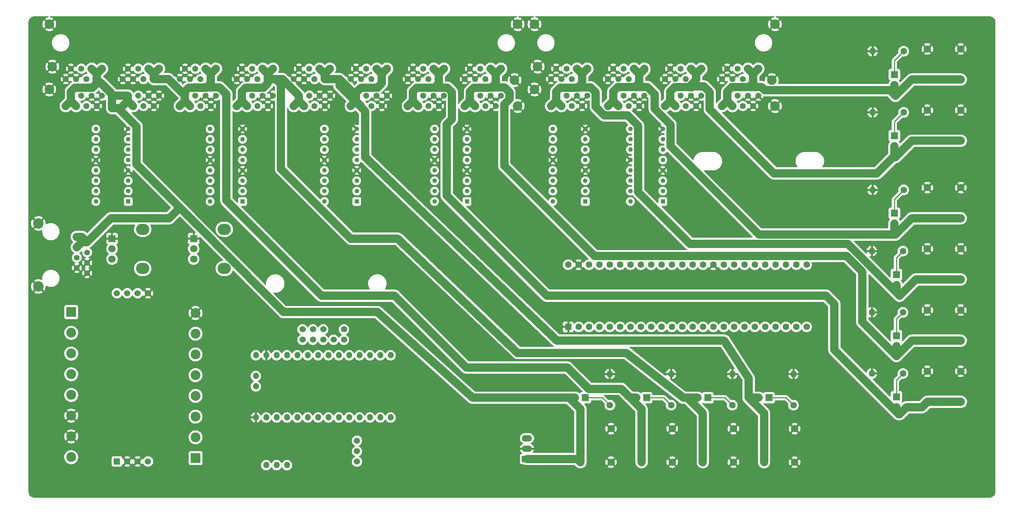
<source format=gbr>
G04 #@! TF.GenerationSoftware,KiCad,Pcbnew,(6.0.5-0)*
G04 #@! TF.CreationDate,2022-06-03T14:00:56-04:00*
G04 #@! TF.ProjectId,CentralBrain,43656e74-7261-46c4-9272-61696e2e6b69,rev?*
G04 #@! TF.SameCoordinates,Original*
G04 #@! TF.FileFunction,Copper,L4,Bot*
G04 #@! TF.FilePolarity,Positive*
%FSLAX46Y46*%
G04 Gerber Fmt 4.6, Leading zero omitted, Abs format (unit mm)*
G04 Created by KiCad (PCBNEW (6.0.5-0)) date 2022-06-03 14:00:56*
%MOMM*%
%LPD*%
G01*
G04 APERTURE LIST*
G04 #@! TA.AperFunction,ComponentPad*
%ADD10C,1.478000*%
G04 #@! TD*
G04 #@! TA.AperFunction,ComponentPad*
%ADD11C,2.355000*%
G04 #@! TD*
G04 #@! TA.AperFunction,ComponentPad*
%ADD12C,1.803400*%
G04 #@! TD*
G04 #@! TA.AperFunction,ComponentPad*
%ADD13C,1.524000*%
G04 #@! TD*
G04 #@! TA.AperFunction,ComponentPad*
%ADD14O,1.524000X1.524000*%
G04 #@! TD*
G04 #@! TA.AperFunction,ComponentPad*
%ADD15C,1.600000*%
G04 #@! TD*
G04 #@! TA.AperFunction,ComponentPad*
%ADD16O,1.600000X1.600000*%
G04 #@! TD*
G04 #@! TA.AperFunction,ComponentPad*
%ADD17R,1.130000X1.130000*%
G04 #@! TD*
G04 #@! TA.AperFunction,ComponentPad*
%ADD18C,1.130000*%
G04 #@! TD*
G04 #@! TA.AperFunction,ComponentPad*
%ADD19R,2.500000X1.500000*%
G04 #@! TD*
G04 #@! TA.AperFunction,ComponentPad*
%ADD20O,2.500000X1.500000*%
G04 #@! TD*
G04 #@! TA.AperFunction,ComponentPad*
%ADD21R,1.800000X1.800000*%
G04 #@! TD*
G04 #@! TA.AperFunction,ComponentPad*
%ADD22C,1.800000*%
G04 #@! TD*
G04 #@! TA.AperFunction,ComponentPad*
%ADD23O,3.240000X2.720000*%
G04 #@! TD*
G04 #@! TA.AperFunction,ComponentPad*
%ADD24R,1.530000X1.530000*%
G04 #@! TD*
G04 #@! TA.AperFunction,ComponentPad*
%ADD25C,1.530000*%
G04 #@! TD*
G04 #@! TA.AperFunction,ComponentPad*
%ADD26R,1.600000X1.600000*%
G04 #@! TD*
G04 #@! TA.AperFunction,ComponentPad*
%ADD27R,1.408000X1.408000*%
G04 #@! TD*
G04 #@! TA.AperFunction,ComponentPad*
%ADD28C,1.408000*%
G04 #@! TD*
G04 #@! TA.AperFunction,ComponentPad*
%ADD29C,2.550000*%
G04 #@! TD*
G04 #@! TA.AperFunction,ComponentPad*
%ADD30R,2.400000X2.400000*%
G04 #@! TD*
G04 #@! TA.AperFunction,ComponentPad*
%ADD31C,2.400000*%
G04 #@! TD*
G04 #@! TA.AperFunction,ComponentPad*
%ADD32R,1.478000X1.478000*%
G04 #@! TD*
G04 #@! TA.AperFunction,Conductor*
%ADD33C,2.000000*%
G04 #@! TD*
G04 #@! TA.AperFunction,Conductor*
%ADD34C,0.250000*%
G04 #@! TD*
G04 APERTURE END LIST*
D10*
G04 #@! TO.P,J6,1,1*
G04 #@! TO.N,GND*
X197400000Y-46954000D03*
G04 #@! TO.P,J6,2,2*
X196130000Y-49494000D03*
G04 #@! TO.P,J6,3,3*
X194860000Y-46954000D03*
G04 #@! TO.P,J6,4,4*
G04 #@! TO.N,/B-16*
X193590000Y-49494000D03*
G04 #@! TO.P,J6,5,5*
G04 #@! TO.N,/A-16*
X192320000Y-46954000D03*
G04 #@! TO.P,J6,6,6*
G04 #@! TO.N,/12V_10*
X191050000Y-49494000D03*
G04 #@! TO.P,J6,7,7*
X189780000Y-46954000D03*
G04 #@! TO.P,J6,8,8*
X188510000Y-49494000D03*
G04 #@! TO.P,J6,9,9*
G04 #@! TO.N,GND*
X183430000Y-46954000D03*
G04 #@! TO.P,J6,10,10*
X182160000Y-49494000D03*
G04 #@! TO.P,J6,11,11*
X180890000Y-46954000D03*
G04 #@! TO.P,J6,12,12*
G04 #@! TO.N,/B-19*
X179620000Y-49494000D03*
G04 #@! TO.P,J6,13,13*
G04 #@! TO.N,/A-19*
X178350000Y-46954000D03*
G04 #@! TO.P,J6,14,14*
G04 #@! TO.N,/12V_09*
X177080000Y-49494000D03*
G04 #@! TO.P,J6,15,15*
X175810000Y-46954000D03*
G04 #@! TO.P,J6,16,16*
X174540000Y-49494000D03*
G04 #@! TO.P,J6,17,17*
G04 #@! TO.N,GND*
X169460000Y-46954000D03*
G04 #@! TO.P,J6,18,18*
X168190000Y-49494000D03*
G04 #@! TO.P,J6,19,19*
X166920000Y-46954000D03*
G04 #@! TO.P,J6,20,20*
G04 #@! TO.N,/B-20*
X165650000Y-49494000D03*
G04 #@! TO.P,J6,21,21*
G04 #@! TO.N,/A-20*
X164380000Y-46954000D03*
G04 #@! TO.P,J6,22,22*
G04 #@! TO.N,/12V_08*
X163110000Y-49494000D03*
G04 #@! TO.P,J6,23,23*
X161840000Y-46954000D03*
G04 #@! TO.P,J6,24,24*
X160570000Y-49494000D03*
G04 #@! TO.P,J6,25,25*
G04 #@! TO.N,GND*
X155490000Y-46954000D03*
G04 #@! TO.P,J6,26,26*
X154220000Y-49494000D03*
G04 #@! TO.P,J6,27,27*
X152950000Y-46954000D03*
G04 #@! TO.P,J6,28,28*
G04 #@! TO.N,/B-23*
X151680000Y-49494000D03*
G04 #@! TO.P,J6,29,29*
G04 #@! TO.N,/A-23*
X150410000Y-46954000D03*
G04 #@! TO.P,J6,30,30*
G04 #@! TO.N,/12V_07*
X149140000Y-49494000D03*
G04 #@! TO.P,J6,31,31*
X147870000Y-46954000D03*
G04 #@! TO.P,J6,32,32*
X146600000Y-49494000D03*
G04 #@! TO.P,J6,33,33*
G04 #@! TO.N,/12V_10*
X197400000Y-40350000D03*
G04 #@! TO.P,J6,34,34*
X196130000Y-42890000D03*
G04 #@! TO.P,J6,35,35*
X194860000Y-40350000D03*
G04 #@! TO.P,J6,36,36*
G04 #@! TO.N,/A-17*
X193590000Y-42890000D03*
G04 #@! TO.P,J6,37,37*
G04 #@! TO.N,/B-17*
X192320000Y-40350000D03*
G04 #@! TO.P,J6,38,38*
G04 #@! TO.N,GND*
X191050000Y-42890000D03*
G04 #@! TO.P,J6,39,39*
X189780000Y-40350000D03*
G04 #@! TO.P,J6,40,40*
X188510000Y-42890000D03*
G04 #@! TO.P,J6,41,41*
G04 #@! TO.N,/12V_09*
X183430000Y-40350000D03*
G04 #@! TO.P,J6,42,42*
X182160000Y-42890000D03*
G04 #@! TO.P,J6,43,43*
X180890000Y-40350000D03*
G04 #@! TO.P,J6,44,44*
G04 #@! TO.N,/A-18*
X179620000Y-42890000D03*
G04 #@! TO.P,J6,45,45*
G04 #@! TO.N,/B-18*
X178350000Y-40350000D03*
G04 #@! TO.P,J6,46,46*
G04 #@! TO.N,GND*
X177080000Y-42890000D03*
G04 #@! TO.P,J6,47,47*
X175810000Y-40350000D03*
G04 #@! TO.P,J6,48,48*
X174540000Y-42890000D03*
G04 #@! TO.P,J6,49,49*
G04 #@! TO.N,/12V_08*
X169460000Y-40350000D03*
G04 #@! TO.P,J6,50,50*
X168190000Y-42890000D03*
G04 #@! TO.P,J6,51,51*
X166920000Y-40350000D03*
G04 #@! TO.P,J6,52,52*
G04 #@! TO.N,/A-21*
X165650000Y-42890000D03*
G04 #@! TO.P,J6,53,53*
G04 #@! TO.N,/B-21*
X164380000Y-40350000D03*
G04 #@! TO.P,J6,54,54*
G04 #@! TO.N,GND*
X163110000Y-42890000D03*
G04 #@! TO.P,J6,55,55*
X161840000Y-40350000D03*
G04 #@! TO.P,J6,56,56*
X160570000Y-42890000D03*
G04 #@! TO.P,J6,57,57*
G04 #@! TO.N,/12V_07*
X155490000Y-40350000D03*
G04 #@! TO.P,J6,58,58*
X154220000Y-42890000D03*
G04 #@! TO.P,J6,59,59*
X152950000Y-40350000D03*
G04 #@! TO.P,J6,60,60*
G04 #@! TO.N,/A-22*
X151680000Y-42890000D03*
G04 #@! TO.P,J6,61,61*
G04 #@! TO.N,/B-22*
X150410000Y-40350000D03*
G04 #@! TO.P,J6,62,62*
G04 #@! TO.N,GND*
X149140000Y-42890000D03*
G04 #@! TO.P,J6,63,63*
X147870000Y-40350000D03*
G04 #@! TO.P,J6,64,64*
X146600000Y-42890000D03*
D11*
G04 #@! TO.P,J6,67,SH67*
X201464000Y-29428000D03*
G04 #@! TO.P,J6,68,SH68*
X142536000Y-29428000D03*
G04 #@! TO.P,J6,69,SH69*
X201464000Y-49494000D03*
G04 #@! TO.P,J6,70,SH70*
X200702000Y-43144000D03*
G04 #@! TO.P,J6,71,SH71*
X142536000Y-45430000D03*
G04 #@! TO.P,J6,72,SH72*
X143298000Y-39842000D03*
G04 #@! TD*
D12*
G04 #@! TO.P,J3,1,1*
G04 #@! TO.N,/12V_09*
X238806800Y-57999993D03*
G04 #@! TO.P,J3,2,2*
X247006799Y-57999993D03*
G04 #@! TO.P,J3,3,3*
G04 #@! TO.N,GND*
X238806800Y-50499993D03*
G04 #@! TO.P,J3,4,4*
X247006799Y-50499993D03*
G04 #@! TO.P,J3,5,5*
G04 #@! TO.N,/12V_10*
X238806800Y-42999992D03*
G04 #@! TO.P,J3,6,6*
X247006799Y-42999992D03*
G04 #@! TO.P,J3,7,7*
G04 #@! TO.N,GND*
X238806800Y-35499992D03*
G04 #@! TO.P,J3,8,8*
X247006799Y-35499992D03*
G04 #@! TD*
G04 #@! TO.P,J1,1,1*
G04 #@! TO.N,+12V*
X153776999Y-128581800D03*
G04 #@! TO.P,J1,2,2*
X153776999Y-136781799D03*
G04 #@! TO.P,J1,3,3*
G04 #@! TO.N,GND*
X161276999Y-128581800D03*
G04 #@! TO.P,J1,4,4*
X161276999Y-136781799D03*
G04 #@! TO.P,J1,5,5*
G04 #@! TO.N,/12V_02*
X168776999Y-128581800D03*
G04 #@! TO.P,J1,6,6*
X168776999Y-136781799D03*
G04 #@! TO.P,J1,7,7*
G04 #@! TO.N,GND*
X176276999Y-128581800D03*
G04 #@! TO.P,J1,8,8*
X176276999Y-136781799D03*
G04 #@! TO.P,J1,9,9*
G04 #@! TO.N,/12V_03*
X183777000Y-128581800D03*
G04 #@! TO.P,J1,10,10*
X183777000Y-136781799D03*
G04 #@! TO.P,J1,11,11*
G04 #@! TO.N,GND*
X191277000Y-128581800D03*
G04 #@! TO.P,J1,12,12*
X191277000Y-136781799D03*
G04 #@! TO.P,J1,13,13*
G04 #@! TO.N,/12V_04*
X198777000Y-128581800D03*
G04 #@! TO.P,J1,14,14*
X198777000Y-136781799D03*
G04 #@! TO.P,J1,15,15*
G04 #@! TO.N,GND*
X206277000Y-128581800D03*
G04 #@! TO.P,J1,16,16*
X206277000Y-136781799D03*
G04 #@! TD*
G04 #@! TO.P,J2,1,1*
G04 #@! TO.N,/12V_05*
X238806800Y-121999993D03*
G04 #@! TO.P,J2,2,2*
X247006799Y-121999993D03*
G04 #@! TO.P,J2,3,3*
G04 #@! TO.N,GND*
X238806800Y-114499993D03*
G04 #@! TO.P,J2,4,4*
X247006799Y-114499993D03*
G04 #@! TO.P,J2,5,5*
G04 #@! TO.N,/12V_06*
X238806800Y-106999993D03*
G04 #@! TO.P,J2,6,6*
X247006799Y-106999993D03*
G04 #@! TO.P,J2,7,7*
G04 #@! TO.N,GND*
X238806800Y-99499993D03*
G04 #@! TO.P,J2,8,8*
X247006799Y-99499993D03*
G04 #@! TO.P,J2,9,9*
G04 #@! TO.N,/12V_07*
X238806800Y-91999992D03*
G04 #@! TO.P,J2,10,10*
X247006799Y-91999992D03*
G04 #@! TO.P,J2,11,11*
G04 #@! TO.N,GND*
X238806800Y-84499992D03*
G04 #@! TO.P,J2,12,12*
X247006799Y-84499992D03*
G04 #@! TO.P,J2,13,13*
G04 #@! TO.N,/12V_08*
X238806800Y-76999992D03*
G04 #@! TO.P,J2,14,14*
X247006799Y-76999992D03*
G04 #@! TO.P,J2,15,15*
G04 #@! TO.N,GND*
X238806800Y-69499992D03*
G04 #@! TO.P,J2,16,16*
X247006799Y-69499992D03*
G04 #@! TD*
D13*
G04 #@! TO.P,U5,*
G04 #@! TO.N,*
X95822701Y-104236000D03*
X90742701Y-104236000D03*
D14*
G04 #@! TO.P,U5,1,GND*
G04 #@! TO.N,GND*
X74232701Y-125826000D03*
G04 #@! TO.P,U5,2,0_RX1_CRX2_CS1*
G04 #@! TO.N,unconnected-(U5-Pad2)*
X76772701Y-125826000D03*
G04 #@! TO.P,U5,3,1_TX1_CTX2_MISO1*
G04 #@! TO.N,unconnected-(U5-Pad3)*
X79312701Y-125826000D03*
G04 #@! TO.P,U5,4,2_OUT2*
G04 #@! TO.N,unconnected-(U5-Pad4)*
X81852701Y-125826000D03*
G04 #@! TO.P,U5,5,3_LRCLK2*
G04 #@! TO.N,unconnected-(U5-Pad5)*
X84392701Y-125826000D03*
G04 #@! TO.P,U5,6,4_BCLK2*
G04 #@! TO.N,unconnected-(U5-Pad6)*
X86932701Y-125826000D03*
G04 #@! TO.P,U5,7,5_IN2*
G04 #@! TO.N,unconnected-(U5-Pad7)*
X89472701Y-125826000D03*
G04 #@! TO.P,U5,8,6_OUT1D*
G04 #@! TO.N,unconnected-(U5-Pad8)*
X92012701Y-125826000D03*
G04 #@! TO.P,U5,9,7_RX2_OUT1A*
G04 #@! TO.N,/AUDIO_DIN*
X94552701Y-125826000D03*
G04 #@! TO.P,U5,10,8_TX2_IN1*
G04 #@! TO.N,/AUDIO_DOUT*
X97092701Y-125826000D03*
G04 #@! TO.P,U5,11,9_OUT1C*
G04 #@! TO.N,unconnected-(U5-Pad11)*
X99632701Y-125826000D03*
G04 #@! TO.P,U5,12,10_CS_MQSR*
G04 #@! TO.N,unconnected-(U5-Pad12)*
X102172701Y-125826000D03*
G04 #@! TO.P,U5,13,11_MOSI_CTX1*
G04 #@! TO.N,unconnected-(U5-Pad13)*
X104712701Y-125826000D03*
G04 #@! TO.P,U5,14,12_MISO_MQSL*
G04 #@! TO.N,unconnected-(U5-Pad14)*
X107252701Y-125826000D03*
G04 #@! TO.P,U5,15,MIC*
G04 #@! TO.N,unconnected-(U5-Pad15)*
X74232701Y-115666000D03*
G04 #@! TO.P,U5,16,GND*
G04 #@! TO.N,unconnected-(U5-Pad16)*
X74232701Y-118206000D03*
G04 #@! TO.P,U5,17,13_SCK_CRX1_LED*
G04 #@! TO.N,unconnected-(U5-Pad17)*
X107252701Y-110586000D03*
G04 #@! TO.P,U5,18,14_A0_TX3_SPDIF_OUT*
G04 #@! TO.N,unconnected-(U5-Pad18)*
X104712701Y-110586000D03*
G04 #@! TO.P,U5,19,15_A1_RX3_SPDIF_IN_VOL*
G04 #@! TO.N,unconnected-(U5-Pad19)*
X102172701Y-110586000D03*
G04 #@! TO.P,U5,20,16_A2_RX4_SCL1*
G04 #@! TO.N,unconnected-(U5-Pad20)*
X99632701Y-110586000D03*
G04 #@! TO.P,U5,21,17_A3_TX4_SDA1*
G04 #@! TO.N,unconnected-(U5-Pad21)*
X97092701Y-110586000D03*
G04 #@! TO.P,U5,22,18_A4_SDA0*
G04 #@! TO.N,/AUDIO_SDA*
X94552701Y-110586000D03*
G04 #@! TO.P,U5,23,19_A5_SCL0*
G04 #@! TO.N,/AUDIO_SCL*
X92012701Y-110586000D03*
G04 #@! TO.P,U5,24,20_A6_TX5_LRCLK1*
G04 #@! TO.N,/AUDIO_LRCLK*
X89472701Y-110586000D03*
G04 #@! TO.P,U5,25,21_A7_RX5_BCLK1*
G04 #@! TO.N,/AUDIO_BCLK*
X86932701Y-110586000D03*
G04 #@! TO.P,U5,26,22_A8_CTX1*
G04 #@! TO.N,unconnected-(U5-Pad26)*
X84392701Y-110586000D03*
G04 #@! TO.P,U5,27,23_A9_CRX1_MCLK1*
G04 #@! TO.N,/AUDIO_MCLK*
X81852701Y-110586000D03*
G04 #@! TO.P,U5,28,3V*
G04 #@! TO.N,+3V3*
X79312701Y-110586000D03*
G04 #@! TO.P,U5,29,GND*
G04 #@! TO.N,GND*
X76772701Y-110586000D03*
G04 #@! TO.P,U5,30,5V*
G04 #@! TO.N,unconnected-(U5-Pad30)*
X74232701Y-110586000D03*
D13*
G04 #@! TO.P,U5,31,LINE_OUT_L*
G04 #@! TO.N,unconnected-(U5-Pad31)*
X95822701Y-106776000D03*
G04 #@! TO.P,U5,32,LINE_OUT_GND*
G04 #@! TO.N,unconnected-(U5-Pad32)*
X93282701Y-106776000D03*
G04 #@! TO.P,U5,33,LINE_OUT_R*
G04 #@! TO.N,unconnected-(U5-Pad33)*
X90742701Y-106776000D03*
G04 #@! TO.P,U5,34,LINE_IN_R*
G04 #@! TO.N,/AUDIO_LINE_IN_R*
X88202701Y-106776000D03*
G04 #@! TO.P,U5,35,LINE_IN_L*
G04 #@! TO.N,/AUDIO_LINE_IN_L*
X85662701Y-106776000D03*
G04 #@! TO.P,U5,36,LINE_IN_R_GND*
G04 #@! TO.N,/AUDIO_LINE_IN_GND*
X88202701Y-104236000D03*
G04 #@! TO.P,U5,37,LINE_IN_L_GND*
X85662701Y-104236000D03*
G04 #@! TO.P,U5,38,VOL_GND*
G04 #@! TO.N,unconnected-(U5-Pad38)*
X99023101Y-131518140D03*
G04 #@! TO.P,U5,39,VOL_15_A1*
G04 #@! TO.N,unconnected-(U5-Pad39)*
X99023101Y-134098780D03*
G04 #@! TO.P,U5,40,VOL_3.3V*
G04 #@! TO.N,unconnected-(U5-Pad40)*
X99023101Y-136636240D03*
D14*
G04 #@! TO.P,U5,41,HEADPHONES_L*
G04 #@! TO.N,unconnected-(U5-Pad41)*
X81852701Y-137510000D03*
G04 #@! TO.P,U5,42,HEADPHONES_R*
G04 #@! TO.N,unconnected-(U5-Pad42)*
X79312701Y-137510000D03*
G04 #@! TO.P,U5,43,HEADPHONES_VGND*
G04 #@! TO.N,unconnected-(U5-Pad43)*
X76772701Y-137510000D03*
G04 #@! TD*
D15*
G04 #@! TO.P,R7,1*
G04 #@! TO.N,Net-(D7-Pad1)*
X232810000Y-85051992D03*
D16*
G04 #@! TO.P,R7,2*
G04 #@! TO.N,GND*
X225190000Y-85051992D03*
G04 #@! TD*
D15*
G04 #@! TO.P,R4,1*
G04 #@! TO.N,Net-(D4-Pad1)*
X206000000Y-122810000D03*
D16*
G04 #@! TO.P,R4,2*
G04 #@! TO.N,GND*
X206000000Y-115190000D03*
G04 #@! TD*
D15*
G04 #@! TO.P,R2,1*
G04 #@! TO.N,Net-(D2-Pad1)*
X176000000Y-122810000D03*
D16*
G04 #@! TO.P,R2,2*
G04 #@! TO.N,GND*
X176000000Y-115190000D03*
G04 #@! TD*
D15*
G04 #@! TO.P,R1,1*
G04 #@! TO.N,Net-(D1-Pad1)*
X161000000Y-122810000D03*
D16*
G04 #@! TO.P,R1,2*
G04 #@! TO.N,GND*
X161000000Y-115190000D03*
G04 #@! TD*
D17*
G04 #@! TO.P,U7,1,1A*
G04 #@! TO.N,/LED-04*
X70970000Y-72890000D03*
D18*
G04 #@! TO.P,U7,2,1Y*
G04 #@! TO.N,/A-04*
X70970000Y-70350000D03*
G04 #@! TO.P,U7,3,1Z*
G04 #@! TO.N,/B-04*
X70970000Y-67810000D03*
G04 #@! TO.P,U7,4,G*
G04 #@! TO.N,GND*
X70970000Y-65270000D03*
G04 #@! TO.P,U7,5,2Z*
G04 #@! TO.N,/B-05*
X70970000Y-62730000D03*
G04 #@! TO.P,U7,6,2Y*
G04 #@! TO.N,/A-05*
X70970000Y-60190000D03*
G04 #@! TO.P,U7,7,2A*
G04 #@! TO.N,/LED-05*
X70970000Y-57650000D03*
G04 #@! TO.P,U7,8,GND*
G04 #@! TO.N,GND*
X70970000Y-55110000D03*
G04 #@! TO.P,U7,9,3A*
G04 #@! TO.N,/LED-06*
X63030000Y-55110000D03*
G04 #@! TO.P,U7,10,3Y*
G04 #@! TO.N,/A-06*
X63030000Y-57650000D03*
G04 #@! TO.P,U7,11,3Z*
G04 #@! TO.N,/B-06*
X63030000Y-60190000D03*
G04 #@! TO.P,U7,12,~{G}*
G04 #@! TO.N,GND*
X63030000Y-62730000D03*
G04 #@! TO.P,U7,13,4Z*
G04 #@! TO.N,/B-07*
X63030000Y-65270000D03*
G04 #@! TO.P,U7,14,4Y*
G04 #@! TO.N,/A-07*
X63030000Y-67810000D03*
G04 #@! TO.P,U7,15,4A*
G04 #@! TO.N,/LED-07*
X63030000Y-70350000D03*
G04 #@! TO.P,U7,16,VCC*
G04 #@! TO.N,+5V*
X63030000Y-72890000D03*
G04 #@! TD*
D19*
G04 #@! TO.P,U4,1,Vin*
G04 #@! TO.N,+12V*
X140682500Y-136000000D03*
D20*
G04 #@! TO.P,U4,2,GND*
G04 #@! TO.N,GND*
X140682500Y-133460000D03*
G04 #@! TO.P,U4,3,Vout*
G04 #@! TO.N,+5V*
X140682500Y-130920000D03*
G04 #@! TD*
D17*
G04 #@! TO.P,U11,1,1A*
G04 #@! TO.N,/LED-20*
X154970000Y-72890000D03*
D18*
G04 #@! TO.P,U11,2,1Y*
G04 #@! TO.N,/A-20*
X154970000Y-70350000D03*
G04 #@! TO.P,U11,3,1Z*
G04 #@! TO.N,/B-20*
X154970000Y-67810000D03*
G04 #@! TO.P,U11,4,G*
G04 #@! TO.N,GND*
X154970000Y-65270000D03*
G04 #@! TO.P,U11,5,2Z*
G04 #@! TO.N,/B-21*
X154970000Y-62730000D03*
G04 #@! TO.P,U11,6,2Y*
G04 #@! TO.N,/A-21*
X154970000Y-60190000D03*
G04 #@! TO.P,U11,7,2A*
G04 #@! TO.N,/LED-21*
X154970000Y-57650000D03*
G04 #@! TO.P,U11,8,GND*
G04 #@! TO.N,GND*
X154970000Y-55110000D03*
G04 #@! TO.P,U11,9,3A*
G04 #@! TO.N,/LED-22*
X147030000Y-55110000D03*
G04 #@! TO.P,U11,10,3Y*
G04 #@! TO.N,/A-22*
X147030000Y-57650000D03*
G04 #@! TO.P,U11,11,3Z*
G04 #@! TO.N,/B-22*
X147030000Y-60190000D03*
G04 #@! TO.P,U11,12,~{G}*
G04 #@! TO.N,GND*
X147030000Y-62730000D03*
G04 #@! TO.P,U11,13,4Z*
G04 #@! TO.N,/B-23*
X147030000Y-65270000D03*
G04 #@! TO.P,U11,14,4Y*
G04 #@! TO.N,/A-23*
X147030000Y-67810000D03*
G04 #@! TO.P,U11,15,4A*
G04 #@! TO.N,/LED-23*
X147030000Y-70350000D03*
G04 #@! TO.P,U11,16,VCC*
G04 #@! TO.N,+5V*
X147030000Y-72890000D03*
G04 #@! TD*
D21*
G04 #@! TO.P,D7,1,K*
G04 #@! TO.N,Net-(D7-Pad1)*
X231225000Y-90776992D03*
D22*
G04 #@! TO.P,D7,2,A*
G04 #@! TO.N,/12V_07*
X231225000Y-93316992D03*
G04 #@! TD*
D15*
G04 #@! TO.P,R9,1*
G04 #@! TO.N,Net-(D9-Pad1)*
X233000000Y-51051992D03*
D16*
G04 #@! TO.P,R9,2*
G04 #@! TO.N,GND*
X225380000Y-51051992D03*
G04 #@! TD*
D17*
G04 #@! TO.P,U8,1,1A*
G04 #@! TO.N,/LED-08*
X125970000Y-72890000D03*
D18*
G04 #@! TO.P,U8,2,1Y*
G04 #@! TO.N,/A-08*
X125970000Y-70350000D03*
G04 #@! TO.P,U8,3,1Z*
G04 #@! TO.N,/B-08*
X125970000Y-67810000D03*
G04 #@! TO.P,U8,4,G*
G04 #@! TO.N,GND*
X125970000Y-65270000D03*
G04 #@! TO.P,U8,5,2Z*
G04 #@! TO.N,/B-09*
X125970000Y-62730000D03*
G04 #@! TO.P,U8,6,2Y*
G04 #@! TO.N,/A-09*
X125970000Y-60190000D03*
G04 #@! TO.P,U8,7,2A*
G04 #@! TO.N,/LED-09*
X125970000Y-57650000D03*
G04 #@! TO.P,U8,8,GND*
G04 #@! TO.N,GND*
X125970000Y-55110000D03*
G04 #@! TO.P,U8,9,3A*
G04 #@! TO.N,/LED-10*
X118030000Y-55110000D03*
G04 #@! TO.P,U8,10,3Y*
G04 #@! TO.N,/A-10*
X118030000Y-57650000D03*
G04 #@! TO.P,U8,11,3Z*
G04 #@! TO.N,/B-10*
X118030000Y-60190000D03*
G04 #@! TO.P,U8,12,~{G}*
G04 #@! TO.N,GND*
X118030000Y-62730000D03*
G04 #@! TO.P,U8,13,4Z*
G04 #@! TO.N,/B-11*
X118030000Y-65270000D03*
G04 #@! TO.P,U8,14,4Y*
G04 #@! TO.N,/A-11*
X118030000Y-67810000D03*
G04 #@! TO.P,U8,15,4A*
G04 #@! TO.N,/LED-11*
X118030000Y-70350000D03*
G04 #@! TO.P,U8,16,VCC*
G04 #@! TO.N,+5V*
X118030000Y-72890000D03*
G04 #@! TD*
D21*
G04 #@! TO.P,D3,1,K*
G04 #@! TO.N,Net-(D3-Pad1)*
X185000000Y-121000000D03*
D22*
G04 #@! TO.P,D3,2,A*
G04 #@! TO.N,/12V_03*
X182460000Y-121000000D03*
G04 #@! TD*
D21*
G04 #@! TO.P,D8,1,K*
G04 #@! TO.N,Net-(D8-Pad1)*
X230725000Y-75776992D03*
D22*
G04 #@! TO.P,D8,2,A*
G04 #@! TO.N,/12V_08*
X230725000Y-78316992D03*
G04 #@! TD*
D17*
G04 #@! TO.P,U9,1,1A*
G04 #@! TO.N,/LED-12*
X42970000Y-72890000D03*
D18*
G04 #@! TO.P,U9,2,1Y*
G04 #@! TO.N,/A-12*
X42970000Y-70350000D03*
G04 #@! TO.P,U9,3,1Z*
G04 #@! TO.N,/B-12*
X42970000Y-67810000D03*
G04 #@! TO.P,U9,4,G*
G04 #@! TO.N,GND*
X42970000Y-65270000D03*
G04 #@! TO.P,U9,5,2Z*
G04 #@! TO.N,/B-13*
X42970000Y-62730000D03*
G04 #@! TO.P,U9,6,2Y*
G04 #@! TO.N,/A-13*
X42970000Y-60190000D03*
G04 #@! TO.P,U9,7,2A*
G04 #@! TO.N,/LED-13*
X42970000Y-57650000D03*
G04 #@! TO.P,U9,8,GND*
G04 #@! TO.N,GND*
X42970000Y-55110000D03*
G04 #@! TO.P,U9,9,3A*
G04 #@! TO.N,/LED-14*
X35030000Y-55110000D03*
G04 #@! TO.P,U9,10,3Y*
G04 #@! TO.N,/A-14*
X35030000Y-57650000D03*
G04 #@! TO.P,U9,11,3Z*
G04 #@! TO.N,/B-14*
X35030000Y-60190000D03*
G04 #@! TO.P,U9,12,~{G}*
G04 #@! TO.N,GND*
X35030000Y-62730000D03*
G04 #@! TO.P,U9,13,4Z*
G04 #@! TO.N,/B-15*
X35030000Y-65270000D03*
G04 #@! TO.P,U9,14,4Y*
G04 #@! TO.N,/A-15*
X35030000Y-67810000D03*
G04 #@! TO.P,U9,15,4A*
G04 #@! TO.N,/LED-15*
X35030000Y-70350000D03*
G04 #@! TO.P,U9,16,VCC*
G04 #@! TO.N,+5V*
X35030000Y-72890000D03*
G04 #@! TD*
D15*
G04 #@! TO.P,R10,1*
G04 #@! TO.N,Net-(D10-Pad1)*
X233000000Y-36051992D03*
D16*
G04 #@! TO.P,R10,2*
G04 #@! TO.N,GND*
X225380000Y-36051992D03*
G04 #@! TD*
D23*
G04 #@! TO.P,RV2,*
G04 #@! TO.N,*
X46500000Y-89300000D03*
X46500000Y-79700000D03*
D21*
G04 #@! TO.P,RV2,1,1*
G04 #@! TO.N,GND*
X39000000Y-82000000D03*
D22*
G04 #@! TO.P,RV2,2,2*
G04 #@! TO.N,/POT_WHIPS*
X39000000Y-84500000D03*
G04 #@! TO.P,RV2,3,3*
G04 #@! TO.N,+3V3*
X39000000Y-87000000D03*
G04 #@! TD*
D24*
G04 #@! TO.P,U1,1,RO*
G04 #@! TO.N,/RX_KEYPAD*
X40190000Y-136600000D03*
D25*
G04 #@! TO.P,U1,2,~{RE}*
G04 #@! TO.N,GND*
X42730000Y-136600000D03*
G04 #@! TO.P,U1,3,DE*
X45270000Y-136600000D03*
G04 #@! TO.P,U1,4,DI*
G04 #@! TO.N,unconnected-(U1-Pad4)*
X47810000Y-136600000D03*
G04 #@! TO.P,U1,5,GND*
G04 #@! TO.N,GND*
X47810000Y-95380000D03*
G04 #@! TO.P,U1,6,A*
G04 #@! TO.N,Net-(J7-Pad5)*
X45270000Y-95380000D03*
G04 #@! TO.P,U1,7,B*
G04 #@! TO.N,Net-(J7-Pad4)*
X42730000Y-95380000D03*
G04 #@! TO.P,U1,8,VCC*
G04 #@! TO.N,+3V3*
X40190000Y-95380000D03*
G04 #@! TD*
D21*
G04 #@! TO.P,D9,1,K*
G04 #@! TO.N,Net-(D9-Pad1)*
X230725000Y-56776992D03*
D22*
G04 #@! TO.P,D9,2,A*
G04 #@! TO.N,/12V_09*
X230725000Y-59316992D03*
G04 #@! TD*
D15*
G04 #@! TO.P,R8,1*
G04 #@! TO.N,Net-(D8-Pad1)*
X233000000Y-70051992D03*
D16*
G04 #@! TO.P,R8,2*
G04 #@! TO.N,GND*
X225380000Y-70051992D03*
G04 #@! TD*
D21*
G04 #@! TO.P,D10,1,K*
G04 #@! TO.N,Net-(D10-Pad1)*
X230725000Y-41776992D03*
D22*
G04 #@! TO.P,D10,2,A*
G04 #@! TO.N,/12V_10*
X230725000Y-44316992D03*
G04 #@! TD*
D26*
G04 #@! TO.P,U3,1,GND*
G04 #@! TO.N,GND*
X150790000Y-103620000D03*
D15*
G04 #@! TO.P,U3,2,0_RX1_CRX2_CS1*
G04 #@! TO.N,/RX_KEYPAD*
X153330000Y-103620000D03*
G04 #@! TO.P,U3,3,1_TX1_CTX2_MISO1*
G04 #@! TO.N,/PIN_1*
X155870000Y-103620000D03*
G04 #@! TO.P,U3,4,2_OUT2*
G04 #@! TO.N,/LED-16*
X158410000Y-103620000D03*
G04 #@! TO.P,U3,5,3_LRCLK2*
G04 #@! TO.N,/LED-17*
X160950000Y-103620000D03*
G04 #@! TO.P,U3,6,4_BCLK2*
G04 #@! TO.N,/LED-18*
X163490000Y-103620000D03*
G04 #@! TO.P,U3,7,5_IN2*
G04 #@! TO.N,/PHONE_JACK_SW*
X166030000Y-103620000D03*
G04 #@! TO.P,U3,8,6_OUT1D*
G04 #@! TO.N,/PIN_6*
X168570000Y-103620000D03*
G04 #@! TO.P,U3,9,7_RX2_OUT1A*
G04 #@! TO.N,/AUDIO_DIN*
X171110000Y-103620000D03*
G04 #@! TO.P,U3,10,8_TX2_IN1*
G04 #@! TO.N,/AUDIO_DOUT*
X173650000Y-103620000D03*
G04 #@! TO.P,U3,11,9_OUT1C*
G04 #@! TO.N,/LED-19*
X176190000Y-103620000D03*
G04 #@! TO.P,U3,12,10_CS_MQSR*
G04 #@! TO.N,/PIN_10*
X178730000Y-103620000D03*
G04 #@! TO.P,U3,13,11_MOSI_CTX1*
G04 #@! TO.N,/PIN_11*
X181270000Y-103620000D03*
G04 #@! TO.P,U3,14,12_MISO_MQSL*
G04 #@! TO.N,/PIN_12*
X183810000Y-103620000D03*
G04 #@! TO.P,U3,15,3V3*
G04 #@! TO.N,unconnected-(U3-Pad15)*
X186350000Y-103620000D03*
G04 #@! TO.P,U3,16,24_A10_TX6_SCL2*
G04 #@! TO.N,/LED-20*
X188890000Y-103620000D03*
G04 #@! TO.P,U3,17,25_A11_RX6_SDA2*
G04 #@! TO.N,/LED-21*
X191430000Y-103620000D03*
G04 #@! TO.P,U3,18,26_A12_MOSI1*
G04 #@! TO.N,/LED-22*
X193970000Y-103620000D03*
G04 #@! TO.P,U3,19,27_A13_SCK1*
G04 #@! TO.N,/LED-23*
X196510000Y-103620000D03*
G04 #@! TO.P,U3,20,28_RX7*
G04 #@! TO.N,/LED-08*
X199050000Y-103620000D03*
G04 #@! TO.P,U3,21,29_TX7*
G04 #@! TO.N,/LED-09*
X201590000Y-103620000D03*
G04 #@! TO.P,U3,22,30_CRX3*
G04 #@! TO.N,/LED-10*
X204130000Y-103620000D03*
G04 #@! TO.P,U3,23,31_CTX3*
G04 #@! TO.N,/LED-11*
X206670000Y-103620000D03*
G04 #@! TO.P,U3,24,32_OUT1B*
G04 #@! TO.N,/LED-00*
X209210000Y-103620000D03*
G04 #@! TO.P,U3,25,33_MCLK2*
G04 #@! TO.N,/LED-01*
X209210000Y-88380000D03*
G04 #@! TO.P,U3,26,34_RX8*
G04 #@! TO.N,/LED-02*
X206670000Y-88380000D03*
G04 #@! TO.P,U3,27,35_TX8*
G04 #@! TO.N,/LED-03*
X204130000Y-88380000D03*
G04 #@! TO.P,U3,28,36_CS*
G04 #@! TO.N,/LED-04*
X201590000Y-88380000D03*
G04 #@! TO.P,U3,29,37_CS*
G04 #@! TO.N,/LED-05*
X199050000Y-88380000D03*
G04 #@! TO.P,U3,30,38_CS1_IN1*
G04 #@! TO.N,/LED-06*
X196510000Y-88380000D03*
G04 #@! TO.P,U3,31,39_MISO1_OUT1A*
G04 #@! TO.N,/LED-07*
X193970000Y-88380000D03*
G04 #@! TO.P,U3,32,40_A16*
G04 #@! TO.N,/LED-12*
X191430000Y-88380000D03*
G04 #@! TO.P,U3,33,41_A17*
G04 #@! TO.N,/LED-13*
X188890000Y-88380000D03*
G04 #@! TO.P,U3,34,GND*
G04 #@! TO.N,GND*
X186350000Y-88380000D03*
G04 #@! TO.P,U3,35,13_SCK_LED*
G04 #@! TO.N,unconnected-(U3-Pad35)*
X183810000Y-88380000D03*
G04 #@! TO.P,U3,36,14_A0_TX3_SPDIF_OUT*
G04 #@! TO.N,/LED-14*
X181270000Y-88380000D03*
G04 #@! TO.P,U3,37,15_A1_RX3_SPDIF_IN*
G04 #@! TO.N,/PIN_15*
X178730000Y-88380000D03*
G04 #@! TO.P,U3,38,16_A2_RX4_SCL1*
G04 #@! TO.N,/POT_WHIPS*
X176190000Y-88380000D03*
G04 #@! TO.P,U3,39,17_A3_TX4_SDA1*
G04 #@! TO.N,/POT_ANTENNA*
X173650000Y-88380000D03*
G04 #@! TO.P,U3,40,18_A4_SDA*
G04 #@! TO.N,/AUDIO_SDA*
X171110000Y-88380000D03*
G04 #@! TO.P,U3,41,19_A5_SCL*
G04 #@! TO.N,/AUDIO_SCL*
X168570000Y-88380000D03*
G04 #@! TO.P,U3,42,20_A6_TX5_LRCLK1*
G04 #@! TO.N,/AUDIO_LRCLK*
X166030000Y-88380000D03*
G04 #@! TO.P,U3,43,21_A7_RX5_BCLK1*
G04 #@! TO.N,/AUDIO_BCLK*
X163490000Y-88380000D03*
G04 #@! TO.P,U3,44,22_A8_CTX1*
G04 #@! TO.N,/LED-15*
X160950000Y-88380000D03*
G04 #@! TO.P,U3,45,23_A9_CRX1_MCLK1*
G04 #@! TO.N,/AUDIO_MCLK*
X158410000Y-88380000D03*
G04 #@! TO.P,U3,46,3V3*
G04 #@! TO.N,+3V3*
X155870000Y-88380000D03*
G04 #@! TO.P,U3,47,GND*
G04 #@! TO.N,GND*
X153330000Y-88380000D03*
G04 #@! TO.P,U3,48,VIN*
G04 #@! TO.N,+5V*
X150790000Y-88380000D03*
G04 #@! TD*
D21*
G04 #@! TO.P,D4,1,K*
G04 #@! TO.N,Net-(D4-Pad1)*
X200000000Y-121000000D03*
D22*
G04 #@! TO.P,D4,2,A*
G04 #@! TO.N,/12V_04*
X197460000Y-121000000D03*
G04 #@! TD*
D17*
G04 #@! TO.P,U10,1,1A*
G04 #@! TO.N,/LED-16*
X173970000Y-72890000D03*
D18*
G04 #@! TO.P,U10,2,1Y*
G04 #@! TO.N,/A-16*
X173970000Y-70350000D03*
G04 #@! TO.P,U10,3,1Z*
G04 #@! TO.N,/B-16*
X173970000Y-67810000D03*
G04 #@! TO.P,U10,4,G*
G04 #@! TO.N,GND*
X173970000Y-65270000D03*
G04 #@! TO.P,U10,5,2Z*
G04 #@! TO.N,/B-17*
X173970000Y-62730000D03*
G04 #@! TO.P,U10,6,2Y*
G04 #@! TO.N,/A-17*
X173970000Y-60190000D03*
G04 #@! TO.P,U10,7,2A*
G04 #@! TO.N,/LED-17*
X173970000Y-57650000D03*
G04 #@! TO.P,U10,8,GND*
G04 #@! TO.N,GND*
X173970000Y-55110000D03*
G04 #@! TO.P,U10,9,3A*
G04 #@! TO.N,/LED-18*
X166030000Y-55110000D03*
G04 #@! TO.P,U10,10,3Y*
G04 #@! TO.N,/A-18*
X166030000Y-57650000D03*
G04 #@! TO.P,U10,11,3Z*
G04 #@! TO.N,/B-18*
X166030000Y-60190000D03*
G04 #@! TO.P,U10,12,~{G}*
G04 #@! TO.N,GND*
X166030000Y-62730000D03*
G04 #@! TO.P,U10,13,4Z*
G04 #@! TO.N,/B-19*
X166030000Y-65270000D03*
G04 #@! TO.P,U10,14,4Y*
G04 #@! TO.N,/A-19*
X166030000Y-67810000D03*
G04 #@! TO.P,U10,15,4A*
G04 #@! TO.N,/LED-19*
X166030000Y-70350000D03*
G04 #@! TO.P,U10,16,VCC*
G04 #@! TO.N,+5V*
X166030000Y-72890000D03*
G04 #@! TD*
D21*
G04 #@! TO.P,D1,1,K*
G04 #@! TO.N,Net-(D1-Pad1)*
X155000000Y-121000000D03*
D22*
G04 #@! TO.P,D1,2,A*
G04 #@! TO.N,+12V*
X152460000Y-121000000D03*
G04 #@! TD*
D21*
G04 #@! TO.P,D5,1,K*
G04 #@! TO.N,Net-(D5-Pad1)*
X231225000Y-120776992D03*
D22*
G04 #@! TO.P,D5,2,A*
G04 #@! TO.N,/12V_05*
X231225000Y-123316992D03*
G04 #@! TD*
D27*
G04 #@! TO.P,J7,1*
G04 #@! TO.N,+12V*
X30350000Y-81555000D03*
D28*
G04 #@! TO.P,J7,2*
X32890000Y-82825000D03*
G04 #@! TO.P,J7,3*
X30350000Y-84095000D03*
G04 #@! TO.P,J7,4*
G04 #@! TO.N,Net-(J7-Pad4)*
X32890000Y-85365000D03*
G04 #@! TO.P,J7,5*
G04 #@! TO.N,Net-(J7-Pad5)*
X30350000Y-86635000D03*
G04 #@! TO.P,J7,6*
G04 #@! TO.N,GND*
X32890000Y-87905000D03*
G04 #@! TO.P,J7,7*
X30350000Y-89175000D03*
G04 #@! TO.P,J7,8*
X32890000Y-90445000D03*
D29*
G04 #@! TO.P,J7,S1*
X20950000Y-78285000D03*
G04 #@! TO.P,J7,S2*
X20950000Y-93715000D03*
G04 #@! TD*
D23*
G04 #@! TO.P,RV1,*
G04 #@! TO.N,*
X66500000Y-79700000D03*
X66500000Y-89300000D03*
D21*
G04 #@! TO.P,RV1,1,1*
G04 #@! TO.N,GND*
X59000000Y-82000000D03*
D22*
G04 #@! TO.P,RV1,2,2*
G04 #@! TO.N,/POT_ANTENNA*
X59000000Y-84500000D03*
G04 #@! TO.P,RV1,3,3*
G04 #@! TO.N,+3V3*
X59000000Y-87000000D03*
G04 #@! TD*
D30*
G04 #@! TO.P,J4,1,Pin_1*
G04 #@! TO.N,+5V*
X59462500Y-135780000D03*
D31*
G04 #@! TO.P,J4,2,Pin_2*
G04 #@! TO.N,/PIN_1*
X59462500Y-130700000D03*
G04 #@! TO.P,J4,3,Pin_3*
G04 #@! TO.N,/PIN_6*
X59462500Y-125620000D03*
G04 #@! TO.P,J4,4,Pin_4*
G04 #@! TO.N,/PIN_10*
X59462500Y-120540000D03*
G04 #@! TO.P,J4,5,Pin_5*
G04 #@! TO.N,/PIN_11*
X59462500Y-115460000D03*
G04 #@! TO.P,J4,6,Pin_6*
G04 #@! TO.N,/PIN_12*
X59462500Y-110380000D03*
G04 #@! TO.P,J4,7,Pin_7*
G04 #@! TO.N,/PIN_15*
X59462500Y-105300000D03*
G04 #@! TO.P,J4,8,Pin_8*
G04 #@! TO.N,GND*
X59462500Y-100220000D03*
G04 #@! TD*
D15*
G04 #@! TO.P,R3,1*
G04 #@! TO.N,Net-(D3-Pad1)*
X191000000Y-122810000D03*
D16*
G04 #@! TO.P,R3,2*
G04 #@! TO.N,GND*
X191000000Y-115190000D03*
G04 #@! TD*
D30*
G04 #@! TO.P,J8,1,Pin_1*
G04 #@! TO.N,+3V3*
X29000000Y-100000000D03*
D31*
G04 #@! TO.P,J8,2,Pin_2*
G04 #@! TO.N,/AUDIO_LINE_IN_GND*
X29000000Y-105080000D03*
G04 #@! TO.P,J8,3,Pin_3*
G04 #@! TO.N,/AUDIO_LINE_IN_L*
X29000000Y-110160000D03*
G04 #@! TO.P,J8,4,Pin_4*
G04 #@! TO.N,/AUDIO_LINE_IN_R*
X29000000Y-115240000D03*
G04 #@! TO.P,J8,5,Pin_5*
G04 #@! TO.N,/PHONE_JACK_SW*
X29000000Y-120320000D03*
G04 #@! TO.P,J8,6,Pin_6*
G04 #@! TO.N,GND*
X29000000Y-125400000D03*
G04 #@! TO.P,J8,7,Pin_7*
X29000000Y-130480000D03*
G04 #@! TO.P,J8,8,Pin_8*
G04 #@! TO.N,+5V*
X29000000Y-135560000D03*
G04 #@! TD*
D21*
G04 #@! TO.P,D6,1,K*
G04 #@! TO.N,Net-(D6-Pad1)*
X231225000Y-105776992D03*
D22*
G04 #@! TO.P,D6,2,A*
G04 #@! TO.N,/12V_06*
X231225000Y-108316992D03*
G04 #@! TD*
D15*
G04 #@! TO.P,R6,1*
G04 #@! TO.N,Net-(D6-Pad1)*
X232810000Y-100051992D03*
D16*
G04 #@! TO.P,R6,2*
G04 #@! TO.N,GND*
X225190000Y-100051992D03*
G04 #@! TD*
D15*
G04 #@! TO.P,R5,1*
G04 #@! TO.N,Net-(D5-Pad1)*
X232810000Y-115051992D03*
D16*
G04 #@! TO.P,R5,2*
G04 #@! TO.N,GND*
X225190000Y-115051992D03*
G04 #@! TD*
D17*
G04 #@! TO.P,U6,1,1A*
G04 #@! TO.N,/LED-00*
X98970000Y-72890000D03*
D18*
G04 #@! TO.P,U6,2,1Y*
G04 #@! TO.N,/A-00*
X98970000Y-70350000D03*
G04 #@! TO.P,U6,3,1Z*
G04 #@! TO.N,/B-00*
X98970000Y-67810000D03*
G04 #@! TO.P,U6,4,G*
G04 #@! TO.N,GND*
X98970000Y-65270000D03*
G04 #@! TO.P,U6,5,2Z*
G04 #@! TO.N,/B-01*
X98970000Y-62730000D03*
G04 #@! TO.P,U6,6,2Y*
G04 #@! TO.N,/A-01*
X98970000Y-60190000D03*
G04 #@! TO.P,U6,7,2A*
G04 #@! TO.N,/LED-01*
X98970000Y-57650000D03*
G04 #@! TO.P,U6,8,GND*
G04 #@! TO.N,GND*
X98970000Y-55110000D03*
G04 #@! TO.P,U6,9,3A*
G04 #@! TO.N,/LED-02*
X91030000Y-55110000D03*
G04 #@! TO.P,U6,10,3Y*
G04 #@! TO.N,/A-02*
X91030000Y-57650000D03*
G04 #@! TO.P,U6,11,3Z*
G04 #@! TO.N,/B-02*
X91030000Y-60190000D03*
G04 #@! TO.P,U6,12,~{G}*
G04 #@! TO.N,GND*
X91030000Y-62730000D03*
G04 #@! TO.P,U6,13,4Z*
G04 #@! TO.N,/B-03*
X91030000Y-65270000D03*
G04 #@! TO.P,U6,14,4Y*
G04 #@! TO.N,/A-03*
X91030000Y-67810000D03*
G04 #@! TO.P,U6,15,4A*
G04 #@! TO.N,/LED-03*
X91030000Y-70350000D03*
G04 #@! TO.P,U6,16,VCC*
G04 #@! TO.N,+5V*
X91030000Y-72890000D03*
G04 #@! TD*
D21*
G04 #@! TO.P,D2,1,K*
G04 #@! TO.N,Net-(D2-Pad1)*
X170000000Y-121000000D03*
D22*
G04 #@! TO.P,D2,2,A*
G04 #@! TO.N,/12V_02*
X167460000Y-121000000D03*
G04 #@! TD*
D32*
G04 #@! TO.P,J5,1,1*
G04 #@! TO.N,/12V_06*
X125450000Y-49490000D03*
D10*
G04 #@! TO.P,J5,2,2*
X126720000Y-46950000D03*
G04 #@! TO.P,J5,3,3*
X127990000Y-49490000D03*
G04 #@! TO.P,J5,4,4*
G04 #@! TO.N,/A-08*
X129260000Y-46950000D03*
G04 #@! TO.P,J5,5,5*
G04 #@! TO.N,/B-08*
X130530000Y-49490000D03*
G04 #@! TO.P,J5,6,6*
G04 #@! TO.N,GND*
X131800000Y-46950000D03*
G04 #@! TO.P,J5,7,7*
X133070000Y-49490000D03*
G04 #@! TO.P,J5,8,8*
X134340000Y-46950000D03*
G04 #@! TO.P,J5,9,1*
G04 #@! TO.N,/12V_05*
X111480000Y-49490000D03*
G04 #@! TO.P,J5,10,2*
X112750000Y-46950000D03*
G04 #@! TO.P,J5,11,3*
X114020000Y-49490000D03*
G04 #@! TO.P,J5,12,4*
G04 #@! TO.N,/A-11*
X115290000Y-46950000D03*
G04 #@! TO.P,J5,13,5*
G04 #@! TO.N,/B-11*
X116560000Y-49490000D03*
G04 #@! TO.P,J5,14,6*
G04 #@! TO.N,GND*
X117830000Y-46950000D03*
G04 #@! TO.P,J5,15,7*
X119100000Y-49490000D03*
G04 #@! TO.P,J5,16,8*
X120370000Y-46950000D03*
G04 #@! TO.P,J5,17,1*
G04 #@! TO.N,/12V_04*
X97510000Y-49490000D03*
G04 #@! TO.P,J5,18,2*
X98780000Y-46950000D03*
G04 #@! TO.P,J5,19,3*
X100050000Y-49490000D03*
G04 #@! TO.P,J5,20,4*
G04 #@! TO.N,/A-00*
X101320000Y-46950000D03*
G04 #@! TO.P,J5,21,5*
G04 #@! TO.N,/B-00*
X102590000Y-49490000D03*
G04 #@! TO.P,J5,22,6*
G04 #@! TO.N,GND*
X103860000Y-46950000D03*
G04 #@! TO.P,J5,23,7*
X105130000Y-49490000D03*
G04 #@! TO.P,J5,24,8*
X106400000Y-46950000D03*
G04 #@! TO.P,J5,25,1*
G04 #@! TO.N,/12V_03*
X83540000Y-49490000D03*
G04 #@! TO.P,J5,26,2*
X84810000Y-46950000D03*
G04 #@! TO.P,J5,27,3*
X86080000Y-49490000D03*
G04 #@! TO.P,J5,28,4*
G04 #@! TO.N,/A-03*
X87350000Y-46950000D03*
G04 #@! TO.P,J5,29,5*
G04 #@! TO.N,/B-03*
X88620000Y-49490000D03*
G04 #@! TO.P,J5,30,6*
G04 #@! TO.N,GND*
X89890000Y-46950000D03*
G04 #@! TO.P,J5,31,7*
X91160000Y-49490000D03*
G04 #@! TO.P,J5,32,8*
X92430000Y-46950000D03*
G04 #@! TO.P,J5,33,1*
G04 #@! TO.N,/12V_03*
X69570000Y-49490000D03*
G04 #@! TO.P,J5,34,2*
X70840000Y-46950000D03*
G04 #@! TO.P,J5,35,3*
X72110000Y-49490000D03*
G04 #@! TO.P,J5,36,4*
G04 #@! TO.N,/A-04*
X73380000Y-46950000D03*
G04 #@! TO.P,J5,37,5*
G04 #@! TO.N,/B-04*
X74650000Y-49490000D03*
G04 #@! TO.P,J5,38,6*
G04 #@! TO.N,GND*
X75920000Y-46950000D03*
G04 #@! TO.P,J5,39,7*
X77190000Y-49490000D03*
G04 #@! TO.P,J5,40,8*
X78460000Y-46950000D03*
G04 #@! TO.P,J5,41,1*
G04 #@! TO.N,/12V_02*
X55600000Y-49490000D03*
G04 #@! TO.P,J5,42,2*
X56870000Y-46950000D03*
G04 #@! TO.P,J5,43,3*
X58140000Y-49490000D03*
G04 #@! TO.P,J5,44,4*
G04 #@! TO.N,/A-07*
X59410000Y-46950000D03*
G04 #@! TO.P,J5,45,5*
G04 #@! TO.N,/B-07*
X60680000Y-49490000D03*
G04 #@! TO.P,J5,46,6*
G04 #@! TO.N,GND*
X61950000Y-46950000D03*
G04 #@! TO.P,J5,47,7*
X63220000Y-49490000D03*
G04 #@! TO.P,J5,48,8*
X64490000Y-46950000D03*
G04 #@! TO.P,J5,49,1*
G04 #@! TO.N,+12V*
X41630000Y-49490000D03*
G04 #@! TO.P,J5,50,2*
X42900000Y-46950000D03*
G04 #@! TO.P,J5,51,3*
X44170000Y-49490000D03*
G04 #@! TO.P,J5,52,4*
G04 #@! TO.N,/A-12*
X45440000Y-46950000D03*
G04 #@! TO.P,J5,53,5*
G04 #@! TO.N,/B-12*
X46710000Y-49490000D03*
G04 #@! TO.P,J5,54,6*
G04 #@! TO.N,GND*
X47980000Y-46950000D03*
G04 #@! TO.P,J5,55,7*
X49250000Y-49490000D03*
G04 #@! TO.P,J5,56,8*
X50520000Y-46950000D03*
G04 #@! TO.P,J5,57,1*
G04 #@! TO.N,+12V*
X27660000Y-49490000D03*
G04 #@! TO.P,J5,58,2*
X28930000Y-46950000D03*
G04 #@! TO.P,J5,59,3*
X30200000Y-49490000D03*
G04 #@! TO.P,J5,60,4*
G04 #@! TO.N,/A-15*
X31470000Y-46950000D03*
G04 #@! TO.P,J5,61,5*
G04 #@! TO.N,/B-15*
X32740000Y-49490000D03*
G04 #@! TO.P,J5,62,6*
G04 #@! TO.N,GND*
X34010000Y-46950000D03*
G04 #@! TO.P,J5,63,7*
X35280000Y-49490000D03*
G04 #@! TO.P,J5,64,8*
X36550000Y-46950000D03*
G04 #@! TO.P,J5,65,1*
G04 #@! TO.N,/12V_06*
X134340000Y-40350000D03*
G04 #@! TO.P,J5,66,2*
X133070000Y-42890000D03*
G04 #@! TO.P,J5,67,3*
X131800000Y-40350000D03*
G04 #@! TO.P,J5,68,4*
G04 #@! TO.N,/A-09*
X130530000Y-42890000D03*
G04 #@! TO.P,J5,69,5*
G04 #@! TO.N,/B-09*
X129260000Y-40350000D03*
G04 #@! TO.P,J5,70,6*
G04 #@! TO.N,GND*
X127990000Y-42890000D03*
G04 #@! TO.P,J5,71,7*
X126720000Y-40350000D03*
G04 #@! TO.P,J5,72,8*
X125450000Y-42890000D03*
G04 #@! TO.P,J5,73,1*
G04 #@! TO.N,/12V_05*
X120370000Y-40350000D03*
G04 #@! TO.P,J5,74,2*
X119100000Y-42890000D03*
G04 #@! TO.P,J5,75,3*
X117830000Y-40350000D03*
G04 #@! TO.P,J5,76,4*
G04 #@! TO.N,/A-10*
X116560000Y-42890000D03*
G04 #@! TO.P,J5,77,5*
G04 #@! TO.N,/B-10*
X115290000Y-40350000D03*
G04 #@! TO.P,J5,78,6*
G04 #@! TO.N,GND*
X114020000Y-42890000D03*
G04 #@! TO.P,J5,79,7*
X112750000Y-40350000D03*
G04 #@! TO.P,J5,80,8*
X111480000Y-42890000D03*
G04 #@! TO.P,J5,81,1*
G04 #@! TO.N,/12V_04*
X106400000Y-40350000D03*
G04 #@! TO.P,J5,82,2*
X105130000Y-42890000D03*
G04 #@! TO.P,J5,83,3*
X103860000Y-40350000D03*
G04 #@! TO.P,J5,84,4*
G04 #@! TO.N,/A-01*
X102590000Y-42890000D03*
G04 #@! TO.P,J5,85,5*
G04 #@! TO.N,/B-01*
X101320000Y-40350000D03*
G04 #@! TO.P,J5,86,6*
G04 #@! TO.N,GND*
X100050000Y-42890000D03*
G04 #@! TO.P,J5,87,7*
X98780000Y-40350000D03*
G04 #@! TO.P,J5,88,8*
X97510000Y-42890000D03*
G04 #@! TO.P,J5,89,1*
G04 #@! TO.N,/12V_04*
X92430000Y-40350000D03*
G04 #@! TO.P,J5,90,2*
X91160000Y-42890000D03*
G04 #@! TO.P,J5,91,3*
X89890000Y-40350000D03*
G04 #@! TO.P,J5,92,4*
G04 #@! TO.N,/A-02*
X88620000Y-42890000D03*
G04 #@! TO.P,J5,93,5*
G04 #@! TO.N,/B-02*
X87350000Y-40350000D03*
G04 #@! TO.P,J5,94,6*
G04 #@! TO.N,GND*
X86080000Y-42890000D03*
G04 #@! TO.P,J5,95,7*
X84810000Y-40350000D03*
G04 #@! TO.P,J5,96,8*
X83540000Y-42890000D03*
G04 #@! TO.P,J5,97,1*
G04 #@! TO.N,/12V_03*
X78460000Y-40350000D03*
G04 #@! TO.P,J5,98,2*
X77190000Y-42890000D03*
G04 #@! TO.P,J5,99,3*
X75920000Y-40350000D03*
G04 #@! TO.P,J5,100,4*
G04 #@! TO.N,/A-05*
X74650000Y-42890000D03*
G04 #@! TO.P,J5,101,5*
G04 #@! TO.N,/B-05*
X73380000Y-40350000D03*
G04 #@! TO.P,J5,102,6*
G04 #@! TO.N,GND*
X72110000Y-42890000D03*
G04 #@! TO.P,J5,103,7*
X70840000Y-40350000D03*
G04 #@! TO.P,J5,104,8*
X69570000Y-42890000D03*
G04 #@! TO.P,J5,105,1*
G04 #@! TO.N,/12V_02*
X64490000Y-40350000D03*
G04 #@! TO.P,J5,106,2*
X63220000Y-42890000D03*
G04 #@! TO.P,J5,107,3*
X61950000Y-40350000D03*
G04 #@! TO.P,J5,108,4*
G04 #@! TO.N,/A-06*
X60680000Y-42890000D03*
G04 #@! TO.P,J5,109,5*
G04 #@! TO.N,/B-06*
X59410000Y-40350000D03*
G04 #@! TO.P,J5,110,6*
G04 #@! TO.N,GND*
X58140000Y-42890000D03*
G04 #@! TO.P,J5,111,7*
X56870000Y-40350000D03*
G04 #@! TO.P,J5,112,8*
X55600000Y-42890000D03*
G04 #@! TO.P,J5,113,1*
G04 #@! TO.N,/12V_02*
X50520000Y-40350000D03*
G04 #@! TO.P,J5,114,2*
X49250000Y-42890000D03*
G04 #@! TO.P,J5,115,3*
X47980000Y-40350000D03*
G04 #@! TO.P,J5,116,4*
G04 #@! TO.N,/A-13*
X46710000Y-42890000D03*
G04 #@! TO.P,J5,117,5*
G04 #@! TO.N,/B-13*
X45440000Y-40350000D03*
G04 #@! TO.P,J5,118,6*
G04 #@! TO.N,GND*
X44170000Y-42890000D03*
G04 #@! TO.P,J5,119,7*
X42900000Y-40350000D03*
G04 #@! TO.P,J5,120,8*
X41630000Y-42890000D03*
G04 #@! TO.P,J5,121,1*
G04 #@! TO.N,+12V*
X36550000Y-40350000D03*
G04 #@! TO.P,J5,122,2*
X35280000Y-42890000D03*
G04 #@! TO.P,J5,123,3*
X34010000Y-40350000D03*
G04 #@! TO.P,J5,124,4*
G04 #@! TO.N,/A-14*
X32740000Y-42890000D03*
G04 #@! TO.P,J5,125,5*
G04 #@! TO.N,/B-14*
X31470000Y-40350000D03*
G04 #@! TO.P,J5,126,6*
G04 #@! TO.N,GND*
X30200000Y-42890000D03*
G04 #@! TO.P,J5,127,7*
X28930000Y-40350000D03*
G04 #@! TO.P,J5,128,8*
X27660000Y-42890000D03*
D11*
G04 #@! TO.P,J5,SH1,SHIELD*
X138400000Y-49490000D03*
G04 #@! TO.P,J5,SH2,SHIELD*
X137640000Y-43140000D03*
G04 #@! TO.P,J5,SH3,SHIELD*
X138400000Y-29430000D03*
G04 #@! TO.P,J5,SH4,SHIELD*
X23600000Y-45430000D03*
G04 #@! TO.P,J5,SH5,SHIELD*
X24360000Y-39840000D03*
G04 #@! TO.P,J5,SH6,SHIELD*
X23600000Y-29430000D03*
G04 #@! TD*
D33*
G04 #@! TO.N,/12V_03*
X79110000Y-42890000D02*
X80398511Y-44178511D01*
X178982263Y-121000000D02*
X180000000Y-121000000D01*
X80398511Y-44178511D02*
X80398511Y-64895329D01*
X80398511Y-64895329D02*
X97503182Y-82000000D01*
X97503182Y-82000000D02*
X109000000Y-82000000D01*
X109000000Y-82000000D02*
X138399520Y-110000000D01*
X138399520Y-110000000D02*
X165000000Y-110000000D01*
X165000000Y-110000000D02*
X178982263Y-121000000D01*
G04 #@! TO.N,/12V_04*
X195000000Y-121000000D02*
X195000000Y-116220842D01*
X189000000Y-107000000D02*
X148000000Y-107000000D01*
X195000000Y-116220842D02*
X189000000Y-107000000D01*
X148000000Y-107000000D02*
X101000000Y-62000000D01*
X101000000Y-62000000D02*
X101000000Y-50782891D01*
X101000000Y-50782891D02*
X94720000Y-44502891D01*
X94720000Y-44502891D02*
X94720000Y-42890000D01*
G04 #@! TO.N,/12V_05*
X232000000Y-125000000D02*
X231761285Y-125000000D01*
X121000000Y-54000000D02*
X122308511Y-52691489D01*
X122308511Y-46147041D02*
X121161470Y-45000000D01*
X231761285Y-125000000D02*
X216000000Y-109238715D01*
X216000000Y-98000000D02*
X214000000Y-96000000D01*
X216000000Y-109238715D02*
X216000000Y-98000000D01*
X214000000Y-96000000D02*
X145550978Y-96000000D01*
X145550978Y-96000000D02*
X121000000Y-71449022D01*
X121000000Y-71449022D02*
X121000000Y-54000000D01*
X122308511Y-52691489D02*
X122308511Y-46147041D01*
X121161470Y-45000000D02*
X118035103Y-45000000D01*
G04 #@! TO.N,/12V_03*
X77190000Y-42890000D02*
X79110000Y-42890000D01*
X79110000Y-42890000D02*
X80750000Y-42890000D01*
G04 #@! TO.N,+12V*
X151000000Y-121000000D02*
X127364861Y-121000000D01*
X127364861Y-121000000D02*
X104000000Y-100000000D01*
X104000000Y-100000000D02*
X81000000Y-100000000D01*
X81000000Y-100000000D02*
X55610565Y-74389435D01*
D34*
G04 #@! TO.N,Net-(D1-Pad1)*
X155000000Y-121000000D02*
X159190000Y-121000000D01*
X159190000Y-121000000D02*
X161000000Y-122810000D01*
D33*
G04 #@! TO.N,+12V*
X39000000Y-50000000D02*
X39000000Y-46517109D01*
X140682500Y-136000000D02*
X152995200Y-136000000D01*
X31620000Y-81555000D02*
X32890000Y-82825000D01*
X42900000Y-48220000D02*
X41630000Y-49490000D01*
X40496818Y-50000000D02*
X39000000Y-50000000D01*
X45000000Y-54503182D02*
X40496818Y-50000000D01*
X39340000Y-46950000D02*
X35280000Y-42890000D01*
X28930000Y-48220000D02*
X27660000Y-49490000D01*
X35280000Y-42890000D02*
X35280000Y-41620000D01*
X42900000Y-46950000D02*
X39340000Y-46950000D01*
X44170000Y-49490000D02*
X42900000Y-48220000D01*
X38715000Y-77000000D02*
X53000000Y-77000000D01*
X55610565Y-74389435D02*
X45000000Y-63778871D01*
X35280000Y-43935103D02*
X35280000Y-42890000D01*
X152995200Y-136000000D02*
X153776999Y-136781799D01*
X30350000Y-81555000D02*
X31620000Y-81555000D01*
X39000000Y-46517109D02*
X36417994Y-43935103D01*
X153776999Y-128581800D02*
X153776999Y-123776999D01*
X29834897Y-45000000D02*
X34215103Y-45000000D01*
X35280000Y-41620000D02*
X34010000Y-40350000D01*
X31620000Y-82825000D02*
X32890000Y-82825000D01*
X42900000Y-46950000D02*
X42900000Y-48220000D01*
X30350000Y-84095000D02*
X31620000Y-82825000D01*
X35280000Y-41620000D02*
X36550000Y-40350000D01*
X34215103Y-45000000D02*
X35280000Y-43935103D01*
X153776999Y-136781799D02*
X153776999Y-128581800D01*
X28930000Y-46950000D02*
X28930000Y-48220000D01*
X36417994Y-43935103D02*
X35280000Y-43935103D01*
X28930000Y-45904897D02*
X29834897Y-45000000D01*
X28930000Y-46950000D02*
X28930000Y-45904897D01*
X45000000Y-63778871D02*
X45000000Y-54503182D01*
X28930000Y-48220000D02*
X30200000Y-49490000D01*
X153776999Y-123776999D02*
X151000000Y-121000000D01*
X32890000Y-82825000D02*
X38715000Y-77000000D01*
X53000000Y-77000000D02*
X55610565Y-74389435D01*
X151000000Y-121000000D02*
X152460000Y-121000000D01*
D34*
G04 #@! TO.N,Net-(D2-Pad1)*
X170000000Y-121000000D02*
X174190000Y-121000000D01*
X174190000Y-121000000D02*
X176000000Y-122810000D01*
G04 #@! TO.N,Net-(D3-Pad1)*
X185000000Y-121000000D02*
X189190000Y-121000000D01*
X189190000Y-121000000D02*
X191000000Y-122810000D01*
G04 #@! TO.N,Net-(D4-Pad1)*
X200000000Y-121000000D02*
X204190000Y-121000000D01*
X204190000Y-121000000D02*
X206000000Y-122810000D01*
G04 #@! TO.N,Net-(D5-Pad1)*
X231225000Y-116636992D02*
X232810000Y-115051992D01*
X231225000Y-120776992D02*
X231225000Y-116636992D01*
G04 #@! TO.N,Net-(D6-Pad1)*
X231225000Y-101636992D02*
X232810000Y-100051992D01*
X231225000Y-105776992D02*
X231225000Y-101636992D01*
G04 #@! TO.N,Net-(D7-Pad1)*
X231225000Y-90776992D02*
X231225000Y-86636992D01*
X231225000Y-86636992D02*
X232810000Y-85051992D01*
G04 #@! TO.N,Net-(D8-Pad1)*
X230725000Y-72326992D02*
X233000000Y-70051992D01*
X230725000Y-75776992D02*
X230725000Y-72326992D01*
G04 #@! TO.N,Net-(D9-Pad1)*
X230725000Y-56776992D02*
X230725000Y-53326992D01*
X230725000Y-53326992D02*
X233000000Y-51051992D01*
G04 #@! TO.N,Net-(D10-Pad1)*
X230725000Y-41776992D02*
X230725000Y-38326992D01*
X230725000Y-38326992D02*
X233000000Y-36051992D01*
D33*
G04 #@! TO.N,/12V_02*
X168776999Y-136781799D02*
X168776999Y-128581800D01*
X63220000Y-42890000D02*
X63220000Y-43935103D01*
X49250000Y-42890000D02*
X49250000Y-41620000D01*
X90350499Y-95999521D02*
X67000000Y-72649022D01*
X163800489Y-118800489D02*
X155800489Y-118800489D01*
X49250000Y-41620000D02*
X47980000Y-40350000D01*
X61950000Y-40350000D02*
X63220000Y-41620000D01*
X67000000Y-46577109D02*
X65334380Y-44911489D01*
X60342891Y-45000000D02*
X60254380Y-44911489D01*
X56870000Y-46950000D02*
X56870000Y-48220000D01*
X168776999Y-128581800D02*
X168776999Y-123776999D01*
X56870000Y-48220000D02*
X58140000Y-49490000D01*
X108250691Y-95999521D02*
X90350499Y-95999521D01*
X63220000Y-42890000D02*
X63220000Y-41620000D01*
X62155103Y-45000000D02*
X57774897Y-45000000D01*
X125850210Y-113599040D02*
X108250691Y-95999521D01*
X52810000Y-42890000D02*
X56870000Y-46950000D01*
X166000000Y-121000000D02*
X167460000Y-121000000D01*
X60254380Y-44911489D02*
X59000000Y-44911489D01*
X63220000Y-43935103D02*
X62155103Y-45000000D01*
X150599040Y-113599040D02*
X125850210Y-113599040D01*
X155800489Y-118800489D02*
X150599040Y-113599040D01*
X61000000Y-45000000D02*
X60342891Y-45000000D01*
X56870000Y-48220000D02*
X55600000Y-49490000D01*
X63220000Y-41620000D02*
X64490000Y-40350000D01*
X65334380Y-44911489D02*
X61088511Y-44911489D01*
X57774897Y-45000000D02*
X56870000Y-45904897D01*
X61088511Y-44911489D02*
X61000000Y-45000000D01*
X49250000Y-41620000D02*
X50520000Y-40350000D01*
X168776999Y-123776999D02*
X166000000Y-121000000D01*
X166000000Y-121000000D02*
X163800489Y-118800489D01*
X67000000Y-72649022D02*
X67000000Y-46577109D01*
X49250000Y-42890000D02*
X52810000Y-42890000D01*
X56870000Y-45904897D02*
X56870000Y-46950000D01*
G04 #@! TO.N,/12V_03*
X84810000Y-48220000D02*
X83540000Y-49490000D01*
X71744897Y-45000000D02*
X76125103Y-45000000D01*
X75920000Y-40350000D02*
X77190000Y-41620000D01*
X70840000Y-48220000D02*
X72110000Y-49490000D01*
X70840000Y-45904897D02*
X71744897Y-45000000D01*
X180000000Y-121000000D02*
X182460000Y-121000000D01*
X77190000Y-43935103D02*
X77190000Y-42890000D01*
X86080000Y-49490000D02*
X84810000Y-48220000D01*
X183777000Y-124777000D02*
X180000000Y-121000000D01*
X77190000Y-41620000D02*
X78460000Y-40350000D01*
X70840000Y-46950000D02*
X70840000Y-45904897D01*
X80750000Y-42890000D02*
X84810000Y-46950000D01*
X183777000Y-128581800D02*
X183777000Y-124777000D01*
X70840000Y-48220000D02*
X69570000Y-49490000D01*
X76125103Y-45000000D02*
X77190000Y-43935103D01*
X183777000Y-128581800D02*
X183777000Y-136781799D01*
X84810000Y-46950000D02*
X84810000Y-48220000D01*
X70840000Y-46950000D02*
X70840000Y-48220000D01*
X77190000Y-42890000D02*
X77190000Y-41620000D01*
G04 #@! TO.N,/12V_04*
X91160000Y-41620000D02*
X92430000Y-40350000D01*
X94720000Y-42890000D02*
X98780000Y-46950000D01*
X103860000Y-40350000D02*
X105130000Y-41620000D01*
X195000000Y-121000000D02*
X197460000Y-121000000D01*
X198777000Y-124777000D02*
X195000000Y-121000000D01*
X100050000Y-49490000D02*
X98780000Y-48220000D01*
X99988511Y-45011489D02*
X98780000Y-46220000D01*
X106400000Y-40350000D02*
X105130000Y-41620000D01*
X98780000Y-48220000D02*
X97510000Y-49490000D01*
X105130000Y-42890000D02*
X105130000Y-43935103D01*
X98780000Y-46220000D02*
X98780000Y-46950000D01*
X104053614Y-45011489D02*
X99988511Y-45011489D01*
X195000000Y-121000000D02*
X196460000Y-122000000D01*
X91160000Y-42890000D02*
X94720000Y-42890000D01*
X105130000Y-41620000D02*
X105130000Y-42890000D01*
X89890000Y-40350000D02*
X91160000Y-41620000D01*
X98780000Y-46950000D02*
X98780000Y-48220000D01*
X105130000Y-43935103D02*
X104053614Y-45011489D01*
X198777000Y-128581800D02*
X198777000Y-124777000D01*
X198777000Y-128581800D02*
X198777000Y-136781799D01*
X91160000Y-42890000D02*
X91160000Y-41620000D01*
G04 #@! TO.N,/12V_05*
X119100000Y-43935103D02*
X119100000Y-42890000D01*
X112750000Y-45904897D02*
X113654897Y-45000000D01*
X119100000Y-41620000D02*
X120370000Y-40350000D01*
X238806800Y-121999993D02*
X247006799Y-121999993D01*
X237489801Y-123316992D02*
X233683008Y-123316992D01*
X117830000Y-40350000D02*
X119100000Y-41620000D01*
X112750000Y-46950000D02*
X112750000Y-48220000D01*
X119100000Y-42890000D02*
X119100000Y-41620000D01*
X118035103Y-45000000D02*
X119100000Y-43935103D01*
X112750000Y-48220000D02*
X111480000Y-49490000D01*
X113654897Y-45000000D02*
X118035103Y-45000000D01*
X232000000Y-125000000D02*
X231225000Y-124225000D01*
X238806800Y-121999993D02*
X237489801Y-123316992D01*
X231225000Y-124225000D02*
X231225000Y-123316992D01*
X233683008Y-123316992D02*
X232000000Y-125000000D01*
X112750000Y-48220000D02*
X114020000Y-49490000D01*
X112750000Y-46950000D02*
X112750000Y-45904897D01*
G04 #@! TO.N,/12V_06*
X133070000Y-43930000D02*
X133070000Y-42890000D01*
X126720000Y-45904897D02*
X127624897Y-45000000D01*
X133070000Y-41620000D02*
X134340000Y-40350000D01*
X238806800Y-106999993D02*
X247006799Y-106999993D01*
X219028477Y-86280489D02*
X157280489Y-86280489D01*
X135108511Y-49064380D02*
X136378511Y-47794380D01*
X127624897Y-45000000D02*
X132000000Y-45000000D01*
X126720000Y-46950000D02*
X126720000Y-45904897D01*
X231225000Y-110775000D02*
X222873994Y-102423994D01*
X132000000Y-45000000D02*
X133070000Y-43930000D01*
X231225000Y-110775000D02*
X231225000Y-108316992D01*
X126720000Y-48220000D02*
X125450000Y-49490000D01*
X235000007Y-106999993D02*
X231225000Y-110775000D01*
X126720000Y-46950000D02*
X126720000Y-48220000D01*
X133070000Y-42890000D02*
X133070000Y-41620000D01*
X136378511Y-47794380D02*
X136378511Y-46105620D01*
X126720000Y-48220000D02*
X127990000Y-49490000D01*
X157280489Y-86280489D02*
X135108511Y-64108511D01*
X136378511Y-46105620D02*
X135184380Y-44911489D01*
X222873994Y-102423994D02*
X222873994Y-90126006D01*
X135108511Y-64108511D02*
X135108511Y-49064380D01*
X131800000Y-40350000D02*
X133070000Y-41620000D01*
X222873994Y-90126006D02*
X219028477Y-86280489D01*
X238806800Y-106999993D02*
X235000007Y-106999993D01*
X135184380Y-44911489D02*
X132000000Y-44911489D01*
G04 #@! TO.N,/12V_07*
X238806800Y-91999992D02*
X236000008Y-91999992D01*
X180650498Y-83299520D02*
X167894511Y-70543533D01*
X167894511Y-70543533D02*
X167894511Y-54337693D01*
X238806800Y-91999992D02*
X247006799Y-91999992D01*
X147870000Y-45908897D02*
X148778897Y-45000000D01*
X232000000Y-96000000D02*
X231225000Y-95225000D01*
X236000008Y-91999992D02*
X232000000Y-96000000D01*
X232000000Y-96000000D02*
X219299520Y-83299520D01*
X154220000Y-42890000D02*
X154220000Y-41620000D01*
X159617508Y-51793520D02*
X157528511Y-49704523D01*
X157528511Y-49704523D02*
X157528511Y-46109620D01*
X219299520Y-83299520D02*
X180650498Y-83299520D01*
X147870000Y-46954000D02*
X147870000Y-45908897D01*
X167894511Y-54337693D02*
X165350338Y-51793520D01*
X231225000Y-95225000D02*
X231225000Y-93316992D01*
X156334380Y-44915489D02*
X153155103Y-44915489D01*
X154220000Y-41620000D02*
X155490000Y-40350000D01*
X147870000Y-48224000D02*
X146600000Y-49494000D01*
X157528511Y-46109620D02*
X156334380Y-44915489D01*
X152950000Y-40350000D02*
X154220000Y-41620000D01*
X153155103Y-45000000D02*
X154220000Y-43935103D01*
X148778897Y-45000000D02*
X153155103Y-45000000D01*
X147870000Y-46954000D02*
X147870000Y-48224000D01*
X154220000Y-43935103D02*
X154220000Y-42890000D01*
X165350338Y-51793520D02*
X159617508Y-51793520D01*
X147870000Y-48224000D02*
X149140000Y-49494000D01*
G04 #@! TO.N,/12V_08*
X161840000Y-45908897D02*
X162920386Y-44828511D01*
X170217402Y-44828511D02*
X167171489Y-44828511D01*
X166920000Y-40350000D02*
X168190000Y-41620000D01*
X238806800Y-76999992D02*
X235000008Y-76999992D01*
X235000008Y-76999992D02*
X231000000Y-81000000D01*
X231000000Y-81000000D02*
X230725000Y-80725000D01*
X172000000Y-46611109D02*
X170217402Y-44828511D01*
X161840000Y-46954000D02*
X161840000Y-48224000D01*
X197508039Y-81000000D02*
X175834511Y-59326472D01*
X161840000Y-48224000D02*
X163110000Y-49494000D01*
X172000000Y-50206012D02*
X172000000Y-46611109D01*
X162920386Y-44828511D02*
X167171489Y-44828511D01*
X168190000Y-41620000D02*
X168190000Y-41810000D01*
X161840000Y-48224000D02*
X160570000Y-49494000D01*
X167171489Y-44828511D02*
X168190000Y-43810000D01*
X231000000Y-81000000D02*
X197508039Y-81000000D01*
X175834511Y-59326472D02*
X175834511Y-54040523D01*
X230725000Y-80725000D02*
X230725000Y-78316992D01*
X169460000Y-40540000D02*
X169460000Y-40350000D01*
X238806800Y-76999992D02*
X247006799Y-76999992D01*
X175834511Y-54040523D02*
X172000000Y-50206012D01*
X168190000Y-43810000D02*
X168190000Y-42890000D01*
X168190000Y-41810000D02*
X169460000Y-40540000D01*
X161840000Y-46954000D02*
X161840000Y-45908897D01*
X168190000Y-42890000D02*
X168190000Y-41810000D01*
G04 #@! TO.N,/12V_09*
X175810000Y-48224000D02*
X177080000Y-49494000D01*
X175810000Y-45908897D02*
X176890386Y-44828511D01*
X238806800Y-57999993D02*
X235000007Y-57999993D01*
X185468511Y-50270000D02*
X185468511Y-46109620D01*
X184055336Y-44696445D02*
X180696445Y-44696445D01*
X185468511Y-46109620D02*
X184055336Y-44696445D01*
X226450480Y-65999520D02*
X201198031Y-65999520D01*
X180915489Y-44915489D02*
X180696445Y-44696445D01*
X180890000Y-40350000D02*
X182160000Y-41620000D01*
X180422959Y-44828511D02*
X182160000Y-43091470D01*
X175810000Y-46954000D02*
X175810000Y-48224000D01*
X181000000Y-44915489D02*
X180915489Y-44915489D01*
X180696445Y-44696445D02*
X181000000Y-44915489D01*
X230725000Y-61725000D02*
X230725000Y-59316992D01*
X175810000Y-46954000D02*
X175810000Y-45908897D01*
X182160000Y-41620000D02*
X183430000Y-40350000D01*
X201198031Y-65999520D02*
X185468511Y-50270000D01*
X238806800Y-57999993D02*
X247006799Y-57999993D01*
X182160000Y-42890000D02*
X182160000Y-41620000D01*
X174540000Y-49494000D02*
X175810000Y-48224000D01*
X176890386Y-44828511D02*
X180422959Y-44828511D01*
X231000000Y-62000000D02*
X230725000Y-61725000D01*
X182160000Y-43091470D02*
X182160000Y-42890000D01*
X235000007Y-57999993D02*
X231000000Y-62000000D01*
X230725000Y-61725000D02*
X226450480Y-65999520D01*
G04 #@! TO.N,/12V_10*
X230725000Y-46725000D02*
X230725000Y-44316992D01*
X198157402Y-44828511D02*
X195171489Y-44828511D01*
X230725000Y-46725000D02*
X229621011Y-45621011D01*
X189780000Y-46954000D02*
X189780000Y-48224000D01*
X247006799Y-42999992D02*
X238806800Y-42999992D01*
X197400000Y-40350000D02*
X196130000Y-41620000D01*
X189780000Y-48224000D02*
X188510000Y-49494000D01*
X229621011Y-45621011D02*
X198949902Y-45621011D01*
X198949902Y-45621011D02*
X198157402Y-44828511D01*
X195171489Y-44828511D02*
X196130000Y-43870000D01*
X189780000Y-48224000D02*
X191050000Y-49494000D01*
X189780000Y-45908897D02*
X190860386Y-44828511D01*
X238806800Y-42999992D02*
X235000008Y-42999992D01*
X196130000Y-42890000D02*
X196130000Y-41620000D01*
X196130000Y-43870000D02*
X196130000Y-42890000D01*
X190860386Y-44828511D02*
X195171489Y-44828511D01*
X235000008Y-42999992D02*
X231000000Y-47000000D01*
X231000000Y-47000000D02*
X230725000Y-46725000D01*
X189780000Y-46954000D02*
X189780000Y-45908897D01*
X196130000Y-41620000D02*
X194860000Y-40350000D01*
G04 #@! TD*
G04 #@! TA.AperFunction,Conductor*
G04 #@! TO.N,GND*
G36*
X23427274Y-27528502D02*
G01*
X23473767Y-27582158D01*
X23483871Y-27652432D01*
X23454377Y-27717012D01*
X23394651Y-27755396D01*
X23376144Y-27759349D01*
X23253222Y-27776078D01*
X23244086Y-27778019D01*
X23012563Y-27845503D01*
X23003820Y-27848771D01*
X22784810Y-27949737D01*
X22776654Y-27954257D01*
X22614718Y-28060429D01*
X22605583Y-28071168D01*
X22610158Y-28080948D01*
X23587188Y-29057978D01*
X23601132Y-29065592D01*
X23602965Y-29065461D01*
X23609580Y-29061210D01*
X24586319Y-28084471D01*
X24592703Y-28072781D01*
X24583291Y-28060671D01*
X24461697Y-27976317D01*
X24453662Y-27971584D01*
X24237358Y-27864915D01*
X24228725Y-27861427D01*
X23999020Y-27787898D01*
X23989969Y-27785725D01*
X23825024Y-27758862D01*
X23761004Y-27728170D01*
X23723740Y-27667738D01*
X23725064Y-27596754D01*
X23764554Y-27537754D01*
X23829673Y-27509470D01*
X23845277Y-27508500D01*
X138159153Y-27508500D01*
X138227274Y-27528502D01*
X138273767Y-27582158D01*
X138283871Y-27652432D01*
X138254377Y-27717012D01*
X138194651Y-27755396D01*
X138176144Y-27759349D01*
X138053222Y-27776078D01*
X138044086Y-27778019D01*
X137812563Y-27845503D01*
X137803820Y-27848771D01*
X137584810Y-27949737D01*
X137576654Y-27954257D01*
X137414718Y-28060429D01*
X137405583Y-28071168D01*
X137410158Y-28080948D01*
X138387188Y-29057978D01*
X138401132Y-29065592D01*
X138402965Y-29065461D01*
X138409580Y-29061210D01*
X139386319Y-28084471D01*
X139392703Y-28072781D01*
X139383291Y-28060671D01*
X139261697Y-27976317D01*
X139253662Y-27971584D01*
X139037358Y-27864915D01*
X139028725Y-27861427D01*
X138799020Y-27787898D01*
X138789969Y-27785725D01*
X138625024Y-27758862D01*
X138561004Y-27728170D01*
X138523740Y-27667738D01*
X138525064Y-27596754D01*
X138564554Y-27537754D01*
X138629673Y-27509470D01*
X138645277Y-27508500D01*
X142280457Y-27508500D01*
X142348578Y-27528502D01*
X142395071Y-27582158D01*
X142405175Y-27652432D01*
X142375681Y-27717012D01*
X142315955Y-27755396D01*
X142297448Y-27759349D01*
X142189222Y-27774078D01*
X142180086Y-27776019D01*
X141948563Y-27843503D01*
X141939820Y-27846771D01*
X141720810Y-27947737D01*
X141712654Y-27952257D01*
X141550718Y-28058429D01*
X141541583Y-28069168D01*
X141546158Y-28078948D01*
X142523188Y-29055978D01*
X142537132Y-29063592D01*
X142538965Y-29063461D01*
X142545580Y-29059210D01*
X143522319Y-28082471D01*
X143528703Y-28070781D01*
X143519291Y-28058671D01*
X143397697Y-27974317D01*
X143389662Y-27969584D01*
X143173358Y-27862915D01*
X143164725Y-27859427D01*
X142935020Y-27785898D01*
X142925971Y-27783725D01*
X142773304Y-27758862D01*
X142709285Y-27728170D01*
X142672021Y-27667738D01*
X142673345Y-27596754D01*
X142712835Y-27537754D01*
X142777954Y-27509470D01*
X142793558Y-27508500D01*
X201208457Y-27508500D01*
X201276578Y-27528502D01*
X201323071Y-27582158D01*
X201333175Y-27652432D01*
X201303681Y-27717012D01*
X201243955Y-27755396D01*
X201225448Y-27759349D01*
X201117222Y-27774078D01*
X201108086Y-27776019D01*
X200876563Y-27843503D01*
X200867820Y-27846771D01*
X200648810Y-27947737D01*
X200640654Y-27952257D01*
X200478718Y-28058429D01*
X200469583Y-28069168D01*
X200474158Y-28078948D01*
X201451188Y-29055978D01*
X201465132Y-29063592D01*
X201466965Y-29063461D01*
X201473580Y-29059210D01*
X202450319Y-28082471D01*
X202456703Y-28070781D01*
X202447291Y-28058671D01*
X202325697Y-27974317D01*
X202317662Y-27969584D01*
X202101358Y-27862915D01*
X202092725Y-27859427D01*
X201863020Y-27785898D01*
X201853971Y-27783725D01*
X201701304Y-27758862D01*
X201637285Y-27728170D01*
X201600021Y-27667738D01*
X201601345Y-27596754D01*
X201640835Y-27537754D01*
X201705954Y-27509470D01*
X201721558Y-27508500D01*
X253950633Y-27508500D01*
X253970018Y-27510000D01*
X253984851Y-27512310D01*
X253984855Y-27512310D01*
X253993724Y-27513691D01*
X254008981Y-27511696D01*
X254034302Y-27510953D01*
X254203285Y-27523039D01*
X254221064Y-27525596D01*
X254411392Y-27566999D01*
X254428641Y-27572063D01*
X254611150Y-27640136D01*
X254627502Y-27647604D01*
X254798458Y-27740952D01*
X254813582Y-27750672D01*
X254969514Y-27867402D01*
X254983100Y-27879175D01*
X255120825Y-28016900D01*
X255132598Y-28030486D01*
X255249328Y-28186418D01*
X255259048Y-28201542D01*
X255352396Y-28372498D01*
X255359864Y-28388850D01*
X255427937Y-28571359D01*
X255433001Y-28588607D01*
X255474404Y-28778936D01*
X255476961Y-28796715D01*
X255487094Y-28938383D01*
X255488540Y-28958601D01*
X255487793Y-28976565D01*
X255487692Y-28984845D01*
X255486309Y-28993724D01*
X255487474Y-29002630D01*
X255490436Y-29025283D01*
X255491500Y-29041621D01*
X255491500Y-143950633D01*
X255490000Y-143970018D01*
X255487690Y-143984851D01*
X255487690Y-143984855D01*
X255486309Y-143993724D01*
X255488136Y-144007693D01*
X255488304Y-144008976D01*
X255489047Y-144034305D01*
X255476962Y-144203279D01*
X255474404Y-144221064D01*
X255456598Y-144302919D01*
X255433001Y-144411392D01*
X255427937Y-144428641D01*
X255359864Y-144611150D01*
X255352396Y-144627502D01*
X255259048Y-144798458D01*
X255249328Y-144813582D01*
X255132598Y-144969514D01*
X255120825Y-144983100D01*
X254983100Y-145120825D01*
X254969514Y-145132598D01*
X254813582Y-145249328D01*
X254798458Y-145259048D01*
X254627502Y-145352396D01*
X254611150Y-145359864D01*
X254428641Y-145427937D01*
X254411393Y-145433001D01*
X254221064Y-145474404D01*
X254203285Y-145476961D01*
X254041395Y-145488540D01*
X254023435Y-145487793D01*
X254015155Y-145487692D01*
X254006276Y-145486309D01*
X253974714Y-145490436D01*
X253958379Y-145491500D01*
X20049367Y-145491500D01*
X20029982Y-145490000D01*
X20015149Y-145487690D01*
X20015145Y-145487690D01*
X20006276Y-145486309D01*
X19991019Y-145488304D01*
X19965698Y-145489047D01*
X19796715Y-145476961D01*
X19778936Y-145474404D01*
X19588607Y-145433001D01*
X19571359Y-145427937D01*
X19388850Y-145359864D01*
X19372498Y-145352396D01*
X19201542Y-145259048D01*
X19186418Y-145249328D01*
X19030486Y-145132598D01*
X19016900Y-145120825D01*
X18879175Y-144983100D01*
X18867402Y-144969514D01*
X18750672Y-144813582D01*
X18740952Y-144798458D01*
X18647604Y-144627502D01*
X18640136Y-144611150D01*
X18572063Y-144428641D01*
X18566999Y-144411392D01*
X18543402Y-144302919D01*
X18525596Y-144221064D01*
X18523038Y-144203278D01*
X18511719Y-144045012D01*
X18512805Y-144022245D01*
X18512334Y-144022203D01*
X18512770Y-144017345D01*
X18513576Y-144012552D01*
X18513729Y-144000000D01*
X18509773Y-143972376D01*
X18508500Y-143954514D01*
X18508500Y-137413134D01*
X38916500Y-137413134D01*
X38923255Y-137475316D01*
X38974385Y-137611705D01*
X39061739Y-137728261D01*
X39178295Y-137815615D01*
X39314684Y-137866745D01*
X39376866Y-137873500D01*
X41003134Y-137873500D01*
X41065316Y-137866745D01*
X41201705Y-137815615D01*
X41318261Y-137728261D01*
X41368721Y-137660932D01*
X42033623Y-137660932D01*
X42042916Y-137672945D01*
X42086569Y-137703512D01*
X42096047Y-137708984D01*
X42287962Y-137798475D01*
X42298255Y-137802221D01*
X42502786Y-137857025D01*
X42513581Y-137858928D01*
X42724525Y-137877384D01*
X42735475Y-137877384D01*
X42946419Y-137858928D01*
X42957214Y-137857025D01*
X43161745Y-137802221D01*
X43172038Y-137798475D01*
X43363953Y-137708984D01*
X43373431Y-137703512D01*
X43417920Y-137672359D01*
X43426294Y-137661883D01*
X43425794Y-137660932D01*
X44573623Y-137660932D01*
X44582916Y-137672945D01*
X44626569Y-137703512D01*
X44636047Y-137708984D01*
X44827962Y-137798475D01*
X44838255Y-137802221D01*
X45042786Y-137857025D01*
X45053581Y-137858928D01*
X45264525Y-137877384D01*
X45275475Y-137877384D01*
X45486419Y-137858928D01*
X45497214Y-137857025D01*
X45701745Y-137802221D01*
X45712038Y-137798475D01*
X45903953Y-137708984D01*
X45913431Y-137703512D01*
X45957920Y-137672359D01*
X45966294Y-137661883D01*
X45959226Y-137648436D01*
X45282812Y-136972022D01*
X45268868Y-136964408D01*
X45267035Y-136964539D01*
X45260420Y-136968790D01*
X44580053Y-137649157D01*
X44573623Y-137660932D01*
X43425794Y-137660932D01*
X43419226Y-137648436D01*
X42742812Y-136972022D01*
X42728868Y-136964408D01*
X42727035Y-136964539D01*
X42720420Y-136968790D01*
X42040053Y-137649157D01*
X42033623Y-137660932D01*
X41368721Y-137660932D01*
X41405615Y-137611705D01*
X41456745Y-137475316D01*
X41463500Y-137413134D01*
X41463500Y-137394759D01*
X41483502Y-137326638D01*
X41537158Y-137280145D01*
X41607432Y-137270041D01*
X41668097Y-137296305D01*
X41681564Y-137289226D01*
X42357978Y-136612812D01*
X42364356Y-136601132D01*
X43094408Y-136601132D01*
X43094539Y-136602965D01*
X43098790Y-136609580D01*
X43779157Y-137289947D01*
X43790932Y-137296377D01*
X43802947Y-137287081D01*
X43833505Y-137243439D01*
X43838988Y-137233944D01*
X43885805Y-137133543D01*
X43932722Y-137080258D01*
X44000999Y-137060797D01*
X44068959Y-137081339D01*
X44114195Y-137133543D01*
X44161012Y-137233944D01*
X44166495Y-137243439D01*
X44197640Y-137287919D01*
X44208117Y-137296294D01*
X44221564Y-137289226D01*
X44897978Y-136612812D01*
X44904356Y-136601132D01*
X45634408Y-136601132D01*
X45634539Y-136602965D01*
X45638790Y-136609580D01*
X46319157Y-137289947D01*
X46330932Y-137296377D01*
X46342947Y-137287081D01*
X46373505Y-137243439D01*
X46378988Y-137233944D01*
X46425529Y-137134135D01*
X46472446Y-137080850D01*
X46540723Y-137061389D01*
X46608683Y-137081931D01*
X46653919Y-137134135D01*
X46662798Y-137153176D01*
X46700577Y-137234195D01*
X46700580Y-137234200D01*
X46702903Y-137239182D01*
X46764141Y-137326638D01*
X46827085Y-137416531D01*
X46830716Y-137421717D01*
X46988283Y-137579284D01*
X46992792Y-137582441D01*
X46992794Y-137582443D01*
X47036744Y-137613217D01*
X47170817Y-137707097D01*
X47175799Y-137709420D01*
X47175804Y-137709423D01*
X47366779Y-137798475D01*
X47372773Y-137801270D01*
X47378081Y-137802692D01*
X47378083Y-137802693D01*
X47422409Y-137814570D01*
X47588014Y-137858944D01*
X47810000Y-137878365D01*
X48031986Y-137858944D01*
X48197591Y-137814570D01*
X48241917Y-137802693D01*
X48241919Y-137802692D01*
X48247227Y-137801270D01*
X48253221Y-137798475D01*
X48444196Y-137709423D01*
X48444201Y-137709420D01*
X48449183Y-137707097D01*
X48583256Y-137613217D01*
X48627206Y-137582443D01*
X48627208Y-137582441D01*
X48631717Y-137579284D01*
X48701001Y-137510000D01*
X75497348Y-137510000D01*
X75516723Y-137731463D01*
X75552972Y-137866745D01*
X75559798Y-137892218D01*
X75574261Y-137946196D01*
X75576583Y-137951177D01*
X75576584Y-137951178D01*
X75665887Y-138142689D01*
X75665890Y-138142694D01*
X75668213Y-138147676D01*
X75671369Y-138152183D01*
X75671370Y-138152185D01*
X75770958Y-138294411D01*
X75795724Y-138329781D01*
X75952920Y-138486977D01*
X75957428Y-138490134D01*
X75957431Y-138490136D01*
X76033196Y-138543187D01*
X76135024Y-138614488D01*
X76140006Y-138616811D01*
X76140011Y-138616814D01*
X76331523Y-138706117D01*
X76336505Y-138708440D01*
X76341813Y-138709862D01*
X76341815Y-138709863D01*
X76407650Y-138727503D01*
X76551238Y-138765978D01*
X76772701Y-138785353D01*
X76994164Y-138765978D01*
X77137752Y-138727503D01*
X77203587Y-138709863D01*
X77203589Y-138709862D01*
X77208897Y-138708440D01*
X77213879Y-138706117D01*
X77405391Y-138616814D01*
X77405396Y-138616811D01*
X77410378Y-138614488D01*
X77512206Y-138543187D01*
X77587971Y-138490136D01*
X77587974Y-138490134D01*
X77592482Y-138486977D01*
X77749678Y-138329781D01*
X77774445Y-138294411D01*
X77874032Y-138152185D01*
X77874033Y-138152183D01*
X77877189Y-138147676D01*
X77879512Y-138142694D01*
X77879515Y-138142689D01*
X77928506Y-138037627D01*
X77975424Y-137984342D01*
X78043701Y-137964881D01*
X78111661Y-137985423D01*
X78156896Y-138037627D01*
X78205887Y-138142689D01*
X78205890Y-138142694D01*
X78208213Y-138147676D01*
X78211369Y-138152183D01*
X78211370Y-138152185D01*
X78310958Y-138294411D01*
X78335724Y-138329781D01*
X78492920Y-138486977D01*
X78497428Y-138490134D01*
X78497431Y-138490136D01*
X78573196Y-138543187D01*
X78675024Y-138614488D01*
X78680006Y-138616811D01*
X78680011Y-138616814D01*
X78871523Y-138706117D01*
X78876505Y-138708440D01*
X78881813Y-138709862D01*
X78881815Y-138709863D01*
X78947650Y-138727503D01*
X79091238Y-138765978D01*
X79312701Y-138785353D01*
X79534164Y-138765978D01*
X79677752Y-138727503D01*
X79743587Y-138709863D01*
X79743589Y-138709862D01*
X79748897Y-138708440D01*
X79753879Y-138706117D01*
X79945391Y-138616814D01*
X79945396Y-138616811D01*
X79950378Y-138614488D01*
X80052206Y-138543187D01*
X80127971Y-138490136D01*
X80127974Y-138490134D01*
X80132482Y-138486977D01*
X80289678Y-138329781D01*
X80314445Y-138294411D01*
X80414032Y-138152185D01*
X80414033Y-138152183D01*
X80417189Y-138147676D01*
X80419512Y-138142694D01*
X80419515Y-138142689D01*
X80468506Y-138037627D01*
X80515424Y-137984342D01*
X80583701Y-137964881D01*
X80651661Y-137985423D01*
X80696896Y-138037627D01*
X80745887Y-138142689D01*
X80745890Y-138142694D01*
X80748213Y-138147676D01*
X80751369Y-138152183D01*
X80751370Y-138152185D01*
X80850958Y-138294411D01*
X80875724Y-138329781D01*
X81032920Y-138486977D01*
X81037428Y-138490134D01*
X81037431Y-138490136D01*
X81113196Y-138543187D01*
X81215024Y-138614488D01*
X81220006Y-138616811D01*
X81220011Y-138616814D01*
X81411523Y-138706117D01*
X81416505Y-138708440D01*
X81421813Y-138709862D01*
X81421815Y-138709863D01*
X81487650Y-138727503D01*
X81631238Y-138765978D01*
X81852701Y-138785353D01*
X82074164Y-138765978D01*
X82217752Y-138727503D01*
X82283587Y-138709863D01*
X82283589Y-138709862D01*
X82288897Y-138708440D01*
X82293879Y-138706117D01*
X82485391Y-138616814D01*
X82485396Y-138616811D01*
X82490378Y-138614488D01*
X82592206Y-138543187D01*
X82667971Y-138490136D01*
X82667974Y-138490134D01*
X82672482Y-138486977D01*
X82829678Y-138329781D01*
X82854445Y-138294411D01*
X82954032Y-138152185D01*
X82954033Y-138152183D01*
X82957189Y-138147676D01*
X82959512Y-138142694D01*
X82959515Y-138142689D01*
X83048818Y-137951178D01*
X83048819Y-137951177D01*
X83051141Y-137946196D01*
X83065605Y-137892218D01*
X83072430Y-137866745D01*
X83108679Y-137731463D01*
X83128054Y-137510000D01*
X83108679Y-137288537D01*
X83057548Y-137097715D01*
X83052564Y-137079114D01*
X83052563Y-137079112D01*
X83051141Y-137073804D01*
X83042428Y-137055119D01*
X82959515Y-136877311D01*
X82959512Y-136877306D01*
X82957189Y-136872324D01*
X82953962Y-136867715D01*
X82832837Y-136694730D01*
X82832835Y-136694727D01*
X82829678Y-136690219D01*
X82775699Y-136636240D01*
X97747748Y-136636240D01*
X97767123Y-136857703D01*
X97800888Y-136983716D01*
X97810269Y-137018723D01*
X97824661Y-137072436D01*
X97826983Y-137077417D01*
X97826984Y-137077418D01*
X97916287Y-137268929D01*
X97916290Y-137268934D01*
X97918613Y-137273916D01*
X97921769Y-137278423D01*
X97921770Y-137278425D01*
X98030542Y-137433767D01*
X98046124Y-137456021D01*
X98203320Y-137613217D01*
X98207828Y-137616374D01*
X98207831Y-137616376D01*
X98223951Y-137627663D01*
X98385424Y-137740728D01*
X98390406Y-137743051D01*
X98390411Y-137743054D01*
X98549751Y-137817355D01*
X98586905Y-137834680D01*
X98592213Y-137836102D01*
X98592215Y-137836103D01*
X98658050Y-137853743D01*
X98801638Y-137892218D01*
X99023101Y-137911593D01*
X99244564Y-137892218D01*
X99388152Y-137853743D01*
X99453987Y-137836103D01*
X99453989Y-137836102D01*
X99459297Y-137834680D01*
X99496451Y-137817355D01*
X99655791Y-137743054D01*
X99655796Y-137743051D01*
X99660778Y-137740728D01*
X99822251Y-137627663D01*
X99838371Y-137616376D01*
X99838374Y-137616374D01*
X99842882Y-137613217D01*
X100000078Y-137456021D01*
X100015661Y-137433767D01*
X100124432Y-137278425D01*
X100124433Y-137278423D01*
X100127589Y-137273916D01*
X100129912Y-137268934D01*
X100129915Y-137268929D01*
X100219218Y-137077418D01*
X100219219Y-137077417D01*
X100221541Y-137072436D01*
X100235934Y-137018723D01*
X100245314Y-136983716D01*
X100279079Y-136857703D01*
X100298454Y-136636240D01*
X100279079Y-136414777D01*
X100236386Y-136255446D01*
X100222964Y-136205354D01*
X100222963Y-136205352D01*
X100221541Y-136200044D01*
X100198321Y-136150248D01*
X100129915Y-136003551D01*
X100129912Y-136003546D01*
X100127589Y-135998564D01*
X100122158Y-135990808D01*
X100003237Y-135820970D01*
X100003235Y-135820967D01*
X100000078Y-135816459D01*
X99842882Y-135659263D01*
X99838374Y-135656106D01*
X99838371Y-135656104D01*
X99753537Y-135596703D01*
X99660778Y-135531752D01*
X99655796Y-135529429D01*
X99655791Y-135529426D01*
X99553452Y-135481705D01*
X99500167Y-135434788D01*
X99480706Y-135366510D01*
X99501248Y-135298550D01*
X99553452Y-135253315D01*
X99655791Y-135205594D01*
X99655796Y-135205591D01*
X99660778Y-135203268D01*
X99762606Y-135131967D01*
X99838371Y-135078916D01*
X99838374Y-135078914D01*
X99842882Y-135075757D01*
X100000078Y-134918561D01*
X100017333Y-134893919D01*
X100124432Y-134740965D01*
X100124433Y-134740963D01*
X100127589Y-134736456D01*
X100129912Y-134731474D01*
X100129915Y-134731469D01*
X100219218Y-134539958D01*
X100219219Y-134539957D01*
X100221541Y-134534976D01*
X100233191Y-134491500D01*
X100256051Y-134406185D01*
X100279079Y-134320243D01*
X100298454Y-134098780D01*
X100279079Y-133877317D01*
X100221541Y-133662584D01*
X100219218Y-133657602D01*
X100129915Y-133466091D01*
X100129912Y-133466086D01*
X100127589Y-133461104D01*
X100000078Y-133278999D01*
X99842882Y-133121803D01*
X99838374Y-133118646D01*
X99838371Y-133118644D01*
X99743179Y-133051990D01*
X99660778Y-132994292D01*
X99655796Y-132991969D01*
X99655791Y-132991966D01*
X99507152Y-132922655D01*
X99453867Y-132875738D01*
X99434406Y-132807460D01*
X99454948Y-132739500D01*
X99507152Y-132694265D01*
X99655791Y-132624954D01*
X99655796Y-132624951D01*
X99660778Y-132622628D01*
X99762606Y-132551327D01*
X99838371Y-132498276D01*
X99838374Y-132498274D01*
X99842882Y-132495117D01*
X100000078Y-132337921D01*
X100013956Y-132318102D01*
X100124432Y-132160325D01*
X100124433Y-132160323D01*
X100127589Y-132155816D01*
X100129912Y-132150834D01*
X100129915Y-132150829D01*
X100219218Y-131959318D01*
X100219219Y-131959317D01*
X100221541Y-131954336D01*
X100279079Y-131739603D01*
X100298454Y-131518140D01*
X100279079Y-131296677D01*
X100221541Y-131081944D01*
X100164533Y-130959690D01*
X138919537Y-130959690D01*
X138946525Y-131182715D01*
X139012582Y-131397435D01*
X139015152Y-131402415D01*
X139015154Y-131402419D01*
X139077708Y-131523615D01*
X139115618Y-131597064D01*
X139252377Y-131775292D01*
X139418536Y-131926485D01*
X139423283Y-131929463D01*
X139423286Y-131929465D01*
X139604095Y-132042885D01*
X139608844Y-132045864D01*
X139676878Y-132073214D01*
X139732620Y-132117178D01*
X139755745Y-132184303D01*
X139738908Y-132253274D01*
X139684124Y-132303845D01*
X139544597Y-132370397D01*
X139534984Y-132376082D01*
X139361733Y-132500575D01*
X139353267Y-132507883D01*
X139204808Y-132661082D01*
X139197765Y-132669779D01*
X139078781Y-132846844D01*
X139073395Y-132856642D01*
X138987643Y-133051990D01*
X138984078Y-133062582D01*
X138953876Y-133188384D01*
X138954581Y-133202470D01*
X138963460Y-133206000D01*
X142400911Y-133206000D01*
X142414893Y-133201895D01*
X142416386Y-133192272D01*
X142416334Y-133192027D01*
X142353602Y-132988117D01*
X142349381Y-132977771D01*
X142251529Y-132788186D01*
X142245543Y-132778755D01*
X142115668Y-132609499D01*
X142108107Y-132601276D01*
X141950306Y-132457688D01*
X141941406Y-132450933D01*
X141760685Y-132337566D01*
X141750719Y-132332489D01*
X141688142Y-132307333D01*
X141632397Y-132263367D01*
X141609272Y-132196242D01*
X141626109Y-132127271D01*
X141680893Y-132076700D01*
X141732101Y-132052275D01*
X141825718Y-132007622D01*
X142008154Y-131876529D01*
X142145696Y-131734597D01*
X142160589Y-131719229D01*
X142160591Y-131719226D01*
X142164492Y-131715201D01*
X142289790Y-131528738D01*
X142380088Y-131323033D01*
X142385330Y-131301202D01*
X142431222Y-131110046D01*
X142431222Y-131110045D01*
X142432532Y-131104589D01*
X142441210Y-130954083D01*
X142445140Y-130885917D01*
X142445140Y-130885914D01*
X142445463Y-130880310D01*
X142418475Y-130657285D01*
X142352418Y-130442565D01*
X142339125Y-130416809D01*
X142251954Y-130247919D01*
X142251954Y-130247918D01*
X142249382Y-130242936D01*
X142112623Y-130064708D01*
X141946464Y-129913515D01*
X141941717Y-129910537D01*
X141941714Y-129910535D01*
X141760905Y-129797115D01*
X141756156Y-129794136D01*
X141547717Y-129710344D01*
X141327733Y-129664787D01*
X141323122Y-129664521D01*
X141323121Y-129664521D01*
X141272548Y-129661605D01*
X141272544Y-129661605D01*
X141270725Y-129661500D01*
X140125501Y-129661500D01*
X140122714Y-129661749D01*
X140122708Y-129661749D01*
X140052571Y-129668009D01*
X139958738Y-129676383D01*
X139953324Y-129677864D01*
X139953319Y-129677865D01*
X139839204Y-129709084D01*
X139742049Y-129735663D01*
X139736991Y-129738075D01*
X139736987Y-129738077D01*
X139640666Y-129784020D01*
X139539282Y-129832378D01*
X139356846Y-129963471D01*
X139327049Y-129994219D01*
X139213677Y-130111210D01*
X139200508Y-130124799D01*
X139075210Y-130311262D01*
X139072958Y-130316392D01*
X139072957Y-130316394D01*
X139017730Y-130442205D01*
X138984912Y-130516967D01*
X138932468Y-130735411D01*
X138932145Y-130741016D01*
X138921068Y-130933143D01*
X138919537Y-130959690D01*
X100164533Y-130959690D01*
X100129915Y-130885451D01*
X100129912Y-130885446D01*
X100127589Y-130880464D01*
X100124432Y-130875955D01*
X100003237Y-130702870D01*
X100003235Y-130702867D01*
X100000078Y-130698359D01*
X99842882Y-130541163D01*
X99838374Y-130538006D01*
X99838371Y-130538004D01*
X99714703Y-130451411D01*
X99660778Y-130413652D01*
X99655796Y-130411329D01*
X99655791Y-130411326D01*
X99464279Y-130322023D01*
X99464278Y-130322022D01*
X99459297Y-130319700D01*
X99453989Y-130318278D01*
X99453987Y-130318277D01*
X99388152Y-130300637D01*
X99244564Y-130262162D01*
X99023101Y-130242787D01*
X98801638Y-130262162D01*
X98658050Y-130300637D01*
X98592215Y-130318277D01*
X98592213Y-130318278D01*
X98586905Y-130319700D01*
X98581924Y-130322022D01*
X98581923Y-130322023D01*
X98390412Y-130411326D01*
X98390407Y-130411329D01*
X98385425Y-130413652D01*
X98380918Y-130416808D01*
X98380916Y-130416809D01*
X98207831Y-130538004D01*
X98207828Y-130538006D01*
X98203320Y-130541163D01*
X98046124Y-130698359D01*
X98042967Y-130702867D01*
X98042965Y-130702870D01*
X97921770Y-130875955D01*
X97918613Y-130880464D01*
X97916290Y-130885446D01*
X97916287Y-130885451D01*
X97881669Y-130959690D01*
X97824661Y-131081944D01*
X97767123Y-131296677D01*
X97747748Y-131518140D01*
X97767123Y-131739603D01*
X97824661Y-131954336D01*
X97826983Y-131959317D01*
X97826984Y-131959318D01*
X97916287Y-132150829D01*
X97916290Y-132150834D01*
X97918613Y-132155816D01*
X97921769Y-132160323D01*
X97921770Y-132160325D01*
X98032247Y-132318102D01*
X98046124Y-132337921D01*
X98203320Y-132495117D01*
X98207828Y-132498274D01*
X98207831Y-132498276D01*
X98283596Y-132551327D01*
X98385424Y-132622628D01*
X98390406Y-132624951D01*
X98390411Y-132624954D01*
X98539050Y-132694265D01*
X98592335Y-132741182D01*
X98611796Y-132809460D01*
X98591254Y-132877420D01*
X98539050Y-132922655D01*
X98390412Y-132991966D01*
X98390407Y-132991969D01*
X98385425Y-132994292D01*
X98380918Y-132997448D01*
X98380916Y-132997449D01*
X98207831Y-133118644D01*
X98207828Y-133118646D01*
X98203320Y-133121803D01*
X98046124Y-133278999D01*
X97918613Y-133461104D01*
X97916290Y-133466086D01*
X97916287Y-133466091D01*
X97826984Y-133657602D01*
X97824661Y-133662584D01*
X97767123Y-133877317D01*
X97747748Y-134098780D01*
X97767123Y-134320243D01*
X97790151Y-134406185D01*
X97813012Y-134491500D01*
X97824661Y-134534976D01*
X97826983Y-134539957D01*
X97826984Y-134539958D01*
X97916287Y-134731469D01*
X97916290Y-134731474D01*
X97918613Y-134736456D01*
X97921769Y-134740963D01*
X97921770Y-134740965D01*
X98028870Y-134893919D01*
X98046124Y-134918561D01*
X98203320Y-135075757D01*
X98207828Y-135078914D01*
X98207831Y-135078916D01*
X98283596Y-135131967D01*
X98385424Y-135203268D01*
X98492752Y-135253316D01*
X98546036Y-135300232D01*
X98565497Y-135368509D01*
X98544955Y-135436469D01*
X98492751Y-135481705D01*
X98390412Y-135529426D01*
X98390407Y-135529429D01*
X98385425Y-135531752D01*
X98380918Y-135534908D01*
X98380916Y-135534909D01*
X98207831Y-135656104D01*
X98207828Y-135656106D01*
X98203320Y-135659263D01*
X98046124Y-135816459D01*
X98042967Y-135820967D01*
X98042965Y-135820970D01*
X97924044Y-135990808D01*
X97918613Y-135998564D01*
X97916290Y-136003546D01*
X97916287Y-136003551D01*
X97847881Y-136150248D01*
X97824661Y-136200044D01*
X97823239Y-136205352D01*
X97823238Y-136205354D01*
X97809816Y-136255446D01*
X97767123Y-136414777D01*
X97747748Y-136636240D01*
X82775699Y-136636240D01*
X82672482Y-136533023D01*
X82667974Y-136529866D01*
X82667971Y-136529864D01*
X82591661Y-136476431D01*
X82490378Y-136405512D01*
X82485396Y-136403189D01*
X82485391Y-136403186D01*
X82293879Y-136313883D01*
X82293878Y-136313882D01*
X82288897Y-136311560D01*
X82283589Y-136310138D01*
X82283587Y-136310137D01*
X82203467Y-136288669D01*
X82074164Y-136254022D01*
X81852701Y-136234647D01*
X81631238Y-136254022D01*
X81501935Y-136288669D01*
X81421815Y-136310137D01*
X81421813Y-136310138D01*
X81416505Y-136311560D01*
X81411524Y-136313882D01*
X81411523Y-136313883D01*
X81220012Y-136403186D01*
X81220007Y-136403189D01*
X81215025Y-136405512D01*
X81210518Y-136408668D01*
X81210516Y-136408669D01*
X81037431Y-136529864D01*
X81037428Y-136529866D01*
X81032920Y-136533023D01*
X80875724Y-136690219D01*
X80872567Y-136694727D01*
X80872565Y-136694730D01*
X80751440Y-136867715D01*
X80748213Y-136872324D01*
X80745890Y-136877306D01*
X80745887Y-136877311D01*
X80696896Y-136982373D01*
X80649978Y-137035658D01*
X80581701Y-137055119D01*
X80513741Y-137034577D01*
X80468506Y-136982373D01*
X80419515Y-136877311D01*
X80419512Y-136877306D01*
X80417189Y-136872324D01*
X80413962Y-136867715D01*
X80292837Y-136694730D01*
X80292835Y-136694727D01*
X80289678Y-136690219D01*
X80132482Y-136533023D01*
X80127974Y-136529866D01*
X80127971Y-136529864D01*
X80051661Y-136476431D01*
X79950378Y-136405512D01*
X79945396Y-136403189D01*
X79945391Y-136403186D01*
X79753879Y-136313883D01*
X79753878Y-136313882D01*
X79748897Y-136311560D01*
X79743589Y-136310138D01*
X79743587Y-136310137D01*
X79663467Y-136288669D01*
X79534164Y-136254022D01*
X79312701Y-136234647D01*
X79091238Y-136254022D01*
X78961935Y-136288669D01*
X78881815Y-136310137D01*
X78881813Y-136310138D01*
X78876505Y-136311560D01*
X78871524Y-136313882D01*
X78871523Y-136313883D01*
X78680012Y-136403186D01*
X78680007Y-136403189D01*
X78675025Y-136405512D01*
X78670518Y-136408668D01*
X78670516Y-136408669D01*
X78497431Y-136529864D01*
X78497428Y-136529866D01*
X78492920Y-136533023D01*
X78335724Y-136690219D01*
X78332567Y-136694727D01*
X78332565Y-136694730D01*
X78211440Y-136867715D01*
X78208213Y-136872324D01*
X78205890Y-136877306D01*
X78205887Y-136877311D01*
X78156896Y-136982373D01*
X78109978Y-137035658D01*
X78041701Y-137055119D01*
X77973741Y-137034577D01*
X77928506Y-136982373D01*
X77879515Y-136877311D01*
X77879512Y-136877306D01*
X77877189Y-136872324D01*
X77873962Y-136867715D01*
X77752837Y-136694730D01*
X77752835Y-136694727D01*
X77749678Y-136690219D01*
X77592482Y-136533023D01*
X77587974Y-136529866D01*
X77587971Y-136529864D01*
X77511661Y-136476431D01*
X77410378Y-136405512D01*
X77405396Y-136403189D01*
X77405391Y-136403186D01*
X77213879Y-136313883D01*
X77213878Y-136313882D01*
X77208897Y-136311560D01*
X77203589Y-136310138D01*
X77203587Y-136310137D01*
X77123467Y-136288669D01*
X76994164Y-136254022D01*
X76772701Y-136234647D01*
X76551238Y-136254022D01*
X76421935Y-136288669D01*
X76341815Y-136310137D01*
X76341813Y-136310138D01*
X76336505Y-136311560D01*
X76331524Y-136313882D01*
X76331523Y-136313883D01*
X76140012Y-136403186D01*
X76140007Y-136403189D01*
X76135025Y-136405512D01*
X76130518Y-136408668D01*
X76130516Y-136408669D01*
X75957431Y-136529864D01*
X75957428Y-136529866D01*
X75952920Y-136533023D01*
X75795724Y-136690219D01*
X75792567Y-136694727D01*
X75792565Y-136694730D01*
X75671440Y-136867715D01*
X75668213Y-136872324D01*
X75665890Y-136877306D01*
X75665887Y-136877311D01*
X75582974Y-137055119D01*
X75574261Y-137073804D01*
X75572839Y-137079112D01*
X75572838Y-137079114D01*
X75567854Y-137097715D01*
X75516723Y-137288537D01*
X75497348Y-137510000D01*
X48701001Y-137510000D01*
X48789284Y-137421717D01*
X48792916Y-137416531D01*
X48855859Y-137326638D01*
X48917097Y-137239182D01*
X48919420Y-137234200D01*
X48919423Y-137234195D01*
X49008947Y-137042209D01*
X49008948Y-137042208D01*
X49011270Y-137037227D01*
X49013707Y-137028134D01*
X57754000Y-137028134D01*
X57760755Y-137090316D01*
X57811885Y-137226705D01*
X57899239Y-137343261D01*
X58015795Y-137430615D01*
X58152184Y-137481745D01*
X58214366Y-137488500D01*
X60710634Y-137488500D01*
X60772816Y-137481745D01*
X60909205Y-137430615D01*
X61025761Y-137343261D01*
X61113115Y-137226705D01*
X61164245Y-137090316D01*
X61171000Y-137028134D01*
X61171000Y-134531866D01*
X61164245Y-134469684D01*
X61113115Y-134333295D01*
X61025761Y-134216739D01*
X60909205Y-134129385D01*
X60772816Y-134078255D01*
X60710634Y-134071500D01*
X58214366Y-134071500D01*
X58152184Y-134078255D01*
X58015795Y-134129385D01*
X57899239Y-134216739D01*
X57811885Y-134333295D01*
X57760755Y-134469684D01*
X57754000Y-134531866D01*
X57754000Y-137028134D01*
X49013707Y-137028134D01*
X49038620Y-136935155D01*
X49068944Y-136821986D01*
X49088365Y-136600000D01*
X49068944Y-136378014D01*
X49011270Y-136162773D01*
X49000003Y-136138611D01*
X48919423Y-135965805D01*
X48919420Y-135965800D01*
X48917097Y-135960818D01*
X48795294Y-135786866D01*
X48792443Y-135782794D01*
X48792441Y-135782791D01*
X48789284Y-135778283D01*
X48631717Y-135620716D01*
X48616374Y-135609972D01*
X48515113Y-135539068D01*
X48449183Y-135492903D01*
X48444201Y-135490580D01*
X48444196Y-135490577D01*
X48252209Y-135401053D01*
X48252208Y-135401053D01*
X48247227Y-135398730D01*
X48241919Y-135397308D01*
X48241917Y-135397307D01*
X48153004Y-135373483D01*
X48031986Y-135341056D01*
X47810000Y-135321635D01*
X47588014Y-135341056D01*
X47466996Y-135373483D01*
X47378083Y-135397307D01*
X47378081Y-135397308D01*
X47372773Y-135398730D01*
X47367792Y-135401052D01*
X47367791Y-135401053D01*
X47175805Y-135490577D01*
X47175800Y-135490580D01*
X47170818Y-135492903D01*
X47139045Y-135515151D01*
X47005211Y-135608863D01*
X46988283Y-135620716D01*
X46830716Y-135778283D01*
X46827559Y-135782791D01*
X46827557Y-135782794D01*
X46824706Y-135786866D01*
X46702903Y-135960818D01*
X46700580Y-135965800D01*
X46700577Y-135965805D01*
X46653919Y-136065865D01*
X46607002Y-136119150D01*
X46538725Y-136138611D01*
X46470765Y-136118069D01*
X46425529Y-136065865D01*
X46378988Y-135966056D01*
X46373505Y-135956561D01*
X46342360Y-135912081D01*
X46331883Y-135903706D01*
X46318436Y-135910774D01*
X45642022Y-136587188D01*
X45634408Y-136601132D01*
X44904356Y-136601132D01*
X44905592Y-136598868D01*
X44905461Y-136597035D01*
X44901210Y-136590420D01*
X44220843Y-135910053D01*
X44209068Y-135903623D01*
X44197053Y-135912919D01*
X44166495Y-135956561D01*
X44161012Y-135966056D01*
X44114195Y-136066457D01*
X44067278Y-136119742D01*
X43999001Y-136139203D01*
X43931041Y-136118661D01*
X43885805Y-136066457D01*
X43838988Y-135966056D01*
X43833505Y-135956561D01*
X43802360Y-135912081D01*
X43791883Y-135903706D01*
X43778436Y-135910774D01*
X43102022Y-136587188D01*
X43094408Y-136601132D01*
X42364356Y-136601132D01*
X42365592Y-136598868D01*
X42365461Y-136597035D01*
X42361210Y-136590420D01*
X41680843Y-135910053D01*
X41669068Y-135903623D01*
X41666600Y-135905533D01*
X41600481Y-135931396D01*
X41530877Y-135917407D01*
X41479884Y-135868007D01*
X41463500Y-135805875D01*
X41463500Y-135786866D01*
X41456745Y-135724684D01*
X41405615Y-135588295D01*
X41368009Y-135538117D01*
X42033706Y-135538117D01*
X42040774Y-135551564D01*
X42717188Y-136227978D01*
X42731132Y-136235592D01*
X42732965Y-136235461D01*
X42739580Y-136231210D01*
X43419947Y-135550843D01*
X43426377Y-135539068D01*
X43425641Y-135538117D01*
X44573706Y-135538117D01*
X44580774Y-135551564D01*
X45257188Y-136227978D01*
X45271132Y-136235592D01*
X45272965Y-136235461D01*
X45279580Y-136231210D01*
X45959947Y-135550843D01*
X45966377Y-135539068D01*
X45957084Y-135527055D01*
X45913431Y-135496488D01*
X45903953Y-135491016D01*
X45712038Y-135401525D01*
X45701745Y-135397779D01*
X45497214Y-135342975D01*
X45486419Y-135341072D01*
X45275475Y-135322616D01*
X45264525Y-135322616D01*
X45053581Y-135341072D01*
X45042786Y-135342975D01*
X44838255Y-135397779D01*
X44827963Y-135401525D01*
X44636056Y-135491012D01*
X44626561Y-135496495D01*
X44582081Y-135527640D01*
X44573706Y-135538117D01*
X43425641Y-135538117D01*
X43417084Y-135527055D01*
X43373431Y-135496488D01*
X43363953Y-135491016D01*
X43172038Y-135401525D01*
X43161745Y-135397779D01*
X42957214Y-135342975D01*
X42946419Y-135341072D01*
X42735475Y-135322616D01*
X42724525Y-135322616D01*
X42513581Y-135341072D01*
X42502786Y-135342975D01*
X42298255Y-135397779D01*
X42287963Y-135401525D01*
X42096056Y-135491012D01*
X42086561Y-135496495D01*
X42042081Y-135527640D01*
X42033706Y-135538117D01*
X41368009Y-135538117D01*
X41318261Y-135471739D01*
X41201705Y-135384385D01*
X41065316Y-135333255D01*
X41003134Y-135326500D01*
X39376866Y-135326500D01*
X39314684Y-135333255D01*
X39178295Y-135384385D01*
X39061739Y-135471739D01*
X38974385Y-135588295D01*
X38923255Y-135724684D01*
X38916500Y-135786866D01*
X38916500Y-137413134D01*
X18508500Y-137413134D01*
X18508500Y-135515151D01*
X27287296Y-135515151D01*
X27287520Y-135519817D01*
X27287520Y-135519822D01*
X27288093Y-135531752D01*
X27299480Y-135768798D01*
X27309858Y-135820970D01*
X27344868Y-135996976D01*
X27349021Y-136017857D01*
X27350600Y-136022255D01*
X27350602Y-136022262D01*
X27412644Y-136195062D01*
X27434831Y-136256858D01*
X27437048Y-136260984D01*
X27519684Y-136414777D01*
X27555025Y-136480551D01*
X27557820Y-136484294D01*
X27557822Y-136484297D01*
X27704171Y-136680282D01*
X27704176Y-136680288D01*
X27706963Y-136684020D01*
X27710272Y-136687300D01*
X27710277Y-136687306D01*
X27869670Y-136845313D01*
X27887307Y-136862797D01*
X27891069Y-136865555D01*
X27891072Y-136865558D01*
X28079735Y-137003891D01*
X28092094Y-137012953D01*
X28096229Y-137015129D01*
X28096233Y-137015131D01*
X28133194Y-137034577D01*
X28316827Y-137131191D01*
X28451160Y-137178102D01*
X28524654Y-137203767D01*
X28556568Y-137214912D01*
X28806050Y-137262278D01*
X28926532Y-137267011D01*
X29055125Y-137272064D01*
X29055130Y-137272064D01*
X29059793Y-137272247D01*
X29158774Y-137261407D01*
X29307569Y-137245112D01*
X29307575Y-137245111D01*
X29312222Y-137244602D01*
X29332809Y-137239182D01*
X29553273Y-137181138D01*
X29557793Y-137179948D01*
X29729725Y-137106081D01*
X29786807Y-137081557D01*
X29786810Y-137081555D01*
X29791110Y-137079708D01*
X29795090Y-137077245D01*
X29795094Y-137077243D01*
X30003064Y-136948547D01*
X30003066Y-136948545D01*
X30007047Y-136946082D01*
X30032097Y-136924876D01*
X30197289Y-136785031D01*
X30197291Y-136785029D01*
X30200862Y-136782006D01*
X30368295Y-136591084D01*
X30390914Y-136555920D01*
X30503141Y-136381442D01*
X30505669Y-136377512D01*
X30609967Y-136145980D01*
X30678896Y-135901575D01*
X30702341Y-135717285D01*
X30710545Y-135652798D01*
X30710545Y-135652792D01*
X30710943Y-135649667D01*
X30711396Y-135632389D01*
X30713208Y-135563160D01*
X30713291Y-135560000D01*
X30712611Y-135550843D01*
X30694818Y-135311411D01*
X30694817Y-135311407D01*
X30694472Y-135306759D01*
X30692996Y-135300232D01*
X30639459Y-135063639D01*
X30638428Y-135059082D01*
X30620138Y-135012050D01*
X30548084Y-134826762D01*
X30548083Y-134826760D01*
X30546391Y-134822409D01*
X30525866Y-134786498D01*
X30422702Y-134605997D01*
X30422700Y-134605995D01*
X30420383Y-134601940D01*
X30263171Y-134402517D01*
X30078209Y-134228523D01*
X29943066Y-134134771D01*
X29873393Y-134086437D01*
X29873390Y-134086435D01*
X29869561Y-134083779D01*
X29865384Y-134081719D01*
X29865377Y-134081715D01*
X29645996Y-133973528D01*
X29645992Y-133973527D01*
X29641810Y-133971464D01*
X29399960Y-133894047D01*
X29395355Y-133893297D01*
X29153935Y-133853980D01*
X29153934Y-133853980D01*
X29149323Y-133853229D01*
X29022364Y-133851567D01*
X28900083Y-133849966D01*
X28900080Y-133849966D01*
X28895406Y-133849905D01*
X28643787Y-133884149D01*
X28399993Y-133955208D01*
X28169380Y-134061522D01*
X28165471Y-134064085D01*
X27960928Y-134198189D01*
X27960923Y-134198193D01*
X27957015Y-134200755D01*
X27901593Y-134250221D01*
X27772434Y-134365500D01*
X27767562Y-134369848D01*
X27605183Y-134565087D01*
X27473447Y-134782182D01*
X27471638Y-134786496D01*
X27471637Y-134786498D01*
X27380727Y-135003295D01*
X27375246Y-135016365D01*
X27312738Y-135262490D01*
X27287296Y-135515151D01*
X18508500Y-135515151D01*
X18508500Y-131853359D01*
X27991386Y-131853359D01*
X28000099Y-131864879D01*
X28088586Y-131929760D01*
X28096505Y-131934708D01*
X28312877Y-132048547D01*
X28321451Y-132052275D01*
X28552282Y-132132885D01*
X28561291Y-132135299D01*
X28801518Y-132180908D01*
X28810775Y-132181962D01*
X29055107Y-132191563D01*
X29064420Y-132191237D01*
X29307478Y-132164618D01*
X29316655Y-132162917D01*
X29553107Y-132100665D01*
X29561926Y-132097628D01*
X29786584Y-132001107D01*
X29794856Y-131996800D01*
X30002777Y-131868135D01*
X30004620Y-131866796D01*
X30012038Y-131855541D01*
X30005974Y-131845184D01*
X29012812Y-130852022D01*
X28998868Y-130844408D01*
X28997035Y-130844539D01*
X28990420Y-130848790D01*
X27998044Y-131841166D01*
X27991386Y-131853359D01*
X18508500Y-131853359D01*
X18508500Y-130439835D01*
X27288022Y-130439835D01*
X27299754Y-130684064D01*
X27300891Y-130693324D01*
X27348593Y-130933143D01*
X27351082Y-130942118D01*
X27433708Y-131172250D01*
X27437505Y-131180778D01*
X27553234Y-131396160D01*
X27558245Y-131404027D01*
X27615173Y-131480263D01*
X27626431Y-131488712D01*
X27638850Y-131481940D01*
X28627978Y-130492812D01*
X28634356Y-130481132D01*
X29364408Y-130481132D01*
X29364539Y-130482965D01*
X29368790Y-130489580D01*
X30363732Y-131484522D01*
X30376112Y-131491282D01*
X30384453Y-131485038D01*
X30502700Y-131301202D01*
X30507147Y-131293011D01*
X30607572Y-131070076D01*
X30610767Y-131061298D01*
X30677135Y-130825973D01*
X30678993Y-130816844D01*
X30699564Y-130655151D01*
X57749796Y-130655151D01*
X57750020Y-130659817D01*
X57750020Y-130659822D01*
X57755533Y-130774579D01*
X57761980Y-130908798D01*
X57811521Y-131157857D01*
X57813100Y-131162255D01*
X57813102Y-131162262D01*
X57895613Y-131392073D01*
X57897331Y-131396858D01*
X57899548Y-131400984D01*
X58002228Y-131592081D01*
X58017525Y-131620551D01*
X58020320Y-131624294D01*
X58020322Y-131624297D01*
X58166671Y-131820282D01*
X58166676Y-131820288D01*
X58169463Y-131824020D01*
X58172772Y-131827300D01*
X58172777Y-131827306D01*
X58300921Y-131954336D01*
X58349807Y-132002797D01*
X58353569Y-132005555D01*
X58353572Y-132005558D01*
X58450598Y-132076700D01*
X58554594Y-132152953D01*
X58558729Y-132155129D01*
X58558733Y-132155131D01*
X58676789Y-132217243D01*
X58779327Y-132271191D01*
X58872834Y-132303845D01*
X58969397Y-132337566D01*
X59019068Y-132354912D01*
X59268550Y-132402278D01*
X59389032Y-132407011D01*
X59517625Y-132412064D01*
X59517630Y-132412064D01*
X59522293Y-132412247D01*
X59621274Y-132401407D01*
X59770069Y-132385112D01*
X59770075Y-132385111D01*
X59774722Y-132384602D01*
X59884180Y-132355784D01*
X60015773Y-132321138D01*
X60020293Y-132319948D01*
X60151990Y-132263367D01*
X60249307Y-132221557D01*
X60249310Y-132221555D01*
X60253610Y-132219708D01*
X60257590Y-132217245D01*
X60257594Y-132217243D01*
X60465564Y-132088547D01*
X60465566Y-132088545D01*
X60469547Y-132086082D01*
X60569924Y-132001107D01*
X60659789Y-131925031D01*
X60659791Y-131925029D01*
X60663362Y-131922006D01*
X60830795Y-131731084D01*
X60838421Y-131719229D01*
X60965641Y-131521442D01*
X60968169Y-131517512D01*
X61072467Y-131285980D01*
X61141396Y-131041575D01*
X61162621Y-130874732D01*
X61173045Y-130792798D01*
X61173045Y-130792792D01*
X61173443Y-130789667D01*
X61175791Y-130700000D01*
X61164277Y-130545060D01*
X61157318Y-130451411D01*
X61157317Y-130451407D01*
X61156972Y-130446759D01*
X61155406Y-130439835D01*
X61110851Y-130242936D01*
X61100928Y-130199082D01*
X61068410Y-130115461D01*
X61010584Y-129966762D01*
X61010583Y-129966760D01*
X61008891Y-129962409D01*
X60988366Y-129926498D01*
X60885202Y-129745997D01*
X60885200Y-129745995D01*
X60882883Y-129741940D01*
X60725671Y-129542517D01*
X60551078Y-129378277D01*
X60544110Y-129371722D01*
X60544108Y-129371720D01*
X60540709Y-129368523D01*
X60450143Y-129305695D01*
X60335893Y-129226437D01*
X60335890Y-129226435D01*
X60332061Y-129223779D01*
X60327884Y-129221719D01*
X60327877Y-129221715D01*
X60108496Y-129113528D01*
X60108492Y-129113527D01*
X60104310Y-129111464D01*
X59862460Y-129034047D01*
X59857855Y-129033297D01*
X59616435Y-128993980D01*
X59616434Y-128993980D01*
X59611823Y-128993229D01*
X59484865Y-128991567D01*
X59362583Y-128989966D01*
X59362580Y-128989966D01*
X59357906Y-128989905D01*
X59106287Y-129024149D01*
X58862493Y-129095208D01*
X58858240Y-129097168D01*
X58858239Y-129097169D01*
X58837756Y-129106612D01*
X58631880Y-129201522D01*
X58627971Y-129204085D01*
X58423428Y-129338189D01*
X58423423Y-129338193D01*
X58419515Y-129340755D01*
X58381714Y-129374494D01*
X58264776Y-129478865D01*
X58230062Y-129509848D01*
X58067683Y-129705087D01*
X57935947Y-129922182D01*
X57934138Y-129926496D01*
X57934137Y-129926498D01*
X57850983Y-130124799D01*
X57837746Y-130156365D01*
X57836595Y-130160897D01*
X57836594Y-130160900D01*
X57810877Y-130262162D01*
X57775238Y-130402490D01*
X57749796Y-130655151D01*
X30699564Y-130655151D01*
X30710044Y-130572770D01*
X30710525Y-130566483D01*
X30712706Y-130483160D01*
X30712555Y-130476851D01*
X30694321Y-130231486D01*
X30692944Y-130222280D01*
X30638979Y-129983786D01*
X30636255Y-129974875D01*
X30547633Y-129746983D01*
X30543619Y-129738567D01*
X30422284Y-129526276D01*
X30417074Y-129518553D01*
X30385787Y-129478865D01*
X30373863Y-129470395D01*
X30362328Y-129476882D01*
X29372022Y-130467188D01*
X29364408Y-130481132D01*
X28634356Y-130481132D01*
X28635592Y-130478868D01*
X28635461Y-130477035D01*
X28631210Y-130470420D01*
X27636828Y-129476038D01*
X27623520Y-129468771D01*
X27613481Y-129475893D01*
X27608581Y-129481784D01*
X27603168Y-129489373D01*
X27476322Y-129698409D01*
X27472084Y-129706726D01*
X27377529Y-129932214D01*
X27374572Y-129941052D01*
X27314384Y-130178042D01*
X27312763Y-130187232D01*
X27288267Y-130430510D01*
X27288022Y-130439835D01*
X18508500Y-130439835D01*
X18508500Y-129104917D01*
X27989330Y-129104917D01*
X27993903Y-129114693D01*
X28987188Y-130107978D01*
X29001132Y-130115592D01*
X29002965Y-130115461D01*
X29009580Y-130111210D01*
X30002488Y-129118302D01*
X30008872Y-129106612D01*
X29999460Y-129094502D01*
X29873144Y-129006873D01*
X29865116Y-129002145D01*
X29645810Y-128893995D01*
X29637177Y-128890507D01*
X29404288Y-128815958D01*
X29395238Y-128813785D01*
X29153891Y-128774480D01*
X29144602Y-128773668D01*
X28900114Y-128770467D01*
X28890803Y-128771037D01*
X28648522Y-128804010D01*
X28639403Y-128805948D01*
X28404668Y-128874367D01*
X28395915Y-128877639D01*
X28173869Y-128980004D01*
X28165714Y-128984524D01*
X27998468Y-129094175D01*
X27989330Y-129104917D01*
X18508500Y-129104917D01*
X18508500Y-126773359D01*
X27991386Y-126773359D01*
X28000099Y-126784879D01*
X28088586Y-126849760D01*
X28096505Y-126854708D01*
X28312877Y-126968547D01*
X28321451Y-126972275D01*
X28552282Y-127052885D01*
X28561291Y-127055299D01*
X28801518Y-127100908D01*
X28810775Y-127101962D01*
X29055107Y-127111563D01*
X29064420Y-127111237D01*
X29307478Y-127084618D01*
X29316655Y-127082917D01*
X29553107Y-127020665D01*
X29561926Y-127017628D01*
X29786584Y-126921107D01*
X29794856Y-126916800D01*
X30002777Y-126788135D01*
X30004620Y-126786796D01*
X30012038Y-126775541D01*
X30005974Y-126765184D01*
X29012812Y-125772022D01*
X28998868Y-125764408D01*
X28997035Y-125764539D01*
X28990420Y-125768790D01*
X27998044Y-126761166D01*
X27991386Y-126773359D01*
X18508500Y-126773359D01*
X18508500Y-125359835D01*
X27288022Y-125359835D01*
X27299754Y-125604064D01*
X27300891Y-125613324D01*
X27348593Y-125853143D01*
X27351082Y-125862118D01*
X27433708Y-126092250D01*
X27437505Y-126100778D01*
X27553234Y-126316160D01*
X27558245Y-126324027D01*
X27615173Y-126400263D01*
X27626431Y-126408712D01*
X27638850Y-126401940D01*
X28627978Y-125412812D01*
X28634356Y-125401132D01*
X29364408Y-125401132D01*
X29364539Y-125402965D01*
X29368790Y-125409580D01*
X30363732Y-126404522D01*
X30376112Y-126411282D01*
X30384453Y-126405038D01*
X30502700Y-126221202D01*
X30507147Y-126213011D01*
X30607572Y-125990076D01*
X30610767Y-125981298D01*
X30677135Y-125745973D01*
X30678993Y-125736844D01*
X30699564Y-125575151D01*
X57749796Y-125575151D01*
X57750020Y-125579817D01*
X57750020Y-125579822D01*
X57751799Y-125616851D01*
X57761980Y-125828798D01*
X57786751Y-125953328D01*
X57806904Y-126054644D01*
X57811521Y-126077857D01*
X57813100Y-126082255D01*
X57813102Y-126082262D01*
X57895148Y-126310779D01*
X57897331Y-126316858D01*
X57899548Y-126320984D01*
X58002552Y-126512684D01*
X58017525Y-126540551D01*
X58020320Y-126544294D01*
X58020322Y-126544297D01*
X58166671Y-126740282D01*
X58166676Y-126740288D01*
X58169463Y-126744020D01*
X58172772Y-126747300D01*
X58172777Y-126747306D01*
X58281121Y-126854708D01*
X58349807Y-126922797D01*
X58353569Y-126925555D01*
X58353572Y-126925558D01*
X58490371Y-127025863D01*
X58554594Y-127072953D01*
X58558729Y-127075129D01*
X58558733Y-127075131D01*
X58627979Y-127111563D01*
X58779327Y-127191191D01*
X59019068Y-127274912D01*
X59268550Y-127322278D01*
X59389032Y-127327011D01*
X59517625Y-127332064D01*
X59517630Y-127332064D01*
X59522293Y-127332247D01*
X59621274Y-127321407D01*
X59770069Y-127305112D01*
X59770075Y-127305111D01*
X59774722Y-127304602D01*
X59814699Y-127294077D01*
X60015773Y-127241138D01*
X60020293Y-127239948D01*
X60181292Y-127170778D01*
X60249307Y-127141557D01*
X60249310Y-127141555D01*
X60253610Y-127139708D01*
X60257590Y-127137245D01*
X60257594Y-127137243D01*
X60465564Y-127008547D01*
X60465566Y-127008545D01*
X60469547Y-127006082D01*
X60569924Y-126921107D01*
X60659789Y-126845031D01*
X60659791Y-126845029D01*
X60663362Y-126842006D01*
X60830795Y-126651084D01*
X60921116Y-126510665D01*
X60939085Y-126482728D01*
X60968169Y-126437512D01*
X61072467Y-126205980D01*
X61104465Y-126092522D01*
X72989315Y-126092522D01*
X73033310Y-126256715D01*
X73037056Y-126267007D01*
X73126325Y-126458444D01*
X73131803Y-126467930D01*
X73252949Y-126640946D01*
X73260003Y-126649353D01*
X73409346Y-126798696D01*
X73417754Y-126805752D01*
X73590766Y-126926896D01*
X73600262Y-126932379D01*
X73791694Y-127021645D01*
X73801986Y-127025391D01*
X73961204Y-127068053D01*
X73975300Y-127067717D01*
X73978701Y-127059775D01*
X73978701Y-127054626D01*
X74486701Y-127054626D01*
X74490674Y-127068157D01*
X74499223Y-127069386D01*
X74663416Y-127025391D01*
X74673708Y-127021645D01*
X74865140Y-126932379D01*
X74874636Y-126926896D01*
X75047648Y-126805752D01*
X75056056Y-126798696D01*
X75205399Y-126649353D01*
X75212453Y-126640946D01*
X75333599Y-126467930D01*
X75339077Y-126458444D01*
X75388230Y-126353035D01*
X75435148Y-126299750D01*
X75503425Y-126280289D01*
X75571385Y-126300831D01*
X75616620Y-126353035D01*
X75665887Y-126458689D01*
X75665890Y-126458694D01*
X75668213Y-126463676D01*
X75671369Y-126468183D01*
X75671370Y-126468185D01*
X75792339Y-126640946D01*
X75795724Y-126645781D01*
X75952920Y-126802977D01*
X75957428Y-126806134D01*
X75957431Y-126806136D01*
X76003635Y-126838488D01*
X76135024Y-126930488D01*
X76140006Y-126932811D01*
X76140011Y-126932814D01*
X76328409Y-127020665D01*
X76336505Y-127024440D01*
X76341813Y-127025862D01*
X76341815Y-127025863D01*
X76407650Y-127043503D01*
X76551238Y-127081978D01*
X76772701Y-127101353D01*
X76994164Y-127081978D01*
X77137752Y-127043503D01*
X77203587Y-127025863D01*
X77203589Y-127025862D01*
X77208897Y-127024440D01*
X77216993Y-127020665D01*
X77405391Y-126932814D01*
X77405396Y-126932811D01*
X77410378Y-126930488D01*
X77541767Y-126838488D01*
X77587971Y-126806136D01*
X77587974Y-126806134D01*
X77592482Y-126802977D01*
X77749678Y-126645781D01*
X77753064Y-126640946D01*
X77874032Y-126468185D01*
X77874033Y-126468183D01*
X77877189Y-126463676D01*
X77879512Y-126458694D01*
X77879515Y-126458689D01*
X77928506Y-126353627D01*
X77975424Y-126300342D01*
X78043701Y-126280881D01*
X78111661Y-126301423D01*
X78156896Y-126353627D01*
X78205887Y-126458689D01*
X78205890Y-126458694D01*
X78208213Y-126463676D01*
X78211369Y-126468183D01*
X78211370Y-126468185D01*
X78332339Y-126640946D01*
X78335724Y-126645781D01*
X78492920Y-126802977D01*
X78497428Y-126806134D01*
X78497431Y-126806136D01*
X78543635Y-126838488D01*
X78675024Y-126930488D01*
X78680006Y-126932811D01*
X78680011Y-126932814D01*
X78868409Y-127020665D01*
X78876505Y-127024440D01*
X78881813Y-127025862D01*
X78881815Y-127025863D01*
X78947650Y-127043503D01*
X79091238Y-127081978D01*
X79312701Y-127101353D01*
X79534164Y-127081978D01*
X79677752Y-127043503D01*
X79743587Y-127025863D01*
X79743589Y-127025862D01*
X79748897Y-127024440D01*
X79756993Y-127020665D01*
X79945391Y-126932814D01*
X79945396Y-126932811D01*
X79950378Y-126930488D01*
X80081767Y-126838488D01*
X80127971Y-126806136D01*
X80127974Y-126806134D01*
X80132482Y-126802977D01*
X80289678Y-126645781D01*
X80293064Y-126640946D01*
X80414032Y-126468185D01*
X80414033Y-126468183D01*
X80417189Y-126463676D01*
X80419512Y-126458694D01*
X80419515Y-126458689D01*
X80468506Y-126353627D01*
X80515424Y-126300342D01*
X80583701Y-126280881D01*
X80651661Y-126301423D01*
X80696896Y-126353627D01*
X80745887Y-126458689D01*
X80745890Y-126458694D01*
X80748213Y-126463676D01*
X80751369Y-126468183D01*
X80751370Y-126468185D01*
X80872339Y-126640946D01*
X80875724Y-126645781D01*
X81032920Y-126802977D01*
X81037428Y-126806134D01*
X81037431Y-126806136D01*
X81083635Y-126838488D01*
X81215024Y-126930488D01*
X81220006Y-126932811D01*
X81220011Y-126932814D01*
X81408409Y-127020665D01*
X81416505Y-127024440D01*
X81421813Y-127025862D01*
X81421815Y-127025863D01*
X81487650Y-127043503D01*
X81631238Y-127081978D01*
X81852701Y-127101353D01*
X82074164Y-127081978D01*
X82217752Y-127043503D01*
X82283587Y-127025863D01*
X82283589Y-127025862D01*
X82288897Y-127024440D01*
X82296993Y-127020665D01*
X82485391Y-126932814D01*
X82485396Y-126932811D01*
X82490378Y-126930488D01*
X82621767Y-126838488D01*
X82667971Y-126806136D01*
X82667974Y-126806134D01*
X82672482Y-126802977D01*
X82829678Y-126645781D01*
X82833064Y-126640946D01*
X82954032Y-126468185D01*
X82954033Y-126468183D01*
X82957189Y-126463676D01*
X82959512Y-126458694D01*
X82959515Y-126458689D01*
X83008506Y-126353627D01*
X83055424Y-126300342D01*
X83123701Y-126280881D01*
X83191661Y-126301423D01*
X83236896Y-126353627D01*
X83285887Y-126458689D01*
X83285890Y-126458694D01*
X83288213Y-126463676D01*
X83291369Y-126468183D01*
X83291370Y-126468185D01*
X83412339Y-126640946D01*
X83415724Y-126645781D01*
X83572920Y-126802977D01*
X83577428Y-126806134D01*
X83577431Y-126806136D01*
X83623635Y-126838488D01*
X83755024Y-126930488D01*
X83760006Y-126932811D01*
X83760011Y-126932814D01*
X83948409Y-127020665D01*
X83956505Y-127024440D01*
X83961813Y-127025862D01*
X83961815Y-127025863D01*
X84027650Y-127043503D01*
X84171238Y-127081978D01*
X84392701Y-127101353D01*
X84614164Y-127081978D01*
X84757752Y-127043503D01*
X84823587Y-127025863D01*
X84823589Y-127025862D01*
X84828897Y-127024440D01*
X84836993Y-127020665D01*
X85025391Y-126932814D01*
X85025396Y-126932811D01*
X85030378Y-126930488D01*
X85161767Y-126838488D01*
X85207971Y-126806136D01*
X85207974Y-126806134D01*
X85212482Y-126802977D01*
X85369678Y-126645781D01*
X85373064Y-126640946D01*
X85494032Y-126468185D01*
X85494033Y-126468183D01*
X85497189Y-126463676D01*
X85499512Y-126458694D01*
X85499515Y-126458689D01*
X85548506Y-126353627D01*
X85595424Y-126300342D01*
X85663701Y-126280881D01*
X85731661Y-126301423D01*
X85776896Y-126353627D01*
X85825887Y-126458689D01*
X85825890Y-126458694D01*
X85828213Y-126463676D01*
X85831369Y-126468183D01*
X85831370Y-126468185D01*
X85952339Y-126640946D01*
X85955724Y-126645781D01*
X86112920Y-126802977D01*
X86117428Y-126806134D01*
X86117431Y-126806136D01*
X86163635Y-126838488D01*
X86295024Y-126930488D01*
X86300006Y-126932811D01*
X86300011Y-126932814D01*
X86488409Y-127020665D01*
X86496505Y-127024440D01*
X86501813Y-127025862D01*
X86501815Y-127025863D01*
X86567650Y-127043503D01*
X86711238Y-127081978D01*
X86932701Y-127101353D01*
X87154164Y-127081978D01*
X87297752Y-127043503D01*
X87363587Y-127025863D01*
X87363589Y-127025862D01*
X87368897Y-127024440D01*
X87376993Y-127020665D01*
X87565391Y-126932814D01*
X87565396Y-126932811D01*
X87570378Y-126930488D01*
X87701767Y-126838488D01*
X87747971Y-126806136D01*
X87747974Y-126806134D01*
X87752482Y-126802977D01*
X87909678Y-126645781D01*
X87913064Y-126640946D01*
X88034032Y-126468185D01*
X88034033Y-126468183D01*
X88037189Y-126463676D01*
X88039512Y-126458694D01*
X88039515Y-126458689D01*
X88088506Y-126353627D01*
X88135424Y-126300342D01*
X88203701Y-126280881D01*
X88271661Y-126301423D01*
X88316896Y-126353627D01*
X88365887Y-126458689D01*
X88365890Y-126458694D01*
X88368213Y-126463676D01*
X88371369Y-126468183D01*
X88371370Y-126468185D01*
X88492339Y-126640946D01*
X88495724Y-126645781D01*
X88652920Y-126802977D01*
X88657428Y-126806134D01*
X88657431Y-126806136D01*
X88703635Y-126838488D01*
X88835024Y-126930488D01*
X88840006Y-126932811D01*
X88840011Y-126932814D01*
X89028409Y-127020665D01*
X89036505Y-127024440D01*
X89041813Y-127025862D01*
X89041815Y-127025863D01*
X89107650Y-127043503D01*
X89251238Y-127081978D01*
X89472701Y-127101353D01*
X89694164Y-127081978D01*
X89837752Y-127043503D01*
X89903587Y-127025863D01*
X89903589Y-127025862D01*
X89908897Y-127024440D01*
X89916993Y-127020665D01*
X90105391Y-126932814D01*
X90105396Y-126932811D01*
X90110378Y-126930488D01*
X90241767Y-126838488D01*
X90287971Y-126806136D01*
X90287974Y-126806134D01*
X90292482Y-126802977D01*
X90449678Y-126645781D01*
X90453064Y-126640946D01*
X90574032Y-126468185D01*
X90574033Y-126468183D01*
X90577189Y-126463676D01*
X90579512Y-126458694D01*
X90579515Y-126458689D01*
X90628506Y-126353627D01*
X90675424Y-126300342D01*
X90743701Y-126280881D01*
X90811661Y-126301423D01*
X90856896Y-126353627D01*
X90905887Y-126458689D01*
X90905890Y-126458694D01*
X90908213Y-126463676D01*
X90911369Y-126468183D01*
X90911370Y-126468185D01*
X91032339Y-126640946D01*
X91035724Y-126645781D01*
X91192920Y-126802977D01*
X91197428Y-126806134D01*
X91197431Y-126806136D01*
X91243635Y-126838488D01*
X91375024Y-126930488D01*
X91380006Y-126932811D01*
X91380011Y-126932814D01*
X91568409Y-127020665D01*
X91576505Y-127024440D01*
X91581813Y-127025862D01*
X91581815Y-127025863D01*
X91647650Y-127043503D01*
X91791238Y-127081978D01*
X92012701Y-127101353D01*
X92234164Y-127081978D01*
X92377752Y-127043503D01*
X92443587Y-127025863D01*
X92443589Y-127025862D01*
X92448897Y-127024440D01*
X92456993Y-127020665D01*
X92645391Y-126932814D01*
X92645396Y-126932811D01*
X92650378Y-126930488D01*
X92781767Y-126838488D01*
X92827971Y-126806136D01*
X92827974Y-126806134D01*
X92832482Y-126802977D01*
X92989678Y-126645781D01*
X92993064Y-126640946D01*
X93114032Y-126468185D01*
X93114033Y-126468183D01*
X93117189Y-126463676D01*
X93119512Y-126458694D01*
X93119515Y-126458689D01*
X93168506Y-126353627D01*
X93215424Y-126300342D01*
X93283701Y-126280881D01*
X93351661Y-126301423D01*
X93396896Y-126353627D01*
X93445887Y-126458689D01*
X93445890Y-126458694D01*
X93448213Y-126463676D01*
X93451369Y-126468183D01*
X93451370Y-126468185D01*
X93572339Y-126640946D01*
X93575724Y-126645781D01*
X93732920Y-126802977D01*
X93737428Y-126806134D01*
X93737431Y-126806136D01*
X93783635Y-126838488D01*
X93915024Y-126930488D01*
X93920006Y-126932811D01*
X93920011Y-126932814D01*
X94108409Y-127020665D01*
X94116505Y-127024440D01*
X94121813Y-127025862D01*
X94121815Y-127025863D01*
X94187650Y-127043503D01*
X94331238Y-127081978D01*
X94552701Y-127101353D01*
X94774164Y-127081978D01*
X94917752Y-127043503D01*
X94983587Y-127025863D01*
X94983589Y-127025862D01*
X94988897Y-127024440D01*
X94996993Y-127020665D01*
X95185391Y-126932814D01*
X95185396Y-126932811D01*
X95190378Y-126930488D01*
X95321767Y-126838488D01*
X95367971Y-126806136D01*
X95367974Y-126806134D01*
X95372482Y-126802977D01*
X95529678Y-126645781D01*
X95533064Y-126640946D01*
X95654032Y-126468185D01*
X95654033Y-126468183D01*
X95657189Y-126463676D01*
X95659512Y-126458694D01*
X95659515Y-126458689D01*
X95708506Y-126353627D01*
X95755424Y-126300342D01*
X95823701Y-126280881D01*
X95891661Y-126301423D01*
X95936896Y-126353627D01*
X95985887Y-126458689D01*
X95985890Y-126458694D01*
X95988213Y-126463676D01*
X95991369Y-126468183D01*
X95991370Y-126468185D01*
X96112339Y-126640946D01*
X96115724Y-126645781D01*
X96272920Y-126802977D01*
X96277428Y-126806134D01*
X96277431Y-126806136D01*
X96323635Y-126838488D01*
X96455024Y-126930488D01*
X96460006Y-126932811D01*
X96460011Y-126932814D01*
X96648409Y-127020665D01*
X96656505Y-127024440D01*
X96661813Y-127025862D01*
X96661815Y-127025863D01*
X96727650Y-127043503D01*
X96871238Y-127081978D01*
X97092701Y-127101353D01*
X97314164Y-127081978D01*
X97457752Y-127043503D01*
X97523587Y-127025863D01*
X97523589Y-127025862D01*
X97528897Y-127024440D01*
X97536993Y-127020665D01*
X97725391Y-126932814D01*
X97725396Y-126932811D01*
X97730378Y-126930488D01*
X97861767Y-126838488D01*
X97907971Y-126806136D01*
X97907974Y-126806134D01*
X97912482Y-126802977D01*
X98069678Y-126645781D01*
X98073064Y-126640946D01*
X98194032Y-126468185D01*
X98194033Y-126468183D01*
X98197189Y-126463676D01*
X98199512Y-126458694D01*
X98199515Y-126458689D01*
X98248506Y-126353627D01*
X98295424Y-126300342D01*
X98363701Y-126280881D01*
X98431661Y-126301423D01*
X98476896Y-126353627D01*
X98525887Y-126458689D01*
X98525890Y-126458694D01*
X98528213Y-126463676D01*
X98531369Y-126468183D01*
X98531370Y-126468185D01*
X98652339Y-126640946D01*
X98655724Y-126645781D01*
X98812920Y-126802977D01*
X98817428Y-126806134D01*
X98817431Y-126806136D01*
X98863635Y-126838488D01*
X98995024Y-126930488D01*
X99000006Y-126932811D01*
X99000011Y-126932814D01*
X99188409Y-127020665D01*
X99196505Y-127024440D01*
X99201813Y-127025862D01*
X99201815Y-127025863D01*
X99267650Y-127043503D01*
X99411238Y-127081978D01*
X99632701Y-127101353D01*
X99854164Y-127081978D01*
X99997752Y-127043503D01*
X100063587Y-127025863D01*
X100063589Y-127025862D01*
X100068897Y-127024440D01*
X100076993Y-127020665D01*
X100265391Y-126932814D01*
X100265396Y-126932811D01*
X100270378Y-126930488D01*
X100401767Y-126838488D01*
X100447971Y-126806136D01*
X100447974Y-126806134D01*
X100452482Y-126802977D01*
X100609678Y-126645781D01*
X100613064Y-126640946D01*
X100734032Y-126468185D01*
X100734033Y-126468183D01*
X100737189Y-126463676D01*
X100739512Y-126458694D01*
X100739515Y-126458689D01*
X100788506Y-126353627D01*
X100835424Y-126300342D01*
X100903701Y-126280881D01*
X100971661Y-126301423D01*
X101016896Y-126353627D01*
X101065887Y-126458689D01*
X101065890Y-126458694D01*
X101068213Y-126463676D01*
X101071369Y-126468183D01*
X101071370Y-126468185D01*
X101192339Y-126640946D01*
X101195724Y-126645781D01*
X101352920Y-126802977D01*
X101357428Y-126806134D01*
X101357431Y-126806136D01*
X101403635Y-126838488D01*
X101535024Y-126930488D01*
X101540006Y-126932811D01*
X101540011Y-126932814D01*
X101728409Y-127020665D01*
X101736505Y-127024440D01*
X101741813Y-127025862D01*
X101741815Y-127025863D01*
X101807650Y-127043503D01*
X101951238Y-127081978D01*
X102172701Y-127101353D01*
X102394164Y-127081978D01*
X102537752Y-127043503D01*
X102603587Y-127025863D01*
X102603589Y-127025862D01*
X102608897Y-127024440D01*
X102616993Y-127020665D01*
X102805391Y-126932814D01*
X102805396Y-126932811D01*
X102810378Y-126930488D01*
X102941767Y-126838488D01*
X102987971Y-126806136D01*
X102987974Y-126806134D01*
X102992482Y-126802977D01*
X103149678Y-126645781D01*
X103153064Y-126640946D01*
X103274032Y-126468185D01*
X103274033Y-126468183D01*
X103277189Y-126463676D01*
X103279512Y-126458694D01*
X103279515Y-126458689D01*
X103328506Y-126353627D01*
X103375424Y-126300342D01*
X103443701Y-126280881D01*
X103511661Y-126301423D01*
X103556896Y-126353627D01*
X103605887Y-126458689D01*
X103605890Y-126458694D01*
X103608213Y-126463676D01*
X103611369Y-126468183D01*
X103611370Y-126468185D01*
X103732339Y-126640946D01*
X103735724Y-126645781D01*
X103892920Y-126802977D01*
X103897428Y-126806134D01*
X103897431Y-126806136D01*
X103943635Y-126838488D01*
X104075024Y-126930488D01*
X104080006Y-126932811D01*
X104080011Y-126932814D01*
X104268409Y-127020665D01*
X104276505Y-127024440D01*
X104281813Y-127025862D01*
X104281815Y-127025863D01*
X104347650Y-127043503D01*
X104491238Y-127081978D01*
X104712701Y-127101353D01*
X104934164Y-127081978D01*
X105077752Y-127043503D01*
X105143587Y-127025863D01*
X105143589Y-127025862D01*
X105148897Y-127024440D01*
X105156993Y-127020665D01*
X105345391Y-126932814D01*
X105345396Y-126932811D01*
X105350378Y-126930488D01*
X105481767Y-126838488D01*
X105527971Y-126806136D01*
X105527974Y-126806134D01*
X105532482Y-126802977D01*
X105689678Y-126645781D01*
X105693064Y-126640946D01*
X105814032Y-126468185D01*
X105814033Y-126468183D01*
X105817189Y-126463676D01*
X105819512Y-126458694D01*
X105819515Y-126458689D01*
X105868506Y-126353627D01*
X105915424Y-126300342D01*
X105983701Y-126280881D01*
X106051661Y-126301423D01*
X106096896Y-126353627D01*
X106145887Y-126458689D01*
X106145890Y-126458694D01*
X106148213Y-126463676D01*
X106151369Y-126468183D01*
X106151370Y-126468185D01*
X106272339Y-126640946D01*
X106275724Y-126645781D01*
X106432920Y-126802977D01*
X106437428Y-126806134D01*
X106437431Y-126806136D01*
X106483635Y-126838488D01*
X106615024Y-126930488D01*
X106620006Y-126932811D01*
X106620011Y-126932814D01*
X106808409Y-127020665D01*
X106816505Y-127024440D01*
X106821813Y-127025862D01*
X106821815Y-127025863D01*
X106887650Y-127043503D01*
X107031238Y-127081978D01*
X107252701Y-127101353D01*
X107474164Y-127081978D01*
X107617752Y-127043503D01*
X107683587Y-127025863D01*
X107683589Y-127025862D01*
X107688897Y-127024440D01*
X107696993Y-127020665D01*
X107885391Y-126932814D01*
X107885396Y-126932811D01*
X107890378Y-126930488D01*
X108021767Y-126838488D01*
X108067971Y-126806136D01*
X108067974Y-126806134D01*
X108072482Y-126802977D01*
X108229678Y-126645781D01*
X108233064Y-126640946D01*
X108354032Y-126468185D01*
X108354033Y-126468183D01*
X108357189Y-126463676D01*
X108359512Y-126458694D01*
X108359515Y-126458689D01*
X108448818Y-126267178D01*
X108448819Y-126267177D01*
X108451141Y-126262196D01*
X108452947Y-126255458D01*
X108474664Y-126174409D01*
X108508679Y-126047463D01*
X108528054Y-125826000D01*
X108508679Y-125604537D01*
X108454366Y-125401841D01*
X108452564Y-125395114D01*
X108452563Y-125395112D01*
X108451141Y-125389804D01*
X108439545Y-125364936D01*
X108359515Y-125193311D01*
X108359512Y-125193306D01*
X108357189Y-125188324D01*
X108311896Y-125123639D01*
X108232837Y-125010730D01*
X108232835Y-125010727D01*
X108229678Y-125006219D01*
X108072482Y-124849023D01*
X108067974Y-124845866D01*
X108067971Y-124845864D01*
X107962158Y-124771773D01*
X107890378Y-124721512D01*
X107885396Y-124719189D01*
X107885391Y-124719186D01*
X107693879Y-124629883D01*
X107693878Y-124629882D01*
X107688897Y-124627560D01*
X107683589Y-124626138D01*
X107683587Y-124626137D01*
X107576242Y-124597374D01*
X107474164Y-124570022D01*
X107252701Y-124550647D01*
X107031238Y-124570022D01*
X106929160Y-124597374D01*
X106821815Y-124626137D01*
X106821813Y-124626138D01*
X106816505Y-124627560D01*
X106811524Y-124629882D01*
X106811523Y-124629883D01*
X106620012Y-124719186D01*
X106620007Y-124719189D01*
X106615025Y-124721512D01*
X106610518Y-124724668D01*
X106610516Y-124724669D01*
X106437431Y-124845864D01*
X106437428Y-124845866D01*
X106432920Y-124849023D01*
X106275724Y-125006219D01*
X106272567Y-125010727D01*
X106272565Y-125010730D01*
X106193506Y-125123639D01*
X106148213Y-125188324D01*
X106145890Y-125193306D01*
X106145887Y-125193311D01*
X106096896Y-125298373D01*
X106049978Y-125351658D01*
X105981701Y-125371119D01*
X105913741Y-125350577D01*
X105868506Y-125298373D01*
X105819515Y-125193311D01*
X105819512Y-125193306D01*
X105817189Y-125188324D01*
X105771896Y-125123639D01*
X105692837Y-125010730D01*
X105692835Y-125010727D01*
X105689678Y-125006219D01*
X105532482Y-124849023D01*
X105527974Y-124845866D01*
X105527971Y-124845864D01*
X105422158Y-124771773D01*
X105350378Y-124721512D01*
X105345396Y-124719189D01*
X105345391Y-124719186D01*
X105153879Y-124629883D01*
X105153878Y-124629882D01*
X105148897Y-124627560D01*
X105143589Y-124626138D01*
X105143587Y-124626137D01*
X105036242Y-124597374D01*
X104934164Y-124570022D01*
X104712701Y-124550647D01*
X104491238Y-124570022D01*
X104389160Y-124597374D01*
X104281815Y-124626137D01*
X104281813Y-124626138D01*
X104276505Y-124627560D01*
X104271524Y-124629882D01*
X104271523Y-124629883D01*
X104080012Y-124719186D01*
X104080007Y-124719189D01*
X104075025Y-124721512D01*
X104070518Y-124724668D01*
X104070516Y-124724669D01*
X103897431Y-124845864D01*
X103897428Y-124845866D01*
X103892920Y-124849023D01*
X103735724Y-125006219D01*
X103732567Y-125010727D01*
X103732565Y-125010730D01*
X103653506Y-125123639D01*
X103608213Y-125188324D01*
X103605890Y-125193306D01*
X103605887Y-125193311D01*
X103556896Y-125298373D01*
X103509978Y-125351658D01*
X103441701Y-125371119D01*
X103373741Y-125350577D01*
X103328506Y-125298373D01*
X103279515Y-125193311D01*
X103279512Y-125193306D01*
X103277189Y-125188324D01*
X103231896Y-125123639D01*
X103152837Y-125010730D01*
X103152835Y-125010727D01*
X103149678Y-125006219D01*
X102992482Y-124849023D01*
X102987974Y-124845866D01*
X102987971Y-124845864D01*
X102882158Y-124771773D01*
X102810378Y-124721512D01*
X102805396Y-124719189D01*
X102805391Y-124719186D01*
X102613879Y-124629883D01*
X102613878Y-124629882D01*
X102608897Y-124627560D01*
X102603589Y-124626138D01*
X102603587Y-124626137D01*
X102496242Y-124597374D01*
X102394164Y-124570022D01*
X102172701Y-124550647D01*
X101951238Y-124570022D01*
X101849160Y-124597374D01*
X101741815Y-124626137D01*
X101741813Y-124626138D01*
X101736505Y-124627560D01*
X101731524Y-124629882D01*
X101731523Y-124629883D01*
X101540012Y-124719186D01*
X101540007Y-124719189D01*
X101535025Y-124721512D01*
X101530518Y-124724668D01*
X101530516Y-124724669D01*
X101357431Y-124845864D01*
X101357428Y-124845866D01*
X101352920Y-124849023D01*
X101195724Y-125006219D01*
X101192567Y-125010727D01*
X101192565Y-125010730D01*
X101113506Y-125123639D01*
X101068213Y-125188324D01*
X101065890Y-125193306D01*
X101065887Y-125193311D01*
X101016896Y-125298373D01*
X100969978Y-125351658D01*
X100901701Y-125371119D01*
X100833741Y-125350577D01*
X100788506Y-125298373D01*
X100739515Y-125193311D01*
X100739512Y-125193306D01*
X100737189Y-125188324D01*
X100691896Y-125123639D01*
X100612837Y-125010730D01*
X100612835Y-125010727D01*
X100609678Y-125006219D01*
X100452482Y-124849023D01*
X100447974Y-124845866D01*
X100447971Y-124845864D01*
X100342158Y-124771773D01*
X100270378Y-124721512D01*
X100265396Y-124719189D01*
X100265391Y-124719186D01*
X100073879Y-124629883D01*
X100073878Y-124629882D01*
X100068897Y-124627560D01*
X100063589Y-124626138D01*
X100063587Y-124626137D01*
X99956242Y-124597374D01*
X99854164Y-124570022D01*
X99632701Y-124550647D01*
X99411238Y-124570022D01*
X99309160Y-124597374D01*
X99201815Y-124626137D01*
X99201813Y-124626138D01*
X99196505Y-124627560D01*
X99191524Y-124629882D01*
X99191523Y-124629883D01*
X99000012Y-124719186D01*
X99000007Y-124719189D01*
X98995025Y-124721512D01*
X98990518Y-124724668D01*
X98990516Y-124724669D01*
X98817431Y-124845864D01*
X98817428Y-124845866D01*
X98812920Y-124849023D01*
X98655724Y-125006219D01*
X98652567Y-125010727D01*
X98652565Y-125010730D01*
X98573506Y-125123639D01*
X98528213Y-125188324D01*
X98525890Y-125193306D01*
X98525887Y-125193311D01*
X98476896Y-125298373D01*
X98429978Y-125351658D01*
X98361701Y-125371119D01*
X98293741Y-125350577D01*
X98248506Y-125298373D01*
X98199515Y-125193311D01*
X98199512Y-125193306D01*
X98197189Y-125188324D01*
X98151896Y-125123639D01*
X98072837Y-125010730D01*
X98072835Y-125010727D01*
X98069678Y-125006219D01*
X97912482Y-124849023D01*
X97907974Y-124845866D01*
X97907971Y-124845864D01*
X97802158Y-124771773D01*
X97730378Y-124721512D01*
X97725396Y-124719189D01*
X97725391Y-124719186D01*
X97533879Y-124629883D01*
X97533878Y-124629882D01*
X97528897Y-124627560D01*
X97523589Y-124626138D01*
X97523587Y-124626137D01*
X97416242Y-124597374D01*
X97314164Y-124570022D01*
X97092701Y-124550647D01*
X96871238Y-124570022D01*
X96769160Y-124597374D01*
X96661815Y-124626137D01*
X96661813Y-124626138D01*
X96656505Y-124627560D01*
X96651524Y-124629882D01*
X96651523Y-124629883D01*
X96460012Y-124719186D01*
X96460007Y-124719189D01*
X96455025Y-124721512D01*
X96450518Y-124724668D01*
X96450516Y-124724669D01*
X96277431Y-124845864D01*
X96277428Y-124845866D01*
X96272920Y-124849023D01*
X96115724Y-125006219D01*
X96112567Y-125010727D01*
X96112565Y-125010730D01*
X96033506Y-125123639D01*
X95988213Y-125188324D01*
X95985890Y-125193306D01*
X95985887Y-125193311D01*
X95936896Y-125298373D01*
X95889978Y-125351658D01*
X95821701Y-125371119D01*
X95753741Y-125350577D01*
X95708506Y-125298373D01*
X95659515Y-125193311D01*
X95659512Y-125193306D01*
X95657189Y-125188324D01*
X95611896Y-125123639D01*
X95532837Y-125010730D01*
X95532835Y-125010727D01*
X95529678Y-125006219D01*
X95372482Y-124849023D01*
X95367974Y-124845866D01*
X95367971Y-124845864D01*
X95262158Y-124771773D01*
X95190378Y-124721512D01*
X95185396Y-124719189D01*
X95185391Y-124719186D01*
X94993879Y-124629883D01*
X94993878Y-124629882D01*
X94988897Y-124627560D01*
X94983589Y-124626138D01*
X94983587Y-124626137D01*
X94876242Y-124597374D01*
X94774164Y-124570022D01*
X94552701Y-124550647D01*
X94331238Y-124570022D01*
X94229160Y-124597374D01*
X94121815Y-124626137D01*
X94121813Y-124626138D01*
X94116505Y-124627560D01*
X94111524Y-124629882D01*
X94111523Y-124629883D01*
X93920012Y-124719186D01*
X93920007Y-124719189D01*
X93915025Y-124721512D01*
X93910518Y-124724668D01*
X93910516Y-124724669D01*
X93737431Y-124845864D01*
X93737428Y-124845866D01*
X93732920Y-124849023D01*
X93575724Y-125006219D01*
X93572567Y-125010727D01*
X93572565Y-125010730D01*
X93493506Y-125123639D01*
X93448213Y-125188324D01*
X93445890Y-125193306D01*
X93445887Y-125193311D01*
X93396896Y-125298373D01*
X93349978Y-125351658D01*
X93281701Y-125371119D01*
X93213741Y-125350577D01*
X93168506Y-125298373D01*
X93119515Y-125193311D01*
X93119512Y-125193306D01*
X93117189Y-125188324D01*
X93071896Y-125123639D01*
X92992837Y-125010730D01*
X92992835Y-125010727D01*
X92989678Y-125006219D01*
X92832482Y-124849023D01*
X92827974Y-124845866D01*
X92827971Y-124845864D01*
X92722158Y-124771773D01*
X92650378Y-124721512D01*
X92645396Y-124719189D01*
X92645391Y-124719186D01*
X92453879Y-124629883D01*
X92453878Y-124629882D01*
X92448897Y-124627560D01*
X92443589Y-124626138D01*
X92443587Y-124626137D01*
X92336242Y-124597374D01*
X92234164Y-124570022D01*
X92012701Y-124550647D01*
X91791238Y-124570022D01*
X91689160Y-124597374D01*
X91581815Y-124626137D01*
X91581813Y-124626138D01*
X91576505Y-124627560D01*
X91571524Y-124629882D01*
X91571523Y-124629883D01*
X91380012Y-124719186D01*
X91380007Y-124719189D01*
X91375025Y-124721512D01*
X91370518Y-124724668D01*
X91370516Y-124724669D01*
X91197431Y-124845864D01*
X91197428Y-124845866D01*
X91192920Y-124849023D01*
X91035724Y-125006219D01*
X91032567Y-125010727D01*
X91032565Y-125010730D01*
X90953506Y-125123639D01*
X90908213Y-125188324D01*
X90905890Y-125193306D01*
X90905887Y-125193311D01*
X90856896Y-125298373D01*
X90809978Y-125351658D01*
X90741701Y-125371119D01*
X90673741Y-125350577D01*
X90628506Y-125298373D01*
X90579515Y-125193311D01*
X90579512Y-125193306D01*
X90577189Y-125188324D01*
X90531896Y-125123639D01*
X90452837Y-125010730D01*
X90452835Y-125010727D01*
X90449678Y-125006219D01*
X90292482Y-124849023D01*
X90287974Y-124845866D01*
X90287971Y-124845864D01*
X90182158Y-124771773D01*
X90110378Y-124721512D01*
X90105396Y-124719189D01*
X90105391Y-124719186D01*
X89913879Y-124629883D01*
X89913878Y-124629882D01*
X89908897Y-124627560D01*
X89903589Y-124626138D01*
X89903587Y-124626137D01*
X89796242Y-124597374D01*
X89694164Y-124570022D01*
X89472701Y-124550647D01*
X89251238Y-124570022D01*
X89149160Y-124597374D01*
X89041815Y-124626137D01*
X89041813Y-124626138D01*
X89036505Y-124627560D01*
X89031524Y-124629882D01*
X89031523Y-124629883D01*
X88840012Y-124719186D01*
X88840007Y-124719189D01*
X88835025Y-124721512D01*
X88830518Y-124724668D01*
X88830516Y-124724669D01*
X88657431Y-124845864D01*
X88657428Y-124845866D01*
X88652920Y-124849023D01*
X88495724Y-125006219D01*
X88492567Y-125010727D01*
X88492565Y-125010730D01*
X88413506Y-125123639D01*
X88368213Y-125188324D01*
X88365890Y-125193306D01*
X88365887Y-125193311D01*
X88316896Y-125298373D01*
X88269978Y-125351658D01*
X88201701Y-125371119D01*
X88133741Y-125350577D01*
X88088506Y-125298373D01*
X88039515Y-125193311D01*
X88039512Y-125193306D01*
X88037189Y-125188324D01*
X87991896Y-125123639D01*
X87912837Y-125010730D01*
X87912835Y-125010727D01*
X87909678Y-125006219D01*
X87752482Y-124849023D01*
X87747974Y-124845866D01*
X87747971Y-124845864D01*
X87642158Y-124771773D01*
X87570378Y-124721512D01*
X87565396Y-124719189D01*
X87565391Y-124719186D01*
X87373879Y-124629883D01*
X87373878Y-124629882D01*
X87368897Y-124627560D01*
X87363589Y-124626138D01*
X87363587Y-124626137D01*
X87256242Y-124597374D01*
X87154164Y-124570022D01*
X86932701Y-124550647D01*
X86711238Y-124570022D01*
X86609160Y-124597374D01*
X86501815Y-124626137D01*
X86501813Y-124626138D01*
X86496505Y-124627560D01*
X86491524Y-124629882D01*
X86491523Y-124629883D01*
X86300012Y-124719186D01*
X86300007Y-124719189D01*
X86295025Y-124721512D01*
X86290518Y-124724668D01*
X86290516Y-124724669D01*
X86117431Y-124845864D01*
X86117428Y-124845866D01*
X86112920Y-124849023D01*
X85955724Y-125006219D01*
X85952567Y-125010727D01*
X85952565Y-125010730D01*
X85873506Y-125123639D01*
X85828213Y-125188324D01*
X85825890Y-125193306D01*
X85825887Y-125193311D01*
X85776896Y-125298373D01*
X85729978Y-125351658D01*
X85661701Y-125371119D01*
X85593741Y-125350577D01*
X85548506Y-125298373D01*
X85499515Y-125193311D01*
X85499512Y-125193306D01*
X85497189Y-125188324D01*
X85451896Y-125123639D01*
X85372837Y-125010730D01*
X85372835Y-125010727D01*
X85369678Y-125006219D01*
X85212482Y-124849023D01*
X85207974Y-124845866D01*
X85207971Y-124845864D01*
X85102158Y-124771773D01*
X85030378Y-124721512D01*
X85025396Y-124719189D01*
X85025391Y-124719186D01*
X84833879Y-124629883D01*
X84833878Y-124629882D01*
X84828897Y-124627560D01*
X84823589Y-124626138D01*
X84823587Y-124626137D01*
X84716242Y-124597374D01*
X84614164Y-124570022D01*
X84392701Y-124550647D01*
X84171238Y-124570022D01*
X84069160Y-124597374D01*
X83961815Y-124626137D01*
X83961813Y-124626138D01*
X83956505Y-124627560D01*
X83951524Y-124629882D01*
X83951523Y-124629883D01*
X83760012Y-124719186D01*
X83760007Y-124719189D01*
X83755025Y-124721512D01*
X83750518Y-124724668D01*
X83750516Y-124724669D01*
X83577431Y-124845864D01*
X83577428Y-124845866D01*
X83572920Y-124849023D01*
X83415724Y-125006219D01*
X83412567Y-125010727D01*
X83412565Y-125010730D01*
X83333506Y-125123639D01*
X83288213Y-125188324D01*
X83285890Y-125193306D01*
X83285887Y-125193311D01*
X83236896Y-125298373D01*
X83189978Y-125351658D01*
X83121701Y-125371119D01*
X83053741Y-125350577D01*
X83008506Y-125298373D01*
X82959515Y-125193311D01*
X82959512Y-125193306D01*
X82957189Y-125188324D01*
X82911896Y-125123639D01*
X82832837Y-125010730D01*
X82832835Y-125010727D01*
X82829678Y-125006219D01*
X82672482Y-124849023D01*
X82667974Y-124845866D01*
X82667971Y-124845864D01*
X82562158Y-124771773D01*
X82490378Y-124721512D01*
X82485396Y-124719189D01*
X82485391Y-124719186D01*
X82293879Y-124629883D01*
X82293878Y-124629882D01*
X82288897Y-124627560D01*
X82283589Y-124626138D01*
X82283587Y-124626137D01*
X82176242Y-124597374D01*
X82074164Y-124570022D01*
X81852701Y-124550647D01*
X81631238Y-124570022D01*
X81529160Y-124597374D01*
X81421815Y-124626137D01*
X81421813Y-124626138D01*
X81416505Y-124627560D01*
X81411524Y-124629882D01*
X81411523Y-124629883D01*
X81220012Y-124719186D01*
X81220007Y-124719189D01*
X81215025Y-124721512D01*
X81210518Y-124724668D01*
X81210516Y-124724669D01*
X81037431Y-124845864D01*
X81037428Y-124845866D01*
X81032920Y-124849023D01*
X80875724Y-125006219D01*
X80872567Y-125010727D01*
X80872565Y-125010730D01*
X80793506Y-125123639D01*
X80748213Y-125188324D01*
X80745890Y-125193306D01*
X80745887Y-125193311D01*
X80696896Y-125298373D01*
X80649978Y-125351658D01*
X80581701Y-125371119D01*
X80513741Y-125350577D01*
X80468506Y-125298373D01*
X80419515Y-125193311D01*
X80419512Y-125193306D01*
X80417189Y-125188324D01*
X80371896Y-125123639D01*
X80292837Y-125010730D01*
X80292835Y-125010727D01*
X80289678Y-125006219D01*
X80132482Y-124849023D01*
X80127974Y-124845866D01*
X80127971Y-124845864D01*
X80022158Y-124771773D01*
X79950378Y-124721512D01*
X79945396Y-124719189D01*
X79945391Y-124719186D01*
X79753879Y-124629883D01*
X79753878Y-124629882D01*
X79748897Y-124627560D01*
X79743589Y-124626138D01*
X79743587Y-124626137D01*
X79636242Y-124597374D01*
X79534164Y-124570022D01*
X79312701Y-124550647D01*
X79091238Y-124570022D01*
X78989160Y-124597374D01*
X78881815Y-124626137D01*
X78881813Y-124626138D01*
X78876505Y-124627560D01*
X78871524Y-124629882D01*
X78871523Y-124629883D01*
X78680012Y-124719186D01*
X78680007Y-124719189D01*
X78675025Y-124721512D01*
X78670518Y-124724668D01*
X78670516Y-124724669D01*
X78497431Y-124845864D01*
X78497428Y-124845866D01*
X78492920Y-124849023D01*
X78335724Y-125006219D01*
X78332567Y-125010727D01*
X78332565Y-125010730D01*
X78253506Y-125123639D01*
X78208213Y-125188324D01*
X78205890Y-125193306D01*
X78205887Y-125193311D01*
X78156896Y-125298373D01*
X78109978Y-125351658D01*
X78041701Y-125371119D01*
X77973741Y-125350577D01*
X77928506Y-125298373D01*
X77879515Y-125193311D01*
X77879512Y-125193306D01*
X77877189Y-125188324D01*
X77831896Y-125123639D01*
X77752837Y-125010730D01*
X77752835Y-125010727D01*
X77749678Y-125006219D01*
X77592482Y-124849023D01*
X77587974Y-124845866D01*
X77587971Y-124845864D01*
X77482158Y-124771773D01*
X77410378Y-124721512D01*
X77405396Y-124719189D01*
X77405391Y-124719186D01*
X77213879Y-124629883D01*
X77213878Y-124629882D01*
X77208897Y-124627560D01*
X77203589Y-124626138D01*
X77203587Y-124626137D01*
X77096242Y-124597374D01*
X76994164Y-124570022D01*
X76772701Y-124550647D01*
X76551238Y-124570022D01*
X76449160Y-124597374D01*
X76341815Y-124626137D01*
X76341813Y-124626138D01*
X76336505Y-124627560D01*
X76331524Y-124629882D01*
X76331523Y-124629883D01*
X76140012Y-124719186D01*
X76140007Y-124719189D01*
X76135025Y-124721512D01*
X76130518Y-124724668D01*
X76130516Y-124724669D01*
X75957431Y-124845864D01*
X75957428Y-124845866D01*
X75952920Y-124849023D01*
X75795724Y-125006219D01*
X75792567Y-125010727D01*
X75792565Y-125010730D01*
X75713506Y-125123639D01*
X75668213Y-125188324D01*
X75665890Y-125193306D01*
X75665887Y-125193311D01*
X75616620Y-125298965D01*
X75569702Y-125352250D01*
X75501425Y-125371711D01*
X75433465Y-125351169D01*
X75388230Y-125298965D01*
X75339077Y-125193556D01*
X75333599Y-125184070D01*
X75212453Y-125011054D01*
X75205399Y-125002647D01*
X75056056Y-124853304D01*
X75047648Y-124846248D01*
X74874636Y-124725104D01*
X74865140Y-124719621D01*
X74673708Y-124630355D01*
X74663416Y-124626609D01*
X74504198Y-124583947D01*
X74490102Y-124584283D01*
X74486701Y-124592225D01*
X74486701Y-127054626D01*
X73978701Y-127054626D01*
X73978701Y-126098115D01*
X73974226Y-126082876D01*
X73972836Y-126081671D01*
X73965153Y-126080000D01*
X73004075Y-126080000D01*
X72990544Y-126083973D01*
X72989315Y-126092522D01*
X61104465Y-126092522D01*
X61141396Y-125961575D01*
X61158288Y-125828798D01*
X61173045Y-125712798D01*
X61173045Y-125712792D01*
X61173443Y-125709667D01*
X61175791Y-125620000D01*
X61171971Y-125568599D01*
X61170924Y-125554503D01*
X72990648Y-125554503D01*
X72990984Y-125568599D01*
X72998926Y-125572000D01*
X73960586Y-125572000D01*
X73975825Y-125567525D01*
X73977030Y-125566135D01*
X73978701Y-125558452D01*
X73978701Y-124597374D01*
X73974728Y-124583843D01*
X73966179Y-124582614D01*
X73801986Y-124626609D01*
X73791694Y-124630355D01*
X73600257Y-124719624D01*
X73590771Y-124725102D01*
X73417755Y-124846248D01*
X73409348Y-124853302D01*
X73260003Y-125002647D01*
X73252949Y-125011054D01*
X73131803Y-125184070D01*
X73126325Y-125193556D01*
X73037056Y-125384993D01*
X73033310Y-125395285D01*
X72990648Y-125554503D01*
X61170924Y-125554503D01*
X61157318Y-125371411D01*
X61157317Y-125371407D01*
X61156972Y-125366759D01*
X61155406Y-125359835D01*
X61101959Y-125123639D01*
X61100928Y-125119082D01*
X61068410Y-125035461D01*
X61010584Y-124886762D01*
X61010583Y-124886760D01*
X61008891Y-124882409D01*
X60991633Y-124852214D01*
X60885202Y-124665997D01*
X60885200Y-124665995D01*
X60882883Y-124661940D01*
X60725671Y-124462517D01*
X60629068Y-124371642D01*
X60544110Y-124291722D01*
X60544108Y-124291720D01*
X60540709Y-124288523D01*
X60496983Y-124258189D01*
X60335893Y-124146437D01*
X60335890Y-124146435D01*
X60332061Y-124143779D01*
X60327884Y-124141719D01*
X60327877Y-124141715D01*
X60108496Y-124033528D01*
X60108492Y-124033527D01*
X60104310Y-124031464D01*
X59862460Y-123954047D01*
X59836683Y-123949849D01*
X59616435Y-123913980D01*
X59616434Y-123913980D01*
X59611823Y-123913229D01*
X59484864Y-123911567D01*
X59362583Y-123909966D01*
X59362580Y-123909966D01*
X59357906Y-123909905D01*
X59106287Y-123944149D01*
X58862493Y-124015208D01*
X58858240Y-124017168D01*
X58858239Y-124017169D01*
X58837756Y-124026612D01*
X58631880Y-124121522D01*
X58627971Y-124124085D01*
X58423428Y-124258189D01*
X58423423Y-124258193D01*
X58419515Y-124260755D01*
X58381552Y-124294638D01*
X58240685Y-124420367D01*
X58230062Y-124429848D01*
X58067683Y-124625087D01*
X57935947Y-124842182D01*
X57934138Y-124846496D01*
X57934137Y-124846498D01*
X57854844Y-125035592D01*
X57837746Y-125076365D01*
X57775238Y-125322490D01*
X57749796Y-125575151D01*
X30699564Y-125575151D01*
X30710044Y-125492770D01*
X30710525Y-125486483D01*
X30712706Y-125403160D01*
X30712555Y-125396851D01*
X30694321Y-125151486D01*
X30692944Y-125142280D01*
X30638979Y-124903786D01*
X30636255Y-124894875D01*
X30547633Y-124666983D01*
X30543619Y-124658567D01*
X30422284Y-124446276D01*
X30417074Y-124438553D01*
X30385787Y-124398865D01*
X30373863Y-124390395D01*
X30362328Y-124396882D01*
X29372022Y-125387188D01*
X29364408Y-125401132D01*
X28634356Y-125401132D01*
X28635592Y-125398868D01*
X28635461Y-125397035D01*
X28631210Y-125390420D01*
X27636828Y-124396038D01*
X27623520Y-124388771D01*
X27613481Y-124395893D01*
X27608581Y-124401784D01*
X27603168Y-124409373D01*
X27476322Y-124618409D01*
X27472084Y-124626726D01*
X27377529Y-124852214D01*
X27374572Y-124861052D01*
X27314384Y-125098042D01*
X27312763Y-125107232D01*
X27288267Y-125350510D01*
X27288022Y-125359835D01*
X18508500Y-125359835D01*
X18508500Y-124024917D01*
X27989330Y-124024917D01*
X27993903Y-124034693D01*
X28987188Y-125027978D01*
X29001132Y-125035592D01*
X29002965Y-125035461D01*
X29009580Y-125031210D01*
X30002488Y-124038302D01*
X30008872Y-124026612D01*
X29999460Y-124014502D01*
X29873144Y-123926873D01*
X29865116Y-123922145D01*
X29645810Y-123813995D01*
X29637177Y-123810507D01*
X29404288Y-123735958D01*
X29395238Y-123733785D01*
X29153891Y-123694480D01*
X29144602Y-123693668D01*
X28900114Y-123690467D01*
X28890803Y-123691037D01*
X28648522Y-123724010D01*
X28639403Y-123725948D01*
X28404668Y-123794367D01*
X28395915Y-123797639D01*
X28173869Y-123900004D01*
X28165714Y-123904524D01*
X27998468Y-124014175D01*
X27989330Y-124024917D01*
X18508500Y-124024917D01*
X18508500Y-120275151D01*
X27287296Y-120275151D01*
X27287520Y-120279817D01*
X27287520Y-120279822D01*
X27290694Y-120345894D01*
X27299480Y-120528798D01*
X27319544Y-120629667D01*
X27343241Y-120748798D01*
X27349021Y-120777857D01*
X27350600Y-120782255D01*
X27350602Y-120782262D01*
X27433248Y-121012449D01*
X27434831Y-121016858D01*
X27437048Y-121020984D01*
X27550672Y-121232449D01*
X27555025Y-121240551D01*
X27557820Y-121244294D01*
X27557822Y-121244297D01*
X27704171Y-121440282D01*
X27704176Y-121440288D01*
X27706963Y-121444020D01*
X27710272Y-121447300D01*
X27710277Y-121447306D01*
X27854980Y-121590751D01*
X27887307Y-121622797D01*
X27891069Y-121625555D01*
X27891072Y-121625558D01*
X28069142Y-121756124D01*
X28092094Y-121772953D01*
X28096229Y-121775129D01*
X28096233Y-121775131D01*
X28202212Y-121830889D01*
X28316827Y-121891191D01*
X28400695Y-121920479D01*
X28530189Y-121965700D01*
X28556568Y-121974912D01*
X28806050Y-122022278D01*
X28926532Y-122027011D01*
X29055125Y-122032064D01*
X29055130Y-122032064D01*
X29059793Y-122032247D01*
X29158774Y-122021407D01*
X29307569Y-122005112D01*
X29307575Y-122005111D01*
X29312222Y-122004602D01*
X29328859Y-122000222D01*
X29553273Y-121941138D01*
X29557793Y-121939948D01*
X29697914Y-121879748D01*
X29786807Y-121841557D01*
X29786810Y-121841555D01*
X29791110Y-121839708D01*
X29795090Y-121837245D01*
X29795094Y-121837243D01*
X30003064Y-121708547D01*
X30003066Y-121708545D01*
X30007047Y-121706082D01*
X30012866Y-121701156D01*
X30197289Y-121545031D01*
X30197291Y-121545029D01*
X30200862Y-121542006D01*
X30368295Y-121351084D01*
X30377062Y-121337455D01*
X30503141Y-121141442D01*
X30505669Y-121137512D01*
X30609967Y-120905980D01*
X30678896Y-120661575D01*
X30693724Y-120545016D01*
X30700068Y-120495151D01*
X57749796Y-120495151D01*
X57750020Y-120499817D01*
X57750020Y-120499822D01*
X57754235Y-120587554D01*
X57761980Y-120748798D01*
X57811521Y-120997857D01*
X57813100Y-121002255D01*
X57813102Y-121002262D01*
X57857522Y-121125980D01*
X57897331Y-121236858D01*
X57899548Y-121240984D01*
X58008643Y-121444020D01*
X58017525Y-121460551D01*
X58020320Y-121464294D01*
X58020322Y-121464297D01*
X58166671Y-121660282D01*
X58166676Y-121660288D01*
X58169463Y-121664020D01*
X58172772Y-121667300D01*
X58172777Y-121667306D01*
X58339436Y-121832516D01*
X58349807Y-121842797D01*
X58353569Y-121845555D01*
X58353572Y-121845558D01*
X58529989Y-121974912D01*
X58554594Y-121992953D01*
X58558729Y-121995129D01*
X58558733Y-121995131D01*
X58652800Y-122044622D01*
X58779327Y-122111191D01*
X58902675Y-122154266D01*
X59004066Y-122189673D01*
X59019068Y-122194912D01*
X59268550Y-122242278D01*
X59389032Y-122247011D01*
X59517625Y-122252064D01*
X59517630Y-122252064D01*
X59522293Y-122252247D01*
X59621274Y-122241407D01*
X59770069Y-122225112D01*
X59770075Y-122225111D01*
X59774722Y-122224602D01*
X59791826Y-122220099D01*
X60015773Y-122161138D01*
X60020293Y-122159948D01*
X60154094Y-122102463D01*
X60249307Y-122061557D01*
X60249310Y-122061555D01*
X60253610Y-122059708D01*
X60257590Y-122057245D01*
X60257594Y-122057243D01*
X60465564Y-121928547D01*
X60465566Y-121928545D01*
X60469547Y-121926082D01*
X60488125Y-121910355D01*
X60659789Y-121765031D01*
X60659791Y-121765029D01*
X60663362Y-121762006D01*
X60830795Y-121571084D01*
X60837262Y-121561031D01*
X60965641Y-121361442D01*
X60968169Y-121357512D01*
X61072467Y-121125980D01*
X61073907Y-121120876D01*
X61109895Y-120993269D01*
X61141396Y-120881575D01*
X61165116Y-120695122D01*
X61173045Y-120632798D01*
X61173045Y-120632792D01*
X61173443Y-120629667D01*
X61173919Y-120611515D01*
X61175195Y-120562749D01*
X61175791Y-120540000D01*
X61175355Y-120534131D01*
X61157318Y-120291411D01*
X61157317Y-120291407D01*
X61156972Y-120286759D01*
X61155403Y-120279822D01*
X61101959Y-120043639D01*
X61100928Y-120039082D01*
X61031949Y-119861703D01*
X61010584Y-119806762D01*
X61010583Y-119806760D01*
X61008891Y-119802409D01*
X60992958Y-119774532D01*
X60885202Y-119585997D01*
X60885200Y-119585995D01*
X60882883Y-119581940D01*
X60725671Y-119382517D01*
X60632461Y-119294834D01*
X60544110Y-119211722D01*
X60544108Y-119211720D01*
X60540709Y-119208523D01*
X60422806Y-119126731D01*
X60335893Y-119066437D01*
X60335890Y-119066435D01*
X60332061Y-119063779D01*
X60327884Y-119061719D01*
X60327877Y-119061715D01*
X60108496Y-118953528D01*
X60108492Y-118953527D01*
X60104310Y-118951464D01*
X59862460Y-118874047D01*
X59857855Y-118873297D01*
X59616435Y-118833980D01*
X59616434Y-118833980D01*
X59611823Y-118833229D01*
X59484864Y-118831567D01*
X59362583Y-118829966D01*
X59362580Y-118829966D01*
X59357906Y-118829905D01*
X59106287Y-118864149D01*
X58862493Y-118935208D01*
X58631880Y-119041522D01*
X58627971Y-119044085D01*
X58423428Y-119178189D01*
X58423423Y-119178193D01*
X58419515Y-119180755D01*
X58230062Y-119349848D01*
X58067683Y-119545087D01*
X57935947Y-119762182D01*
X57934138Y-119766496D01*
X57934137Y-119766498D01*
X57840548Y-119989684D01*
X57837746Y-119996365D01*
X57775238Y-120242490D01*
X57749796Y-120495151D01*
X30700068Y-120495151D01*
X30710545Y-120412798D01*
X30710545Y-120412792D01*
X30710943Y-120409667D01*
X30711723Y-120379901D01*
X30712921Y-120334121D01*
X30713291Y-120320000D01*
X30711273Y-120292842D01*
X30694818Y-120071411D01*
X30694817Y-120071407D01*
X30694472Y-120066759D01*
X30691876Y-120055283D01*
X30639459Y-119823639D01*
X30638428Y-119819082D01*
X30621816Y-119776365D01*
X30548084Y-119586762D01*
X30548083Y-119586760D01*
X30546391Y-119582409D01*
X30525060Y-119545087D01*
X30422702Y-119365997D01*
X30422700Y-119365995D01*
X30420383Y-119361940D01*
X30263171Y-119162517D01*
X30179625Y-119083925D01*
X30081610Y-118991722D01*
X30081608Y-118991720D01*
X30078209Y-118988523D01*
X30022737Y-118950041D01*
X29873393Y-118846437D01*
X29873390Y-118846435D01*
X29869561Y-118843779D01*
X29865384Y-118841719D01*
X29865377Y-118841715D01*
X29645996Y-118733528D01*
X29645992Y-118733527D01*
X29641810Y-118731464D01*
X29399960Y-118654047D01*
X29357782Y-118647178D01*
X29153935Y-118613980D01*
X29153934Y-118613980D01*
X29149323Y-118613229D01*
X29022365Y-118611567D01*
X28900083Y-118609966D01*
X28900080Y-118609966D01*
X28895406Y-118609905D01*
X28643787Y-118644149D01*
X28399993Y-118715208D01*
X28169380Y-118821522D01*
X28143196Y-118838689D01*
X27960928Y-118958189D01*
X27960923Y-118958193D01*
X27957015Y-118960755D01*
X27767562Y-119129848D01*
X27605183Y-119325087D01*
X27473447Y-119542182D01*
X27471638Y-119546496D01*
X27471637Y-119546498D01*
X27379384Y-119766498D01*
X27375246Y-119776365D01*
X27374095Y-119780897D01*
X27374094Y-119780900D01*
X27355708Y-119853295D01*
X27312738Y-120022490D01*
X27287296Y-120275151D01*
X18508500Y-120275151D01*
X18508500Y-118206000D01*
X72957348Y-118206000D01*
X72976723Y-118427463D01*
X72978147Y-118432776D01*
X73025609Y-118609905D01*
X73034261Y-118642196D01*
X73036583Y-118647177D01*
X73036584Y-118647178D01*
X73125887Y-118838689D01*
X73125890Y-118838694D01*
X73128213Y-118843676D01*
X73131369Y-118848183D01*
X73131370Y-118848185D01*
X73231876Y-118991722D01*
X73255724Y-119025781D01*
X73412920Y-119182977D01*
X73417428Y-119186134D01*
X73417431Y-119186136D01*
X73445606Y-119205864D01*
X73595024Y-119310488D01*
X73600006Y-119312811D01*
X73600011Y-119312814D01*
X73757357Y-119386185D01*
X73796505Y-119404440D01*
X73801813Y-119405862D01*
X73801815Y-119405863D01*
X73866611Y-119423225D01*
X74011238Y-119461978D01*
X74232701Y-119481353D01*
X74454164Y-119461978D01*
X74598791Y-119423225D01*
X74663587Y-119405863D01*
X74663589Y-119405862D01*
X74668897Y-119404440D01*
X74708045Y-119386185D01*
X74865391Y-119312814D01*
X74865396Y-119312811D01*
X74870378Y-119310488D01*
X75019796Y-119205864D01*
X75047971Y-119186136D01*
X75047974Y-119186134D01*
X75052482Y-119182977D01*
X75209678Y-119025781D01*
X75233527Y-118991722D01*
X75334032Y-118848185D01*
X75334033Y-118848183D01*
X75337189Y-118843676D01*
X75339512Y-118838694D01*
X75339515Y-118838689D01*
X75428818Y-118647178D01*
X75428819Y-118647177D01*
X75431141Y-118642196D01*
X75439794Y-118609905D01*
X75487255Y-118432776D01*
X75488679Y-118427463D01*
X75508054Y-118206000D01*
X75488679Y-117984537D01*
X75431141Y-117769804D01*
X75385880Y-117672741D01*
X75339515Y-117573311D01*
X75339512Y-117573306D01*
X75337189Y-117568324D01*
X75311361Y-117531438D01*
X75212837Y-117390730D01*
X75212835Y-117390727D01*
X75209678Y-117386219D01*
X75052482Y-117229023D01*
X75047974Y-117225866D01*
X75047971Y-117225864D01*
X74957422Y-117162461D01*
X74870378Y-117101512D01*
X74865396Y-117099189D01*
X74865391Y-117099186D01*
X74760328Y-117050195D01*
X74707043Y-117003278D01*
X74687582Y-116935001D01*
X74708124Y-116867041D01*
X74760328Y-116821805D01*
X74865391Y-116772814D01*
X74865396Y-116772811D01*
X74870378Y-116770488D01*
X75026810Y-116660953D01*
X75047971Y-116646136D01*
X75047974Y-116646134D01*
X75052482Y-116642977D01*
X75209678Y-116485781D01*
X75218320Y-116473440D01*
X75334032Y-116308185D01*
X75334033Y-116308183D01*
X75337189Y-116303676D01*
X75339512Y-116298694D01*
X75339515Y-116298689D01*
X75428818Y-116107178D01*
X75428819Y-116107177D01*
X75431141Y-116102196D01*
X75432578Y-116096835D01*
X75450629Y-116029467D01*
X75488679Y-115887463D01*
X75508054Y-115666000D01*
X75488679Y-115444537D01*
X75431141Y-115229804D01*
X75420395Y-115206759D01*
X75339515Y-115033311D01*
X75339512Y-115033306D01*
X75337189Y-115028324D01*
X75325372Y-115011447D01*
X75212837Y-114850730D01*
X75212835Y-114850727D01*
X75209678Y-114846219D01*
X75052482Y-114689023D01*
X75047974Y-114685866D01*
X75047971Y-114685864D01*
X74922155Y-114597767D01*
X74870378Y-114561512D01*
X74865396Y-114559189D01*
X74865391Y-114559186D01*
X74673879Y-114469883D01*
X74673878Y-114469882D01*
X74668897Y-114467560D01*
X74663589Y-114466138D01*
X74663587Y-114466137D01*
X74597752Y-114448497D01*
X74454164Y-114410022D01*
X74232701Y-114390647D01*
X74011238Y-114410022D01*
X73867650Y-114448497D01*
X73801815Y-114466137D01*
X73801813Y-114466138D01*
X73796505Y-114467560D01*
X73791524Y-114469882D01*
X73791523Y-114469883D01*
X73600012Y-114559186D01*
X73600007Y-114559189D01*
X73595025Y-114561512D01*
X73590518Y-114564668D01*
X73590516Y-114564669D01*
X73417431Y-114685864D01*
X73417428Y-114685866D01*
X73412920Y-114689023D01*
X73255724Y-114846219D01*
X73252567Y-114850727D01*
X73252565Y-114850730D01*
X73140030Y-115011447D01*
X73128213Y-115028324D01*
X73125890Y-115033306D01*
X73125887Y-115033311D01*
X73045007Y-115206759D01*
X73034261Y-115229804D01*
X72976723Y-115444537D01*
X72957348Y-115666000D01*
X72976723Y-115887463D01*
X73014773Y-116029467D01*
X73032825Y-116096835D01*
X73034261Y-116102196D01*
X73036583Y-116107177D01*
X73036584Y-116107178D01*
X73125887Y-116298689D01*
X73125890Y-116298694D01*
X73128213Y-116303676D01*
X73131369Y-116308183D01*
X73131370Y-116308185D01*
X73247083Y-116473440D01*
X73255724Y-116485781D01*
X73412920Y-116642977D01*
X73417428Y-116646134D01*
X73417431Y-116646136D01*
X73438592Y-116660953D01*
X73595024Y-116770488D01*
X73600006Y-116772811D01*
X73600011Y-116772814D01*
X73705074Y-116821805D01*
X73758359Y-116868722D01*
X73777820Y-116936999D01*
X73757278Y-117004959D01*
X73705074Y-117050195D01*
X73600012Y-117099186D01*
X73600007Y-117099189D01*
X73595025Y-117101512D01*
X73590518Y-117104668D01*
X73590516Y-117104669D01*
X73417431Y-117225864D01*
X73417428Y-117225866D01*
X73412920Y-117229023D01*
X73255724Y-117386219D01*
X73252567Y-117390727D01*
X73252565Y-117390730D01*
X73154041Y-117531438D01*
X73128213Y-117568324D01*
X73125890Y-117573306D01*
X73125887Y-117573311D01*
X73079522Y-117672741D01*
X73034261Y-117769804D01*
X72976723Y-117984537D01*
X72957348Y-118206000D01*
X18508500Y-118206000D01*
X18508500Y-115195151D01*
X27287296Y-115195151D01*
X27287520Y-115199817D01*
X27287520Y-115199822D01*
X27291981Y-115292687D01*
X27299480Y-115448798D01*
X27313581Y-115519686D01*
X27343420Y-115669697D01*
X27349021Y-115697857D01*
X27350600Y-115702255D01*
X27350602Y-115702262D01*
X27433248Y-115932449D01*
X27434831Y-115936858D01*
X27437048Y-115940984D01*
X27550672Y-116152449D01*
X27555025Y-116160551D01*
X27557820Y-116164294D01*
X27557822Y-116164297D01*
X27704171Y-116360282D01*
X27704176Y-116360288D01*
X27706963Y-116364020D01*
X27710272Y-116367300D01*
X27710277Y-116367306D01*
X27883990Y-116539509D01*
X27887307Y-116542797D01*
X27891069Y-116545555D01*
X27891072Y-116545558D01*
X28048451Y-116660953D01*
X28092094Y-116692953D01*
X28096229Y-116695129D01*
X28096233Y-116695131D01*
X28214289Y-116757243D01*
X28316827Y-116811191D01*
X28347221Y-116821805D01*
X28523789Y-116883465D01*
X28556568Y-116894912D01*
X28806050Y-116942278D01*
X28926532Y-116947011D01*
X29055125Y-116952064D01*
X29055130Y-116952064D01*
X29059793Y-116952247D01*
X29158774Y-116941407D01*
X29307569Y-116925112D01*
X29307575Y-116925111D01*
X29312222Y-116924602D01*
X29421680Y-116895784D01*
X29553273Y-116861138D01*
X29557793Y-116859948D01*
X29777494Y-116765558D01*
X29786807Y-116761557D01*
X29786810Y-116761555D01*
X29791110Y-116759708D01*
X29795090Y-116757245D01*
X29795094Y-116757243D01*
X30003064Y-116628547D01*
X30003066Y-116628545D01*
X30007047Y-116626082D01*
X30027100Y-116609106D01*
X30197289Y-116465031D01*
X30197291Y-116465029D01*
X30200862Y-116462006D01*
X30368295Y-116271084D01*
X30400930Y-116220348D01*
X30503141Y-116061442D01*
X30505669Y-116057512D01*
X30609967Y-115825980D01*
X30678896Y-115581575D01*
X30695829Y-115448475D01*
X30700068Y-115415151D01*
X57749796Y-115415151D01*
X57750020Y-115419817D01*
X57750020Y-115419822D01*
X57753388Y-115489929D01*
X57761980Y-115668798D01*
X57770772Y-115712999D01*
X57810531Y-115912879D01*
X57811521Y-115917857D01*
X57813100Y-115922255D01*
X57813102Y-115922262D01*
X57893071Y-116144992D01*
X57897331Y-116156858D01*
X57899548Y-116160984D01*
X58008643Y-116364020D01*
X58017525Y-116380551D01*
X58020320Y-116384294D01*
X58020322Y-116384297D01*
X58166671Y-116580282D01*
X58166676Y-116580288D01*
X58169463Y-116584020D01*
X58172772Y-116587300D01*
X58172777Y-116587306D01*
X58344204Y-116757243D01*
X58349807Y-116762797D01*
X58353569Y-116765555D01*
X58353572Y-116765558D01*
X58514377Y-116883465D01*
X58554594Y-116912953D01*
X58558729Y-116915129D01*
X58558733Y-116915131D01*
X58629279Y-116952247D01*
X58779327Y-117031191D01*
X59019068Y-117114912D01*
X59268550Y-117162278D01*
X59389032Y-117167011D01*
X59517625Y-117172064D01*
X59517630Y-117172064D01*
X59522293Y-117172247D01*
X59621274Y-117161407D01*
X59770069Y-117145112D01*
X59770075Y-117145111D01*
X59774722Y-117144602D01*
X59884180Y-117115784D01*
X60015773Y-117081138D01*
X60020293Y-117079948D01*
X60188782Y-117007560D01*
X60249307Y-116981557D01*
X60249310Y-116981555D01*
X60253610Y-116979708D01*
X60257590Y-116977245D01*
X60257594Y-116977243D01*
X60465564Y-116848547D01*
X60465566Y-116848545D01*
X60469547Y-116846082D01*
X60498224Y-116821805D01*
X60659789Y-116685031D01*
X60659791Y-116685029D01*
X60663362Y-116682006D01*
X60830795Y-116491084D01*
X60841313Y-116474733D01*
X60951340Y-116303676D01*
X60968169Y-116277512D01*
X61072467Y-116045980D01*
X61141396Y-115801575D01*
X61158288Y-115668798D01*
X61173045Y-115552798D01*
X61173045Y-115552792D01*
X61173443Y-115549667D01*
X61175791Y-115460000D01*
X61175533Y-115456522D01*
X61157318Y-115211411D01*
X61157317Y-115211407D01*
X61156972Y-115206759D01*
X61155403Y-115199822D01*
X61103477Y-114970349D01*
X61100928Y-114959082D01*
X61099235Y-114954728D01*
X61010584Y-114726762D01*
X61010583Y-114726760D01*
X61008891Y-114722409D01*
X60992037Y-114692920D01*
X60885202Y-114505997D01*
X60885200Y-114505995D01*
X60882883Y-114501940D01*
X60725671Y-114302517D01*
X60540709Y-114128523D01*
X60422806Y-114046731D01*
X60335893Y-113986437D01*
X60335890Y-113986435D01*
X60332061Y-113983779D01*
X60327884Y-113981719D01*
X60327877Y-113981715D01*
X60108496Y-113873528D01*
X60108492Y-113873527D01*
X60104310Y-113871464D01*
X59862460Y-113794047D01*
X59857855Y-113793297D01*
X59616435Y-113753980D01*
X59616434Y-113753980D01*
X59611823Y-113753229D01*
X59484864Y-113751567D01*
X59362583Y-113749966D01*
X59362580Y-113749966D01*
X59357906Y-113749905D01*
X59106287Y-113784149D01*
X58862493Y-113855208D01*
X58631880Y-113961522D01*
X58627971Y-113964085D01*
X58423428Y-114098189D01*
X58423423Y-114098193D01*
X58419515Y-114100755D01*
X58380638Y-114135454D01*
X58274760Y-114229954D01*
X58230062Y-114269848D01*
X58067683Y-114465087D01*
X57935947Y-114682182D01*
X57934138Y-114686496D01*
X57934137Y-114686498D01*
X57840479Y-114909848D01*
X57837746Y-114916365D01*
X57836595Y-114920897D01*
X57836594Y-114920900D01*
X57828003Y-114954728D01*
X57775238Y-115162490D01*
X57749796Y-115415151D01*
X30700068Y-115415151D01*
X30710545Y-115332798D01*
X30710545Y-115332792D01*
X30710943Y-115329667D01*
X30711855Y-115294862D01*
X30713208Y-115243160D01*
X30713291Y-115240000D01*
X30712094Y-115223888D01*
X30694818Y-114991411D01*
X30694817Y-114991407D01*
X30694472Y-114986759D01*
X30638428Y-114739082D01*
X30633637Y-114726762D01*
X30548084Y-114506762D01*
X30548083Y-114506760D01*
X30546391Y-114502409D01*
X30537688Y-114487181D01*
X30422702Y-114285997D01*
X30422700Y-114285995D01*
X30420383Y-114281940D01*
X30263171Y-114082517D01*
X30179625Y-114003925D01*
X30081610Y-113911722D01*
X30081608Y-113911720D01*
X30078209Y-113908523D01*
X30022737Y-113870041D01*
X29873393Y-113766437D01*
X29873390Y-113766435D01*
X29869561Y-113763779D01*
X29865384Y-113761719D01*
X29865377Y-113761715D01*
X29645996Y-113653528D01*
X29645992Y-113653527D01*
X29641810Y-113651464D01*
X29399960Y-113574047D01*
X29395355Y-113573297D01*
X29153935Y-113533980D01*
X29153934Y-113533980D01*
X29149323Y-113533229D01*
X29022364Y-113531567D01*
X28900083Y-113529966D01*
X28900080Y-113529966D01*
X28895406Y-113529905D01*
X28643787Y-113564149D01*
X28399993Y-113635208D01*
X28169380Y-113741522D01*
X28125032Y-113770598D01*
X27960928Y-113878189D01*
X27960923Y-113878193D01*
X27957015Y-113880755D01*
X27767562Y-114049848D01*
X27605183Y-114245087D01*
X27473447Y-114462182D01*
X27471638Y-114466496D01*
X27471637Y-114466498D01*
X27377207Y-114691689D01*
X27375246Y-114696365D01*
X27374095Y-114700897D01*
X27374094Y-114700900D01*
X27352616Y-114785470D01*
X27312738Y-114942490D01*
X27287296Y-115195151D01*
X18508500Y-115195151D01*
X18508500Y-110115151D01*
X27287296Y-110115151D01*
X27287520Y-110119817D01*
X27287520Y-110119822D01*
X27289299Y-110156851D01*
X27299480Y-110368798D01*
X27302337Y-110383160D01*
X27343241Y-110588798D01*
X27349021Y-110617857D01*
X27350600Y-110622255D01*
X27350602Y-110622262D01*
X27433248Y-110852449D01*
X27434831Y-110856858D01*
X27437048Y-110860984D01*
X27550672Y-111072449D01*
X27555025Y-111080551D01*
X27557820Y-111084294D01*
X27557822Y-111084297D01*
X27704171Y-111280282D01*
X27704176Y-111280288D01*
X27706963Y-111284020D01*
X27710272Y-111287300D01*
X27710277Y-111287306D01*
X27880207Y-111455759D01*
X27887307Y-111462797D01*
X27891069Y-111465555D01*
X27891072Y-111465558D01*
X28072366Y-111598488D01*
X28092094Y-111612953D01*
X28096229Y-111615129D01*
X28096233Y-111615131D01*
X28214289Y-111677243D01*
X28316827Y-111731191D01*
X28408069Y-111763054D01*
X28544610Y-111810736D01*
X28556568Y-111814912D01*
X28806050Y-111862278D01*
X28926532Y-111867011D01*
X29055125Y-111872064D01*
X29055130Y-111872064D01*
X29059793Y-111872247D01*
X29158774Y-111861407D01*
X29307569Y-111845112D01*
X29307575Y-111845111D01*
X29312222Y-111844602D01*
X29320370Y-111842457D01*
X29553273Y-111781138D01*
X29557793Y-111779948D01*
X29760605Y-111692814D01*
X29786807Y-111681557D01*
X29786810Y-111681555D01*
X29791110Y-111679708D01*
X29795090Y-111677245D01*
X29795094Y-111677243D01*
X30003064Y-111548547D01*
X30003066Y-111548545D01*
X30007047Y-111546082D01*
X30019580Y-111535472D01*
X30197289Y-111385031D01*
X30197291Y-111385029D01*
X30200862Y-111382006D01*
X30368295Y-111191084D01*
X30371119Y-111186695D01*
X30503141Y-110981442D01*
X30505669Y-110977512D01*
X30609967Y-110745980D01*
X30678896Y-110501575D01*
X30696382Y-110364126D01*
X30700068Y-110335151D01*
X57749796Y-110335151D01*
X57750020Y-110339817D01*
X57750020Y-110339822D01*
X57751799Y-110376851D01*
X57761980Y-110588798D01*
X57811521Y-110837857D01*
X57813100Y-110842255D01*
X57813102Y-110842262D01*
X57857522Y-110965980D01*
X57897331Y-111076858D01*
X57899548Y-111080984D01*
X58008643Y-111284020D01*
X58017525Y-111300551D01*
X58020320Y-111304294D01*
X58020322Y-111304297D01*
X58166671Y-111500282D01*
X58166676Y-111500288D01*
X58169463Y-111504020D01*
X58172772Y-111507300D01*
X58172777Y-111507306D01*
X58344204Y-111677243D01*
X58349807Y-111682797D01*
X58353569Y-111685555D01*
X58353572Y-111685558D01*
X58519392Y-111807142D01*
X58554594Y-111832953D01*
X58558729Y-111835129D01*
X58558733Y-111835131D01*
X58647505Y-111881836D01*
X58779327Y-111951191D01*
X58816900Y-111964312D01*
X58988955Y-112024396D01*
X59019068Y-112034912D01*
X59268550Y-112082278D01*
X59389032Y-112087011D01*
X59517625Y-112092064D01*
X59517630Y-112092064D01*
X59522293Y-112092247D01*
X59611650Y-112082461D01*
X59770069Y-112065112D01*
X59770075Y-112065111D01*
X59774722Y-112064602D01*
X59884180Y-112035784D01*
X60015773Y-112001138D01*
X60020293Y-111999948D01*
X60159797Y-111940013D01*
X60249307Y-111901557D01*
X60249310Y-111901555D01*
X60253610Y-111899708D01*
X60257590Y-111897245D01*
X60257594Y-111897243D01*
X60465564Y-111768547D01*
X60465566Y-111768545D01*
X60469547Y-111766082D01*
X60473124Y-111763054D01*
X60659789Y-111605031D01*
X60659791Y-111605029D01*
X60663362Y-111602006D01*
X60830795Y-111411084D01*
X60851762Y-111378488D01*
X60948439Y-111228185D01*
X60968169Y-111197512D01*
X61072467Y-110965980D01*
X61141396Y-110721575D01*
X61158288Y-110588798D01*
X61158644Y-110586000D01*
X72957348Y-110586000D01*
X72976723Y-110807463D01*
X73034261Y-111022196D01*
X73036583Y-111027177D01*
X73036584Y-111027178D01*
X73125887Y-111218689D01*
X73125890Y-111218694D01*
X73128213Y-111223676D01*
X73131369Y-111228183D01*
X73131370Y-111228185D01*
X73252339Y-111400946D01*
X73255724Y-111405781D01*
X73412920Y-111562977D01*
X73417428Y-111566134D01*
X73417431Y-111566136D01*
X73463635Y-111598488D01*
X73595024Y-111690488D01*
X73600006Y-111692811D01*
X73600011Y-111692814D01*
X73754228Y-111764726D01*
X73796505Y-111784440D01*
X73801813Y-111785862D01*
X73801815Y-111785863D01*
X73852608Y-111799473D01*
X74011238Y-111841978D01*
X74232701Y-111861353D01*
X74454164Y-111841978D01*
X74612794Y-111799473D01*
X74663587Y-111785863D01*
X74663589Y-111785862D01*
X74668897Y-111784440D01*
X74711174Y-111764726D01*
X74865391Y-111692814D01*
X74865396Y-111692811D01*
X74870378Y-111690488D01*
X75001767Y-111598488D01*
X75047971Y-111566136D01*
X75047974Y-111566134D01*
X75052482Y-111562977D01*
X75209678Y-111405781D01*
X75213064Y-111400946D01*
X75334032Y-111228185D01*
X75334033Y-111228183D01*
X75337189Y-111223676D01*
X75339512Y-111218694D01*
X75339515Y-111218689D01*
X75388782Y-111113035D01*
X75435700Y-111059750D01*
X75503977Y-111040289D01*
X75571937Y-111060831D01*
X75617172Y-111113035D01*
X75666325Y-111218444D01*
X75671803Y-111227930D01*
X75792949Y-111400946D01*
X75800003Y-111409353D01*
X75949346Y-111558696D01*
X75957754Y-111565752D01*
X76130766Y-111686896D01*
X76140262Y-111692379D01*
X76331694Y-111781645D01*
X76341986Y-111785391D01*
X76501204Y-111828053D01*
X76515300Y-111827717D01*
X76518701Y-111819775D01*
X76518701Y-111814626D01*
X77026701Y-111814626D01*
X77030674Y-111828157D01*
X77039223Y-111829386D01*
X77203416Y-111785391D01*
X77213708Y-111781645D01*
X77405140Y-111692379D01*
X77414636Y-111686896D01*
X77587648Y-111565752D01*
X77596056Y-111558696D01*
X77745399Y-111409353D01*
X77752453Y-111400946D01*
X77873599Y-111227930D01*
X77879077Y-111218444D01*
X77928230Y-111113035D01*
X77975148Y-111059750D01*
X78043425Y-111040289D01*
X78111385Y-111060831D01*
X78156620Y-111113035D01*
X78205887Y-111218689D01*
X78205890Y-111218694D01*
X78208213Y-111223676D01*
X78211369Y-111228183D01*
X78211370Y-111228185D01*
X78332339Y-111400946D01*
X78335724Y-111405781D01*
X78492920Y-111562977D01*
X78497428Y-111566134D01*
X78497431Y-111566136D01*
X78543635Y-111598488D01*
X78675024Y-111690488D01*
X78680006Y-111692811D01*
X78680011Y-111692814D01*
X78834228Y-111764726D01*
X78876505Y-111784440D01*
X78881813Y-111785862D01*
X78881815Y-111785863D01*
X78932608Y-111799473D01*
X79091238Y-111841978D01*
X79312701Y-111861353D01*
X79534164Y-111841978D01*
X79692794Y-111799473D01*
X79743587Y-111785863D01*
X79743589Y-111785862D01*
X79748897Y-111784440D01*
X79791174Y-111764726D01*
X79945391Y-111692814D01*
X79945396Y-111692811D01*
X79950378Y-111690488D01*
X80081767Y-111598488D01*
X80127971Y-111566136D01*
X80127974Y-111566134D01*
X80132482Y-111562977D01*
X80289678Y-111405781D01*
X80293064Y-111400946D01*
X80414032Y-111228185D01*
X80414033Y-111228183D01*
X80417189Y-111223676D01*
X80419512Y-111218694D01*
X80419515Y-111218689D01*
X80468506Y-111113627D01*
X80515424Y-111060342D01*
X80583701Y-111040881D01*
X80651661Y-111061423D01*
X80696896Y-111113627D01*
X80745887Y-111218689D01*
X80745890Y-111218694D01*
X80748213Y-111223676D01*
X80751369Y-111228183D01*
X80751370Y-111228185D01*
X80872339Y-111400946D01*
X80875724Y-111405781D01*
X81032920Y-111562977D01*
X81037428Y-111566134D01*
X81037431Y-111566136D01*
X81083635Y-111598488D01*
X81215024Y-111690488D01*
X81220006Y-111692811D01*
X81220011Y-111692814D01*
X81374228Y-111764726D01*
X81416505Y-111784440D01*
X81421813Y-111785862D01*
X81421815Y-111785863D01*
X81472608Y-111799473D01*
X81631238Y-111841978D01*
X81852701Y-111861353D01*
X82074164Y-111841978D01*
X82232794Y-111799473D01*
X82283587Y-111785863D01*
X82283589Y-111785862D01*
X82288897Y-111784440D01*
X82331174Y-111764726D01*
X82485391Y-111692814D01*
X82485396Y-111692811D01*
X82490378Y-111690488D01*
X82621767Y-111598488D01*
X82667971Y-111566136D01*
X82667974Y-111566134D01*
X82672482Y-111562977D01*
X82829678Y-111405781D01*
X82833064Y-111400946D01*
X82954032Y-111228185D01*
X82954033Y-111228183D01*
X82957189Y-111223676D01*
X82959512Y-111218694D01*
X82959515Y-111218689D01*
X83008506Y-111113627D01*
X83055424Y-111060342D01*
X83123701Y-111040881D01*
X83191661Y-111061423D01*
X83236896Y-111113627D01*
X83285887Y-111218689D01*
X83285890Y-111218694D01*
X83288213Y-111223676D01*
X83291369Y-111228183D01*
X83291370Y-111228185D01*
X83412339Y-111400946D01*
X83415724Y-111405781D01*
X83572920Y-111562977D01*
X83577428Y-111566134D01*
X83577431Y-111566136D01*
X83623635Y-111598488D01*
X83755024Y-111690488D01*
X83760006Y-111692811D01*
X83760011Y-111692814D01*
X83914228Y-111764726D01*
X83956505Y-111784440D01*
X83961813Y-111785862D01*
X83961815Y-111785863D01*
X84012608Y-111799473D01*
X84171238Y-111841978D01*
X84392701Y-111861353D01*
X84614164Y-111841978D01*
X84772794Y-111799473D01*
X84823587Y-111785863D01*
X84823589Y-111785862D01*
X84828897Y-111784440D01*
X84871174Y-111764726D01*
X85025391Y-111692814D01*
X85025396Y-111692811D01*
X85030378Y-111690488D01*
X85161767Y-111598488D01*
X85207971Y-111566136D01*
X85207974Y-111566134D01*
X85212482Y-111562977D01*
X85369678Y-111405781D01*
X85373064Y-111400946D01*
X85494032Y-111228185D01*
X85494033Y-111228183D01*
X85497189Y-111223676D01*
X85499512Y-111218694D01*
X85499515Y-111218689D01*
X85548506Y-111113627D01*
X85595424Y-111060342D01*
X85663701Y-111040881D01*
X85731661Y-111061423D01*
X85776896Y-111113627D01*
X85825887Y-111218689D01*
X85825890Y-111218694D01*
X85828213Y-111223676D01*
X85831369Y-111228183D01*
X85831370Y-111228185D01*
X85952339Y-111400946D01*
X85955724Y-111405781D01*
X86112920Y-111562977D01*
X86117428Y-111566134D01*
X86117431Y-111566136D01*
X86163635Y-111598488D01*
X86295024Y-111690488D01*
X86300006Y-111692811D01*
X86300011Y-111692814D01*
X86454228Y-111764726D01*
X86496505Y-111784440D01*
X86501813Y-111785862D01*
X86501815Y-111785863D01*
X86552608Y-111799473D01*
X86711238Y-111841978D01*
X86932701Y-111861353D01*
X87154164Y-111841978D01*
X87312794Y-111799473D01*
X87363587Y-111785863D01*
X87363589Y-111785862D01*
X87368897Y-111784440D01*
X87411174Y-111764726D01*
X87565391Y-111692814D01*
X87565396Y-111692811D01*
X87570378Y-111690488D01*
X87701767Y-111598488D01*
X87747971Y-111566136D01*
X87747974Y-111566134D01*
X87752482Y-111562977D01*
X87909678Y-111405781D01*
X87913064Y-111400946D01*
X88034032Y-111228185D01*
X88034033Y-111228183D01*
X88037189Y-111223676D01*
X88039512Y-111218694D01*
X88039515Y-111218689D01*
X88088506Y-111113627D01*
X88135424Y-111060342D01*
X88203701Y-111040881D01*
X88271661Y-111061423D01*
X88316896Y-111113627D01*
X88365887Y-111218689D01*
X88365890Y-111218694D01*
X88368213Y-111223676D01*
X88371369Y-111228183D01*
X88371370Y-111228185D01*
X88492339Y-111400946D01*
X88495724Y-111405781D01*
X88652920Y-111562977D01*
X88657428Y-111566134D01*
X88657431Y-111566136D01*
X88703635Y-111598488D01*
X88835024Y-111690488D01*
X88840006Y-111692811D01*
X88840011Y-111692814D01*
X88994228Y-111764726D01*
X89036505Y-111784440D01*
X89041813Y-111785862D01*
X89041815Y-111785863D01*
X89092608Y-111799473D01*
X89251238Y-111841978D01*
X89472701Y-111861353D01*
X89694164Y-111841978D01*
X89852794Y-111799473D01*
X89903587Y-111785863D01*
X89903589Y-111785862D01*
X89908897Y-111784440D01*
X89951174Y-111764726D01*
X90105391Y-111692814D01*
X90105396Y-111692811D01*
X90110378Y-111690488D01*
X90241767Y-111598488D01*
X90287971Y-111566136D01*
X90287974Y-111566134D01*
X90292482Y-111562977D01*
X90449678Y-111405781D01*
X90453064Y-111400946D01*
X90574032Y-111228185D01*
X90574033Y-111228183D01*
X90577189Y-111223676D01*
X90579512Y-111218694D01*
X90579515Y-111218689D01*
X90628506Y-111113627D01*
X90675424Y-111060342D01*
X90743701Y-111040881D01*
X90811661Y-111061423D01*
X90856896Y-111113627D01*
X90905887Y-111218689D01*
X90905890Y-111218694D01*
X90908213Y-111223676D01*
X90911369Y-111228183D01*
X90911370Y-111228185D01*
X91032339Y-111400946D01*
X91035724Y-111405781D01*
X91192920Y-111562977D01*
X91197428Y-111566134D01*
X91197431Y-111566136D01*
X91243635Y-111598488D01*
X91375024Y-111690488D01*
X91380006Y-111692811D01*
X91380011Y-111692814D01*
X91534228Y-111764726D01*
X91576505Y-111784440D01*
X91581813Y-111785862D01*
X91581815Y-111785863D01*
X91632608Y-111799473D01*
X91791238Y-111841978D01*
X92012701Y-111861353D01*
X92234164Y-111841978D01*
X92392794Y-111799473D01*
X92443587Y-111785863D01*
X92443589Y-111785862D01*
X92448897Y-111784440D01*
X92491174Y-111764726D01*
X92645391Y-111692814D01*
X92645396Y-111692811D01*
X92650378Y-111690488D01*
X92781767Y-111598488D01*
X92827971Y-111566136D01*
X92827974Y-111566134D01*
X92832482Y-111562977D01*
X92989678Y-111405781D01*
X92993064Y-111400946D01*
X93114032Y-111228185D01*
X93114033Y-111228183D01*
X93117189Y-111223676D01*
X93119512Y-111218694D01*
X93119515Y-111218689D01*
X93168506Y-111113627D01*
X93215424Y-111060342D01*
X93283701Y-111040881D01*
X93351661Y-111061423D01*
X93396896Y-111113627D01*
X93445887Y-111218689D01*
X93445890Y-111218694D01*
X93448213Y-111223676D01*
X93451369Y-111228183D01*
X93451370Y-111228185D01*
X93572339Y-111400946D01*
X93575724Y-111405781D01*
X93732920Y-111562977D01*
X93737428Y-111566134D01*
X93737431Y-111566136D01*
X93783635Y-111598488D01*
X93915024Y-111690488D01*
X93920006Y-111692811D01*
X93920011Y-111692814D01*
X94074228Y-111764726D01*
X94116505Y-111784440D01*
X94121813Y-111785862D01*
X94121815Y-111785863D01*
X94172608Y-111799473D01*
X94331238Y-111841978D01*
X94552701Y-111861353D01*
X94774164Y-111841978D01*
X94932794Y-111799473D01*
X94983587Y-111785863D01*
X94983589Y-111785862D01*
X94988897Y-111784440D01*
X95031174Y-111764726D01*
X95185391Y-111692814D01*
X95185396Y-111692811D01*
X95190378Y-111690488D01*
X95321767Y-111598488D01*
X95367971Y-111566136D01*
X95367974Y-111566134D01*
X95372482Y-111562977D01*
X95529678Y-111405781D01*
X95533064Y-111400946D01*
X95654032Y-111228185D01*
X95654033Y-111228183D01*
X95657189Y-111223676D01*
X95659512Y-111218694D01*
X95659515Y-111218689D01*
X95708506Y-111113627D01*
X95755424Y-111060342D01*
X95823701Y-111040881D01*
X95891661Y-111061423D01*
X95936896Y-111113627D01*
X95985887Y-111218689D01*
X95985890Y-111218694D01*
X95988213Y-111223676D01*
X95991369Y-111228183D01*
X95991370Y-111228185D01*
X96112339Y-111400946D01*
X96115724Y-111405781D01*
X96272920Y-111562977D01*
X96277428Y-111566134D01*
X96277431Y-111566136D01*
X96323635Y-111598488D01*
X96455024Y-111690488D01*
X96460006Y-111692811D01*
X96460011Y-111692814D01*
X96614228Y-111764726D01*
X96656505Y-111784440D01*
X96661813Y-111785862D01*
X96661815Y-111785863D01*
X96712608Y-111799473D01*
X96871238Y-111841978D01*
X97092701Y-111861353D01*
X97314164Y-111841978D01*
X97472794Y-111799473D01*
X97523587Y-111785863D01*
X97523589Y-111785862D01*
X97528897Y-111784440D01*
X97571174Y-111764726D01*
X97725391Y-111692814D01*
X97725396Y-111692811D01*
X97730378Y-111690488D01*
X97861767Y-111598488D01*
X97907971Y-111566136D01*
X97907974Y-111566134D01*
X97912482Y-111562977D01*
X98069678Y-111405781D01*
X98073064Y-111400946D01*
X98194032Y-111228185D01*
X98194033Y-111228183D01*
X98197189Y-111223676D01*
X98199512Y-111218694D01*
X98199515Y-111218689D01*
X98248506Y-111113627D01*
X98295424Y-111060342D01*
X98363701Y-111040881D01*
X98431661Y-111061423D01*
X98476896Y-111113627D01*
X98525887Y-111218689D01*
X98525890Y-111218694D01*
X98528213Y-111223676D01*
X98531369Y-111228183D01*
X98531370Y-111228185D01*
X98652339Y-111400946D01*
X98655724Y-111405781D01*
X98812920Y-111562977D01*
X98817428Y-111566134D01*
X98817431Y-111566136D01*
X98863635Y-111598488D01*
X98995024Y-111690488D01*
X99000006Y-111692811D01*
X99000011Y-111692814D01*
X99154228Y-111764726D01*
X99196505Y-111784440D01*
X99201813Y-111785862D01*
X99201815Y-111785863D01*
X99252608Y-111799473D01*
X99411238Y-111841978D01*
X99632701Y-111861353D01*
X99854164Y-111841978D01*
X100012794Y-111799473D01*
X100063587Y-111785863D01*
X100063589Y-111785862D01*
X100068897Y-111784440D01*
X100111174Y-111764726D01*
X100265391Y-111692814D01*
X100265396Y-111692811D01*
X100270378Y-111690488D01*
X100401767Y-111598488D01*
X100447971Y-111566136D01*
X100447974Y-111566134D01*
X100452482Y-111562977D01*
X100609678Y-111405781D01*
X100613064Y-111400946D01*
X100734032Y-111228185D01*
X100734033Y-111228183D01*
X100737189Y-111223676D01*
X100739512Y-111218694D01*
X100739515Y-111218689D01*
X100788506Y-111113627D01*
X100835424Y-111060342D01*
X100903701Y-111040881D01*
X100971661Y-111061423D01*
X101016896Y-111113627D01*
X101065887Y-111218689D01*
X101065890Y-111218694D01*
X101068213Y-111223676D01*
X101071369Y-111228183D01*
X101071370Y-111228185D01*
X101192339Y-111400946D01*
X101195724Y-111405781D01*
X101352920Y-111562977D01*
X101357428Y-111566134D01*
X101357431Y-111566136D01*
X101403635Y-111598488D01*
X101535024Y-111690488D01*
X101540006Y-111692811D01*
X101540011Y-111692814D01*
X101694228Y-111764726D01*
X101736505Y-111784440D01*
X101741813Y-111785862D01*
X101741815Y-111785863D01*
X101792608Y-111799473D01*
X101951238Y-111841978D01*
X102172701Y-111861353D01*
X102394164Y-111841978D01*
X102552794Y-111799473D01*
X102603587Y-111785863D01*
X102603589Y-111785862D01*
X102608897Y-111784440D01*
X102651174Y-111764726D01*
X102805391Y-111692814D01*
X102805396Y-111692811D01*
X102810378Y-111690488D01*
X102941767Y-111598488D01*
X102987971Y-111566136D01*
X102987974Y-111566134D01*
X102992482Y-111562977D01*
X103149678Y-111405781D01*
X103153064Y-111400946D01*
X103274032Y-111228185D01*
X103274033Y-111228183D01*
X103277189Y-111223676D01*
X103279512Y-111218694D01*
X103279515Y-111218689D01*
X103328506Y-111113627D01*
X103375424Y-111060342D01*
X103443701Y-111040881D01*
X103511661Y-111061423D01*
X103556896Y-111113627D01*
X103605887Y-111218689D01*
X103605890Y-111218694D01*
X103608213Y-111223676D01*
X103611369Y-111228183D01*
X103611370Y-111228185D01*
X103732339Y-111400946D01*
X103735724Y-111405781D01*
X103892920Y-111562977D01*
X103897428Y-111566134D01*
X103897431Y-111566136D01*
X103943635Y-111598488D01*
X104075024Y-111690488D01*
X104080006Y-111692811D01*
X104080011Y-111692814D01*
X104234228Y-111764726D01*
X104276505Y-111784440D01*
X104281813Y-111785862D01*
X104281815Y-111785863D01*
X104332608Y-111799473D01*
X104491238Y-111841978D01*
X104712701Y-111861353D01*
X104934164Y-111841978D01*
X105092794Y-111799473D01*
X105143587Y-111785863D01*
X105143589Y-111785862D01*
X105148897Y-111784440D01*
X105191174Y-111764726D01*
X105345391Y-111692814D01*
X105345396Y-111692811D01*
X105350378Y-111690488D01*
X105481767Y-111598488D01*
X105527971Y-111566136D01*
X105527974Y-111566134D01*
X105532482Y-111562977D01*
X105689678Y-111405781D01*
X105693064Y-111400946D01*
X105814032Y-111228185D01*
X105814033Y-111228183D01*
X105817189Y-111223676D01*
X105819512Y-111218694D01*
X105819515Y-111218689D01*
X105868506Y-111113627D01*
X105915424Y-111060342D01*
X105983701Y-111040881D01*
X106051661Y-111061423D01*
X106096896Y-111113627D01*
X106145887Y-111218689D01*
X106145890Y-111218694D01*
X106148213Y-111223676D01*
X106151369Y-111228183D01*
X106151370Y-111228185D01*
X106272339Y-111400946D01*
X106275724Y-111405781D01*
X106432920Y-111562977D01*
X106437428Y-111566134D01*
X106437431Y-111566136D01*
X106483635Y-111598488D01*
X106615024Y-111690488D01*
X106620006Y-111692811D01*
X106620011Y-111692814D01*
X106774228Y-111764726D01*
X106816505Y-111784440D01*
X106821813Y-111785862D01*
X106821815Y-111785863D01*
X106872608Y-111799473D01*
X107031238Y-111841978D01*
X107252701Y-111861353D01*
X107474164Y-111841978D01*
X107632794Y-111799473D01*
X107683587Y-111785863D01*
X107683589Y-111785862D01*
X107688897Y-111784440D01*
X107731174Y-111764726D01*
X107885391Y-111692814D01*
X107885396Y-111692811D01*
X107890378Y-111690488D01*
X108021767Y-111598488D01*
X108067971Y-111566136D01*
X108067974Y-111566134D01*
X108072482Y-111562977D01*
X108229678Y-111405781D01*
X108233064Y-111400946D01*
X108354032Y-111228185D01*
X108354033Y-111228183D01*
X108357189Y-111223676D01*
X108359512Y-111218694D01*
X108359515Y-111218689D01*
X108448818Y-111027178D01*
X108448819Y-111027177D01*
X108451141Y-111022196D01*
X108508679Y-110807463D01*
X108528054Y-110586000D01*
X108508679Y-110364537D01*
X108451141Y-110149804D01*
X108440395Y-110126759D01*
X108359515Y-109953311D01*
X108359512Y-109953306D01*
X108357189Y-109948324D01*
X108348014Y-109935220D01*
X108232837Y-109770730D01*
X108232835Y-109770727D01*
X108229678Y-109766219D01*
X108072482Y-109609023D01*
X108067974Y-109605866D01*
X108067971Y-109605864D01*
X107953880Y-109525977D01*
X107890378Y-109481512D01*
X107885396Y-109479189D01*
X107885391Y-109479186D01*
X107693879Y-109389883D01*
X107693878Y-109389882D01*
X107688897Y-109387560D01*
X107683589Y-109386138D01*
X107683587Y-109386137D01*
X107576242Y-109357374D01*
X107474164Y-109330022D01*
X107252701Y-109310647D01*
X107031238Y-109330022D01*
X106929160Y-109357374D01*
X106821815Y-109386137D01*
X106821813Y-109386138D01*
X106816505Y-109387560D01*
X106811524Y-109389882D01*
X106811523Y-109389883D01*
X106620012Y-109479186D01*
X106620007Y-109479189D01*
X106615025Y-109481512D01*
X106610518Y-109484668D01*
X106610516Y-109484669D01*
X106437431Y-109605864D01*
X106437428Y-109605866D01*
X106432920Y-109609023D01*
X106275724Y-109766219D01*
X106272567Y-109770727D01*
X106272565Y-109770730D01*
X106157388Y-109935220D01*
X106148213Y-109948324D01*
X106145890Y-109953306D01*
X106145887Y-109953311D01*
X106096896Y-110058373D01*
X106049978Y-110111658D01*
X105981701Y-110131119D01*
X105913741Y-110110577D01*
X105868506Y-110058373D01*
X105819515Y-109953311D01*
X105819512Y-109953306D01*
X105817189Y-109948324D01*
X105808014Y-109935220D01*
X105692837Y-109770730D01*
X105692835Y-109770727D01*
X105689678Y-109766219D01*
X105532482Y-109609023D01*
X105527974Y-109605866D01*
X105527971Y-109605864D01*
X105413880Y-109525977D01*
X105350378Y-109481512D01*
X105345396Y-109479189D01*
X105345391Y-109479186D01*
X105153879Y-109389883D01*
X105153878Y-109389882D01*
X105148897Y-109387560D01*
X105143589Y-109386138D01*
X105143587Y-109386137D01*
X105036242Y-109357374D01*
X104934164Y-109330022D01*
X104712701Y-109310647D01*
X104491238Y-109330022D01*
X104389160Y-109357374D01*
X104281815Y-109386137D01*
X104281813Y-109386138D01*
X104276505Y-109387560D01*
X104271524Y-109389882D01*
X104271523Y-109389883D01*
X104080012Y-109479186D01*
X104080007Y-109479189D01*
X104075025Y-109481512D01*
X104070518Y-109484668D01*
X104070516Y-109484669D01*
X103897431Y-109605864D01*
X103897428Y-109605866D01*
X103892920Y-109609023D01*
X103735724Y-109766219D01*
X103732567Y-109770727D01*
X103732565Y-109770730D01*
X103617388Y-109935220D01*
X103608213Y-109948324D01*
X103605890Y-109953306D01*
X103605887Y-109953311D01*
X103556896Y-110058373D01*
X103509978Y-110111658D01*
X103441701Y-110131119D01*
X103373741Y-110110577D01*
X103328506Y-110058373D01*
X103279515Y-109953311D01*
X103279512Y-109953306D01*
X103277189Y-109948324D01*
X103268014Y-109935220D01*
X103152837Y-109770730D01*
X103152835Y-109770727D01*
X103149678Y-109766219D01*
X102992482Y-109609023D01*
X102987974Y-109605866D01*
X102987971Y-109605864D01*
X102873880Y-109525977D01*
X102810378Y-109481512D01*
X102805396Y-109479189D01*
X102805391Y-109479186D01*
X102613879Y-109389883D01*
X102613878Y-109389882D01*
X102608897Y-109387560D01*
X102603589Y-109386138D01*
X102603587Y-109386137D01*
X102496242Y-109357374D01*
X102394164Y-109330022D01*
X102172701Y-109310647D01*
X101951238Y-109330022D01*
X101849160Y-109357374D01*
X101741815Y-109386137D01*
X101741813Y-109386138D01*
X101736505Y-109387560D01*
X101731524Y-109389882D01*
X101731523Y-109389883D01*
X101540012Y-109479186D01*
X101540007Y-109479189D01*
X101535025Y-109481512D01*
X101530518Y-109484668D01*
X101530516Y-109484669D01*
X101357431Y-109605864D01*
X101357428Y-109605866D01*
X101352920Y-109609023D01*
X101195724Y-109766219D01*
X101192567Y-109770727D01*
X101192565Y-109770730D01*
X101077388Y-109935220D01*
X101068213Y-109948324D01*
X101065890Y-109953306D01*
X101065887Y-109953311D01*
X101016896Y-110058373D01*
X100969978Y-110111658D01*
X100901701Y-110131119D01*
X100833741Y-110110577D01*
X100788506Y-110058373D01*
X100739515Y-109953311D01*
X100739512Y-109953306D01*
X100737189Y-109948324D01*
X100728014Y-109935220D01*
X100612837Y-109770730D01*
X100612835Y-109770727D01*
X100609678Y-109766219D01*
X100452482Y-109609023D01*
X100447974Y-109605866D01*
X100447971Y-109605864D01*
X100333880Y-109525977D01*
X100270378Y-109481512D01*
X100265396Y-109479189D01*
X100265391Y-109479186D01*
X100073879Y-109389883D01*
X100073878Y-109389882D01*
X100068897Y-109387560D01*
X100063589Y-109386138D01*
X100063587Y-109386137D01*
X99956242Y-109357374D01*
X99854164Y-109330022D01*
X99632701Y-109310647D01*
X99411238Y-109330022D01*
X99309160Y-109357374D01*
X99201815Y-109386137D01*
X99201813Y-109386138D01*
X99196505Y-109387560D01*
X99191524Y-109389882D01*
X99191523Y-109389883D01*
X99000012Y-109479186D01*
X99000007Y-109479189D01*
X98995025Y-109481512D01*
X98990518Y-109484668D01*
X98990516Y-109484669D01*
X98817431Y-109605864D01*
X98817428Y-109605866D01*
X98812920Y-109609023D01*
X98655724Y-109766219D01*
X98652567Y-109770727D01*
X98652565Y-109770730D01*
X98537388Y-109935220D01*
X98528213Y-109948324D01*
X98525890Y-109953306D01*
X98525887Y-109953311D01*
X98476896Y-110058373D01*
X98429978Y-110111658D01*
X98361701Y-110131119D01*
X98293741Y-110110577D01*
X98248506Y-110058373D01*
X98199515Y-109953311D01*
X98199512Y-109953306D01*
X98197189Y-109948324D01*
X98188014Y-109935220D01*
X98072837Y-109770730D01*
X98072835Y-109770727D01*
X98069678Y-109766219D01*
X97912482Y-109609023D01*
X97907974Y-109605866D01*
X97907971Y-109605864D01*
X97793880Y-109525977D01*
X97730378Y-109481512D01*
X97725396Y-109479189D01*
X97725391Y-109479186D01*
X97533879Y-109389883D01*
X97533878Y-109389882D01*
X97528897Y-109387560D01*
X97523589Y-109386138D01*
X97523587Y-109386137D01*
X97416242Y-109357374D01*
X97314164Y-109330022D01*
X97092701Y-109310647D01*
X96871238Y-109330022D01*
X96769160Y-109357374D01*
X96661815Y-109386137D01*
X96661813Y-109386138D01*
X96656505Y-109387560D01*
X96651524Y-109389882D01*
X96651523Y-109389883D01*
X96460012Y-109479186D01*
X96460007Y-109479189D01*
X96455025Y-109481512D01*
X96450518Y-109484668D01*
X96450516Y-109484669D01*
X96277431Y-109605864D01*
X96277428Y-109605866D01*
X96272920Y-109609023D01*
X96115724Y-109766219D01*
X96112567Y-109770727D01*
X96112565Y-109770730D01*
X95997388Y-109935220D01*
X95988213Y-109948324D01*
X95985890Y-109953306D01*
X95985887Y-109953311D01*
X95936896Y-110058373D01*
X95889978Y-110111658D01*
X95821701Y-110131119D01*
X95753741Y-110110577D01*
X95708506Y-110058373D01*
X95659515Y-109953311D01*
X95659512Y-109953306D01*
X95657189Y-109948324D01*
X95648014Y-109935220D01*
X95532837Y-109770730D01*
X95532835Y-109770727D01*
X95529678Y-109766219D01*
X95372482Y-109609023D01*
X95367974Y-109605866D01*
X95367971Y-109605864D01*
X95253880Y-109525977D01*
X95190378Y-109481512D01*
X95185396Y-109479189D01*
X95185391Y-109479186D01*
X94993879Y-109389883D01*
X94993878Y-109389882D01*
X94988897Y-109387560D01*
X94983589Y-109386138D01*
X94983587Y-109386137D01*
X94876242Y-109357374D01*
X94774164Y-109330022D01*
X94552701Y-109310647D01*
X94331238Y-109330022D01*
X94229160Y-109357374D01*
X94121815Y-109386137D01*
X94121813Y-109386138D01*
X94116505Y-109387560D01*
X94111524Y-109389882D01*
X94111523Y-109389883D01*
X93920012Y-109479186D01*
X93920007Y-109479189D01*
X93915025Y-109481512D01*
X93910518Y-109484668D01*
X93910516Y-109484669D01*
X93737431Y-109605864D01*
X93737428Y-109605866D01*
X93732920Y-109609023D01*
X93575724Y-109766219D01*
X93572567Y-109770727D01*
X93572565Y-109770730D01*
X93457388Y-109935220D01*
X93448213Y-109948324D01*
X93445890Y-109953306D01*
X93445887Y-109953311D01*
X93396896Y-110058373D01*
X93349978Y-110111658D01*
X93281701Y-110131119D01*
X93213741Y-110110577D01*
X93168506Y-110058373D01*
X93119515Y-109953311D01*
X93119512Y-109953306D01*
X93117189Y-109948324D01*
X93108014Y-109935220D01*
X92992837Y-109770730D01*
X92992835Y-109770727D01*
X92989678Y-109766219D01*
X92832482Y-109609023D01*
X92827974Y-109605866D01*
X92827971Y-109605864D01*
X92713880Y-109525977D01*
X92650378Y-109481512D01*
X92645396Y-109479189D01*
X92645391Y-109479186D01*
X92453879Y-109389883D01*
X92453878Y-109389882D01*
X92448897Y-109387560D01*
X92443589Y-109386138D01*
X92443587Y-109386137D01*
X92336242Y-109357374D01*
X92234164Y-109330022D01*
X92012701Y-109310647D01*
X91791238Y-109330022D01*
X91689160Y-109357374D01*
X91581815Y-109386137D01*
X91581813Y-109386138D01*
X91576505Y-109387560D01*
X91571524Y-109389882D01*
X91571523Y-109389883D01*
X91380012Y-109479186D01*
X91380007Y-109479189D01*
X91375025Y-109481512D01*
X91370518Y-109484668D01*
X91370516Y-109484669D01*
X91197431Y-109605864D01*
X91197428Y-109605866D01*
X91192920Y-109609023D01*
X91035724Y-109766219D01*
X91032567Y-109770727D01*
X91032565Y-109770730D01*
X90917388Y-109935220D01*
X90908213Y-109948324D01*
X90905890Y-109953306D01*
X90905887Y-109953311D01*
X90856896Y-110058373D01*
X90809978Y-110111658D01*
X90741701Y-110131119D01*
X90673741Y-110110577D01*
X90628506Y-110058373D01*
X90579515Y-109953311D01*
X90579512Y-109953306D01*
X90577189Y-109948324D01*
X90568014Y-109935220D01*
X90452837Y-109770730D01*
X90452835Y-109770727D01*
X90449678Y-109766219D01*
X90292482Y-109609023D01*
X90287974Y-109605866D01*
X90287971Y-109605864D01*
X90173880Y-109525977D01*
X90110378Y-109481512D01*
X90105396Y-109479189D01*
X90105391Y-109479186D01*
X89913879Y-109389883D01*
X89913878Y-109389882D01*
X89908897Y-109387560D01*
X89903589Y-109386138D01*
X89903587Y-109386137D01*
X89796242Y-109357374D01*
X89694164Y-109330022D01*
X89472701Y-109310647D01*
X89251238Y-109330022D01*
X89149160Y-109357374D01*
X89041815Y-109386137D01*
X89041813Y-109386138D01*
X89036505Y-109387560D01*
X89031524Y-109389882D01*
X89031523Y-109389883D01*
X88840012Y-109479186D01*
X88840007Y-109479189D01*
X88835025Y-109481512D01*
X88830518Y-109484668D01*
X88830516Y-109484669D01*
X88657431Y-109605864D01*
X88657428Y-109605866D01*
X88652920Y-109609023D01*
X88495724Y-109766219D01*
X88492567Y-109770727D01*
X88492565Y-109770730D01*
X88377388Y-109935220D01*
X88368213Y-109948324D01*
X88365890Y-109953306D01*
X88365887Y-109953311D01*
X88316896Y-110058373D01*
X88269978Y-110111658D01*
X88201701Y-110131119D01*
X88133741Y-110110577D01*
X88088506Y-110058373D01*
X88039515Y-109953311D01*
X88039512Y-109953306D01*
X88037189Y-109948324D01*
X88028014Y-109935220D01*
X87912837Y-109770730D01*
X87912835Y-109770727D01*
X87909678Y-109766219D01*
X87752482Y-109609023D01*
X87747974Y-109605866D01*
X87747971Y-109605864D01*
X87633880Y-109525977D01*
X87570378Y-109481512D01*
X87565396Y-109479189D01*
X87565391Y-109479186D01*
X87373879Y-109389883D01*
X87373878Y-109389882D01*
X87368897Y-109387560D01*
X87363589Y-109386138D01*
X87363587Y-109386137D01*
X87256242Y-109357374D01*
X87154164Y-109330022D01*
X86932701Y-109310647D01*
X86711238Y-109330022D01*
X86609160Y-109357374D01*
X86501815Y-109386137D01*
X86501813Y-109386138D01*
X86496505Y-109387560D01*
X86491524Y-109389882D01*
X86491523Y-109389883D01*
X86300012Y-109479186D01*
X86300007Y-109479189D01*
X86295025Y-109481512D01*
X86290518Y-109484668D01*
X86290516Y-109484669D01*
X86117431Y-109605864D01*
X86117428Y-109605866D01*
X86112920Y-109609023D01*
X85955724Y-109766219D01*
X85952567Y-109770727D01*
X85952565Y-109770730D01*
X85837388Y-109935220D01*
X85828213Y-109948324D01*
X85825890Y-109953306D01*
X85825887Y-109953311D01*
X85776896Y-110058373D01*
X85729978Y-110111658D01*
X85661701Y-110131119D01*
X85593741Y-110110577D01*
X85548506Y-110058373D01*
X85499515Y-109953311D01*
X85499512Y-109953306D01*
X85497189Y-109948324D01*
X85488014Y-109935220D01*
X85372837Y-109770730D01*
X85372835Y-109770727D01*
X85369678Y-109766219D01*
X85212482Y-109609023D01*
X85207974Y-109605866D01*
X85207971Y-109605864D01*
X85093880Y-109525977D01*
X85030378Y-109481512D01*
X85025396Y-109479189D01*
X85025391Y-109479186D01*
X84833879Y-109389883D01*
X84833878Y-109389882D01*
X84828897Y-109387560D01*
X84823589Y-109386138D01*
X84823587Y-109386137D01*
X84716242Y-109357374D01*
X84614164Y-109330022D01*
X84392701Y-109310647D01*
X84171238Y-109330022D01*
X84069160Y-109357374D01*
X83961815Y-109386137D01*
X83961813Y-109386138D01*
X83956505Y-109387560D01*
X83951524Y-109389882D01*
X83951523Y-109389883D01*
X83760012Y-109479186D01*
X83760007Y-109479189D01*
X83755025Y-109481512D01*
X83750518Y-109484668D01*
X83750516Y-109484669D01*
X83577431Y-109605864D01*
X83577428Y-109605866D01*
X83572920Y-109609023D01*
X83415724Y-109766219D01*
X83412567Y-109770727D01*
X83412565Y-109770730D01*
X83297388Y-109935220D01*
X83288213Y-109948324D01*
X83285890Y-109953306D01*
X83285887Y-109953311D01*
X83236896Y-110058373D01*
X83189978Y-110111658D01*
X83121701Y-110131119D01*
X83053741Y-110110577D01*
X83008506Y-110058373D01*
X82959515Y-109953311D01*
X82959512Y-109953306D01*
X82957189Y-109948324D01*
X82948014Y-109935220D01*
X82832837Y-109770730D01*
X82832835Y-109770727D01*
X82829678Y-109766219D01*
X82672482Y-109609023D01*
X82667974Y-109605866D01*
X82667971Y-109605864D01*
X82553880Y-109525977D01*
X82490378Y-109481512D01*
X82485396Y-109479189D01*
X82485391Y-109479186D01*
X82293879Y-109389883D01*
X82293878Y-109389882D01*
X82288897Y-109387560D01*
X82283589Y-109386138D01*
X82283587Y-109386137D01*
X82176242Y-109357374D01*
X82074164Y-109330022D01*
X81852701Y-109310647D01*
X81631238Y-109330022D01*
X81529160Y-109357374D01*
X81421815Y-109386137D01*
X81421813Y-109386138D01*
X81416505Y-109387560D01*
X81411524Y-109389882D01*
X81411523Y-109389883D01*
X81220012Y-109479186D01*
X81220007Y-109479189D01*
X81215025Y-109481512D01*
X81210518Y-109484668D01*
X81210516Y-109484669D01*
X81037431Y-109605864D01*
X81037428Y-109605866D01*
X81032920Y-109609023D01*
X80875724Y-109766219D01*
X80872567Y-109770727D01*
X80872565Y-109770730D01*
X80757388Y-109935220D01*
X80748213Y-109948324D01*
X80745890Y-109953306D01*
X80745887Y-109953311D01*
X80696896Y-110058373D01*
X80649978Y-110111658D01*
X80581701Y-110131119D01*
X80513741Y-110110577D01*
X80468506Y-110058373D01*
X80419515Y-109953311D01*
X80419512Y-109953306D01*
X80417189Y-109948324D01*
X80408014Y-109935220D01*
X80292837Y-109770730D01*
X80292835Y-109770727D01*
X80289678Y-109766219D01*
X80132482Y-109609023D01*
X80127974Y-109605866D01*
X80127971Y-109605864D01*
X80013880Y-109525977D01*
X79950378Y-109481512D01*
X79945396Y-109479189D01*
X79945391Y-109479186D01*
X79753879Y-109389883D01*
X79753878Y-109389882D01*
X79748897Y-109387560D01*
X79743589Y-109386138D01*
X79743587Y-109386137D01*
X79636242Y-109357374D01*
X79534164Y-109330022D01*
X79312701Y-109310647D01*
X79091238Y-109330022D01*
X78989160Y-109357374D01*
X78881815Y-109386137D01*
X78881813Y-109386138D01*
X78876505Y-109387560D01*
X78871524Y-109389882D01*
X78871523Y-109389883D01*
X78680012Y-109479186D01*
X78680007Y-109479189D01*
X78675025Y-109481512D01*
X78670518Y-109484668D01*
X78670516Y-109484669D01*
X78497431Y-109605864D01*
X78497428Y-109605866D01*
X78492920Y-109609023D01*
X78335724Y-109766219D01*
X78332567Y-109770727D01*
X78332565Y-109770730D01*
X78217388Y-109935220D01*
X78208213Y-109948324D01*
X78205890Y-109953306D01*
X78205887Y-109953311D01*
X78156620Y-110058965D01*
X78109702Y-110112250D01*
X78041425Y-110131711D01*
X77973465Y-110111169D01*
X77928230Y-110058965D01*
X77879077Y-109953556D01*
X77873599Y-109944070D01*
X77752453Y-109771054D01*
X77745399Y-109762647D01*
X77596056Y-109613304D01*
X77587648Y-109606248D01*
X77414636Y-109485104D01*
X77405140Y-109479621D01*
X77213708Y-109390355D01*
X77203416Y-109386609D01*
X77044198Y-109343947D01*
X77030102Y-109344283D01*
X77026701Y-109352225D01*
X77026701Y-111814626D01*
X76518701Y-111814626D01*
X76518701Y-109357374D01*
X76514728Y-109343843D01*
X76506179Y-109342614D01*
X76341986Y-109386609D01*
X76331694Y-109390355D01*
X76140257Y-109479624D01*
X76130771Y-109485102D01*
X75957755Y-109606248D01*
X75949348Y-109613302D01*
X75800003Y-109762647D01*
X75792949Y-109771054D01*
X75671803Y-109944070D01*
X75666325Y-109953556D01*
X75617172Y-110058965D01*
X75570254Y-110112250D01*
X75501977Y-110131711D01*
X75434017Y-110111169D01*
X75388782Y-110058965D01*
X75339515Y-109953311D01*
X75339512Y-109953306D01*
X75337189Y-109948324D01*
X75328014Y-109935220D01*
X75212837Y-109770730D01*
X75212835Y-109770727D01*
X75209678Y-109766219D01*
X75052482Y-109609023D01*
X75047974Y-109605866D01*
X75047971Y-109605864D01*
X74933880Y-109525977D01*
X74870378Y-109481512D01*
X74865396Y-109479189D01*
X74865391Y-109479186D01*
X74673879Y-109389883D01*
X74673878Y-109389882D01*
X74668897Y-109387560D01*
X74663589Y-109386138D01*
X74663587Y-109386137D01*
X74556242Y-109357374D01*
X74454164Y-109330022D01*
X74232701Y-109310647D01*
X74011238Y-109330022D01*
X73909160Y-109357374D01*
X73801815Y-109386137D01*
X73801813Y-109386138D01*
X73796505Y-109387560D01*
X73791524Y-109389882D01*
X73791523Y-109389883D01*
X73600012Y-109479186D01*
X73600007Y-109479189D01*
X73595025Y-109481512D01*
X73590518Y-109484668D01*
X73590516Y-109484669D01*
X73417431Y-109605864D01*
X73417428Y-109605866D01*
X73412920Y-109609023D01*
X73255724Y-109766219D01*
X73252567Y-109770727D01*
X73252565Y-109770730D01*
X73137388Y-109935220D01*
X73128213Y-109948324D01*
X73125890Y-109953306D01*
X73125887Y-109953311D01*
X73045007Y-110126759D01*
X73034261Y-110149804D01*
X72976723Y-110364537D01*
X72957348Y-110586000D01*
X61158644Y-110586000D01*
X61173045Y-110472798D01*
X61173045Y-110472792D01*
X61173443Y-110469667D01*
X61175791Y-110380000D01*
X61175557Y-110376851D01*
X61157318Y-110131411D01*
X61157317Y-110131407D01*
X61156972Y-110126759D01*
X61155403Y-110119822D01*
X61101959Y-109883639D01*
X61100928Y-109879082D01*
X61066645Y-109790923D01*
X61010584Y-109646762D01*
X61010583Y-109646760D01*
X61008891Y-109642409D01*
X60992037Y-109612920D01*
X60885202Y-109425997D01*
X60885200Y-109425995D01*
X60882883Y-109421940D01*
X60725671Y-109222517D01*
X60540709Y-109048523D01*
X60422806Y-108966731D01*
X60335893Y-108906437D01*
X60335890Y-108906435D01*
X60332061Y-108903779D01*
X60327884Y-108901719D01*
X60327877Y-108901715D01*
X60108496Y-108793528D01*
X60108492Y-108793527D01*
X60104310Y-108791464D01*
X59862460Y-108714047D01*
X59857855Y-108713297D01*
X59616435Y-108673980D01*
X59616434Y-108673980D01*
X59611823Y-108673229D01*
X59484865Y-108671567D01*
X59362583Y-108669966D01*
X59362580Y-108669966D01*
X59357906Y-108669905D01*
X59106287Y-108704149D01*
X58862493Y-108775208D01*
X58858240Y-108777168D01*
X58858239Y-108777169D01*
X58830318Y-108790041D01*
X58631880Y-108881522D01*
X58627971Y-108884085D01*
X58423428Y-109018189D01*
X58423423Y-109018193D01*
X58419515Y-109020755D01*
X58230062Y-109189848D01*
X58067683Y-109385087D01*
X57935947Y-109602182D01*
X57934138Y-109606496D01*
X57934137Y-109606498D01*
X57867161Y-109766219D01*
X57837746Y-109836365D01*
X57775238Y-110082490D01*
X57749796Y-110335151D01*
X30700068Y-110335151D01*
X30710545Y-110252798D01*
X30710545Y-110252792D01*
X30710943Y-110249667D01*
X30711459Y-110229988D01*
X30713208Y-110163160D01*
X30713291Y-110160000D01*
X30711189Y-110131711D01*
X30694818Y-109911411D01*
X30694817Y-109911407D01*
X30694472Y-109906759D01*
X30689241Y-109883639D01*
X30639459Y-109663639D01*
X30638428Y-109659082D01*
X30601211Y-109563378D01*
X30548084Y-109426762D01*
X30548083Y-109426760D01*
X30546391Y-109422409D01*
X30533052Y-109399071D01*
X30422702Y-109205997D01*
X30422700Y-109205995D01*
X30420383Y-109201940D01*
X30263171Y-109002517D01*
X30179625Y-108923925D01*
X30081610Y-108831722D01*
X30081608Y-108831720D01*
X30078209Y-108828523D01*
X30022737Y-108790041D01*
X29873393Y-108686437D01*
X29873390Y-108686435D01*
X29869561Y-108683779D01*
X29865384Y-108681719D01*
X29865377Y-108681715D01*
X29645996Y-108573528D01*
X29645992Y-108573527D01*
X29641810Y-108571464D01*
X29399960Y-108494047D01*
X29368282Y-108488888D01*
X29153935Y-108453980D01*
X29153934Y-108453980D01*
X29149323Y-108453229D01*
X29022364Y-108451567D01*
X28900083Y-108449966D01*
X28900080Y-108449966D01*
X28895406Y-108449905D01*
X28643787Y-108484149D01*
X28639301Y-108485457D01*
X28639299Y-108485457D01*
X28614357Y-108492727D01*
X28399993Y-108555208D01*
X28395740Y-108557168D01*
X28395739Y-108557169D01*
X28367818Y-108570041D01*
X28169380Y-108661522D01*
X28146919Y-108676248D01*
X27960928Y-108798189D01*
X27960923Y-108798193D01*
X27957015Y-108800755D01*
X27767562Y-108969848D01*
X27605183Y-109165087D01*
X27473447Y-109382182D01*
X27471638Y-109386496D01*
X27471637Y-109386498D01*
X27378325Y-109609023D01*
X27375246Y-109616365D01*
X27374095Y-109620897D01*
X27374094Y-109620900D01*
X27367526Y-109646762D01*
X27312738Y-109862490D01*
X27287296Y-110115151D01*
X18508500Y-110115151D01*
X18508500Y-105035151D01*
X27287296Y-105035151D01*
X27287520Y-105039817D01*
X27287520Y-105039822D01*
X27288070Y-105051270D01*
X27299480Y-105288798D01*
X27318916Y-105386510D01*
X27345912Y-105522226D01*
X27349021Y-105537857D01*
X27350600Y-105542255D01*
X27350602Y-105542262D01*
X27432971Y-105771678D01*
X27434831Y-105776858D01*
X27437048Y-105780984D01*
X27550672Y-105992449D01*
X27555025Y-106000551D01*
X27557820Y-106004294D01*
X27557822Y-106004297D01*
X27704171Y-106200282D01*
X27704176Y-106200288D01*
X27706963Y-106204020D01*
X27710272Y-106207300D01*
X27710277Y-106207306D01*
X27883990Y-106379509D01*
X27887307Y-106382797D01*
X27891069Y-106385555D01*
X27891072Y-106385558D01*
X28072366Y-106518488D01*
X28092094Y-106532953D01*
X28096229Y-106535129D01*
X28096233Y-106535131D01*
X28133118Y-106554537D01*
X28316827Y-106651191D01*
X28408069Y-106683054D01*
X28538273Y-106728523D01*
X28556568Y-106734912D01*
X28806050Y-106782278D01*
X28926532Y-106787011D01*
X29055125Y-106792064D01*
X29055130Y-106792064D01*
X29059793Y-106792247D01*
X29150821Y-106782278D01*
X29307569Y-106765112D01*
X29307575Y-106765111D01*
X29312222Y-106764602D01*
X29421680Y-106735784D01*
X29515572Y-106711064D01*
X29557793Y-106699948D01*
X29777494Y-106605558D01*
X29786807Y-106601557D01*
X29786810Y-106601555D01*
X29791110Y-106599708D01*
X29795090Y-106597245D01*
X29795094Y-106597243D01*
X30003064Y-106468547D01*
X30003066Y-106468545D01*
X30007047Y-106466082D01*
X30056733Y-106424020D01*
X30197289Y-106305031D01*
X30197291Y-106305029D01*
X30200862Y-106302006D01*
X30368295Y-106111084D01*
X30403806Y-106055877D01*
X30503141Y-105901442D01*
X30505669Y-105897512D01*
X30609967Y-105665980D01*
X30678896Y-105421575D01*
X30700068Y-105255151D01*
X57749796Y-105255151D01*
X57750020Y-105259817D01*
X57750020Y-105259822D01*
X57753895Y-105340488D01*
X57761980Y-105508798D01*
X57776036Y-105579460D01*
X57806169Y-105730949D01*
X57811521Y-105757857D01*
X57813100Y-105762255D01*
X57813102Y-105762262D01*
X57857522Y-105885980D01*
X57897331Y-105996858D01*
X57899548Y-106000984D01*
X58008643Y-106204020D01*
X58017525Y-106220551D01*
X58020320Y-106224294D01*
X58020322Y-106224297D01*
X58166671Y-106420282D01*
X58166676Y-106420288D01*
X58169463Y-106424020D01*
X58172772Y-106427300D01*
X58172777Y-106427306D01*
X58295764Y-106549224D01*
X58349807Y-106602797D01*
X58353569Y-106605555D01*
X58353572Y-106605558D01*
X58516643Y-106725126D01*
X58554594Y-106752953D01*
X58558729Y-106755129D01*
X58558733Y-106755131D01*
X58629279Y-106792247D01*
X58779327Y-106871191D01*
X59019068Y-106954912D01*
X59268550Y-107002278D01*
X59389032Y-107007011D01*
X59517625Y-107012064D01*
X59517630Y-107012064D01*
X59522293Y-107012247D01*
X59621274Y-107001407D01*
X59770069Y-106985112D01*
X59770075Y-106985111D01*
X59774722Y-106984602D01*
X59884180Y-106955784D01*
X60015773Y-106921138D01*
X60020293Y-106919948D01*
X60138853Y-106869011D01*
X60249307Y-106821557D01*
X60249310Y-106821555D01*
X60253610Y-106819708D01*
X60257590Y-106817245D01*
X60257594Y-106817243D01*
X60324242Y-106776000D01*
X84387348Y-106776000D01*
X84406723Y-106997463D01*
X84418189Y-107040253D01*
X84459553Y-107194624D01*
X84464261Y-107212196D01*
X84466583Y-107217177D01*
X84466584Y-107217178D01*
X84555887Y-107408689D01*
X84555890Y-107408694D01*
X84558213Y-107413676D01*
X84561369Y-107418183D01*
X84561370Y-107418185D01*
X84566029Y-107424838D01*
X84685724Y-107595781D01*
X84842920Y-107752977D01*
X84847428Y-107756134D01*
X84847431Y-107756136D01*
X84923196Y-107809187D01*
X85025024Y-107880488D01*
X85030006Y-107882811D01*
X85030011Y-107882814D01*
X85221523Y-107972117D01*
X85226505Y-107974440D01*
X85231813Y-107975862D01*
X85231815Y-107975863D01*
X85297650Y-107993503D01*
X85441238Y-108031978D01*
X85662701Y-108051353D01*
X85884164Y-108031978D01*
X86027752Y-107993503D01*
X86093587Y-107975863D01*
X86093589Y-107975862D01*
X86098897Y-107974440D01*
X86103879Y-107972117D01*
X86295391Y-107882814D01*
X86295396Y-107882811D01*
X86300378Y-107880488D01*
X86402206Y-107809187D01*
X86477971Y-107756136D01*
X86477974Y-107756134D01*
X86482482Y-107752977D01*
X86639678Y-107595781D01*
X86759374Y-107424838D01*
X86764032Y-107418185D01*
X86764033Y-107418183D01*
X86767189Y-107413676D01*
X86769512Y-107408694D01*
X86769515Y-107408689D01*
X86818506Y-107303627D01*
X86865424Y-107250342D01*
X86933701Y-107230881D01*
X87001661Y-107251423D01*
X87046896Y-107303627D01*
X87095887Y-107408689D01*
X87095890Y-107408694D01*
X87098213Y-107413676D01*
X87101369Y-107418183D01*
X87101370Y-107418185D01*
X87106029Y-107424838D01*
X87225724Y-107595781D01*
X87382920Y-107752977D01*
X87387428Y-107756134D01*
X87387431Y-107756136D01*
X87463196Y-107809187D01*
X87565024Y-107880488D01*
X87570006Y-107882811D01*
X87570011Y-107882814D01*
X87761523Y-107972117D01*
X87766505Y-107974440D01*
X87771813Y-107975862D01*
X87771815Y-107975863D01*
X87837650Y-107993503D01*
X87981238Y-108031978D01*
X88202701Y-108051353D01*
X88424164Y-108031978D01*
X88567752Y-107993503D01*
X88633587Y-107975863D01*
X88633589Y-107975862D01*
X88638897Y-107974440D01*
X88643879Y-107972117D01*
X88835391Y-107882814D01*
X88835396Y-107882811D01*
X88840378Y-107880488D01*
X88942206Y-107809187D01*
X89017971Y-107756136D01*
X89017974Y-107756134D01*
X89022482Y-107752977D01*
X89179678Y-107595781D01*
X89299374Y-107424838D01*
X89304032Y-107418185D01*
X89304033Y-107418183D01*
X89307189Y-107413676D01*
X89309512Y-107408694D01*
X89309515Y-107408689D01*
X89358506Y-107303627D01*
X89405424Y-107250342D01*
X89473701Y-107230881D01*
X89541661Y-107251423D01*
X89586896Y-107303627D01*
X89635887Y-107408689D01*
X89635890Y-107408694D01*
X89638213Y-107413676D01*
X89641369Y-107418183D01*
X89641370Y-107418185D01*
X89646029Y-107424838D01*
X89765724Y-107595781D01*
X89922920Y-107752977D01*
X89927428Y-107756134D01*
X89927431Y-107756136D01*
X90003196Y-107809187D01*
X90105024Y-107880488D01*
X90110006Y-107882811D01*
X90110011Y-107882814D01*
X90301523Y-107972117D01*
X90306505Y-107974440D01*
X90311813Y-107975862D01*
X90311815Y-107975863D01*
X90377650Y-107993503D01*
X90521238Y-108031978D01*
X90742701Y-108051353D01*
X90964164Y-108031978D01*
X91107752Y-107993503D01*
X91173587Y-107975863D01*
X91173589Y-107975862D01*
X91178897Y-107974440D01*
X91183879Y-107972117D01*
X91375391Y-107882814D01*
X91375396Y-107882811D01*
X91380378Y-107880488D01*
X91482206Y-107809187D01*
X91557971Y-107756136D01*
X91557974Y-107756134D01*
X91562482Y-107752977D01*
X91719678Y-107595781D01*
X91839374Y-107424838D01*
X91844032Y-107418185D01*
X91844033Y-107418183D01*
X91847189Y-107413676D01*
X91849512Y-107408694D01*
X91849515Y-107408689D01*
X91898506Y-107303627D01*
X91945424Y-107250342D01*
X92013701Y-107230881D01*
X92081661Y-107251423D01*
X92126896Y-107303627D01*
X92175887Y-107408689D01*
X92175890Y-107408694D01*
X92178213Y-107413676D01*
X92181369Y-107418183D01*
X92181370Y-107418185D01*
X92186029Y-107424838D01*
X92305724Y-107595781D01*
X92462920Y-107752977D01*
X92467428Y-107756134D01*
X92467431Y-107756136D01*
X92543196Y-107809187D01*
X92645024Y-107880488D01*
X92650006Y-107882811D01*
X92650011Y-107882814D01*
X92841523Y-107972117D01*
X92846505Y-107974440D01*
X92851813Y-107975862D01*
X92851815Y-107975863D01*
X92917650Y-107993503D01*
X93061238Y-108031978D01*
X93282701Y-108051353D01*
X93504164Y-108031978D01*
X93647752Y-107993503D01*
X93713587Y-107975863D01*
X93713589Y-107975862D01*
X93718897Y-107974440D01*
X93723879Y-107972117D01*
X93915391Y-107882814D01*
X93915396Y-107882811D01*
X93920378Y-107880488D01*
X94022206Y-107809187D01*
X94097971Y-107756136D01*
X94097974Y-107756134D01*
X94102482Y-107752977D01*
X94259678Y-107595781D01*
X94379374Y-107424838D01*
X94384032Y-107418185D01*
X94384033Y-107418183D01*
X94387189Y-107413676D01*
X94389512Y-107408694D01*
X94389515Y-107408689D01*
X94438506Y-107303627D01*
X94485424Y-107250342D01*
X94553701Y-107230881D01*
X94621661Y-107251423D01*
X94666896Y-107303627D01*
X94715887Y-107408689D01*
X94715890Y-107408694D01*
X94718213Y-107413676D01*
X94721369Y-107418183D01*
X94721370Y-107418185D01*
X94726029Y-107424838D01*
X94845724Y-107595781D01*
X95002920Y-107752977D01*
X95007428Y-107756134D01*
X95007431Y-107756136D01*
X95083196Y-107809187D01*
X95185024Y-107880488D01*
X95190006Y-107882811D01*
X95190011Y-107882814D01*
X95381523Y-107972117D01*
X95386505Y-107974440D01*
X95391813Y-107975862D01*
X95391815Y-107975863D01*
X95457650Y-107993503D01*
X95
... [979539 chars truncated]
</source>
